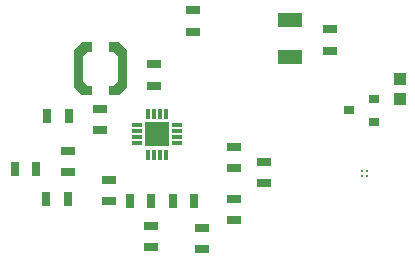
<source format=gtp>
G75*
%MOIN*%
%OFA0B0*%
%FSLAX25Y25*%
%IPPOS*%
%LPD*%
%AMOC8*
5,1,8,0,0,1.08239X$1,22.5*
%
%ADD10R,0.03150X0.04724*%
%ADD11R,0.04724X0.03150*%
%ADD12R,0.07874X0.04724*%
%ADD13R,0.03937X0.04331*%
%ADD14C,0.00800*%
%ADD15R,0.02500X0.05000*%
%ADD16C,0.00000*%
%ADD17C,0.00001*%
%ADD18R,0.03200X0.01200*%
%ADD19R,0.01200X0.03200*%
%ADD20R,0.08000X0.08000*%
%ADD21R,0.03543X0.03150*%
D10*
X0028485Y0059607D03*
X0035572Y0059607D03*
X0024965Y0069575D03*
X0017879Y0069575D03*
X0028761Y0087244D03*
X0035847Y0087244D03*
X0056367Y0059213D03*
X0063454Y0059213D03*
X0070580Y0059213D03*
X0077666Y0059213D03*
D11*
X0063304Y0043670D03*
X0063304Y0050756D03*
X0049485Y0059008D03*
X0049485Y0066095D03*
X0035635Y0068670D03*
X0035635Y0075756D03*
X0046304Y0082701D03*
X0046304Y0089788D03*
X0064304Y0097489D03*
X0064304Y0104575D03*
X0077296Y0115520D03*
X0077296Y0122607D03*
X0123099Y0116244D03*
X0123099Y0109158D03*
X0091091Y0077213D03*
X0091091Y0070126D03*
X0100879Y0072000D03*
X0100879Y0064914D03*
X0091091Y0059819D03*
X0091091Y0052733D03*
X0080304Y0050118D03*
X0080304Y0043032D03*
D12*
X0109753Y0106914D03*
X0109753Y0119512D03*
D13*
X0146288Y0099748D03*
X0146288Y0093055D03*
D14*
X0135317Y0069052D03*
X0135317Y0067452D03*
X0133717Y0067452D03*
X0133717Y0069052D03*
D15*
X0053587Y0103244D03*
X0039020Y0103244D03*
D16*
X0040398Y0098717D02*
X0040398Y0107772D01*
X0041776Y0109150D01*
X0043351Y0109150D01*
X0043351Y0111906D01*
X0040202Y0111906D01*
X0037643Y0109347D01*
X0037643Y0097142D01*
X0040202Y0094583D01*
X0043351Y0094583D01*
X0043351Y0097339D01*
X0041776Y0097339D01*
X0040398Y0098717D01*
X0049257Y0097339D02*
X0049257Y0094583D01*
X0052406Y0094583D01*
X0054965Y0097142D01*
X0054965Y0109347D01*
X0052406Y0111906D01*
X0049257Y0111906D01*
X0049257Y0109150D01*
X0050831Y0109150D01*
X0052209Y0107772D01*
X0052209Y0098717D01*
X0050831Y0097339D01*
X0049257Y0097339D01*
D17*
X0049257Y0097338D02*
X0054965Y0097338D01*
X0054965Y0097339D02*
X0050831Y0097339D01*
X0050832Y0097340D02*
X0054965Y0097340D01*
X0054965Y0097341D02*
X0050833Y0097341D01*
X0050834Y0097342D02*
X0054965Y0097342D01*
X0054965Y0097343D02*
X0050835Y0097343D01*
X0050836Y0097344D02*
X0054965Y0097344D01*
X0054965Y0097345D02*
X0050837Y0097345D01*
X0050838Y0097346D02*
X0054965Y0097346D01*
X0054965Y0097347D02*
X0050839Y0097347D01*
X0050840Y0097348D02*
X0054965Y0097348D01*
X0054965Y0097349D02*
X0050841Y0097349D01*
X0050842Y0097350D02*
X0054965Y0097350D01*
X0054965Y0097351D02*
X0050843Y0097351D01*
X0050844Y0097352D02*
X0054965Y0097352D01*
X0054965Y0097353D02*
X0050845Y0097353D01*
X0050846Y0097354D02*
X0054965Y0097354D01*
X0054965Y0097355D02*
X0050847Y0097355D01*
X0050848Y0097356D02*
X0054965Y0097356D01*
X0054965Y0097357D02*
X0050849Y0097357D01*
X0050850Y0097358D02*
X0054965Y0097358D01*
X0054965Y0097359D02*
X0050851Y0097359D01*
X0050852Y0097360D02*
X0054965Y0097360D01*
X0054965Y0097361D02*
X0050853Y0097361D01*
X0050854Y0097362D02*
X0054965Y0097362D01*
X0054965Y0097363D02*
X0050855Y0097363D01*
X0050856Y0097364D02*
X0054965Y0097364D01*
X0054965Y0097365D02*
X0050857Y0097365D01*
X0050858Y0097365D02*
X0054965Y0097365D01*
X0054965Y0097366D02*
X0050859Y0097366D01*
X0050860Y0097367D02*
X0054965Y0097367D01*
X0054965Y0097368D02*
X0050861Y0097368D01*
X0050862Y0097369D02*
X0054965Y0097369D01*
X0054965Y0097370D02*
X0050863Y0097370D01*
X0050864Y0097371D02*
X0054965Y0097371D01*
X0054965Y0097372D02*
X0050865Y0097372D01*
X0050866Y0097373D02*
X0054965Y0097373D01*
X0054965Y0097374D02*
X0050867Y0097374D01*
X0050868Y0097375D02*
X0054965Y0097375D01*
X0054965Y0097376D02*
X0050869Y0097376D01*
X0050870Y0097377D02*
X0054965Y0097377D01*
X0054965Y0097378D02*
X0050871Y0097378D01*
X0050872Y0097379D02*
X0054965Y0097379D01*
X0054965Y0097380D02*
X0050873Y0097380D01*
X0050874Y0097381D02*
X0054965Y0097381D01*
X0054965Y0097382D02*
X0050875Y0097382D01*
X0050876Y0097383D02*
X0054965Y0097383D01*
X0054965Y0097384D02*
X0050877Y0097384D01*
X0050878Y0097385D02*
X0054965Y0097385D01*
X0054965Y0097386D02*
X0050879Y0097386D01*
X0050880Y0097387D02*
X0054965Y0097387D01*
X0054965Y0097388D02*
X0050881Y0097388D01*
X0050882Y0097389D02*
X0054965Y0097389D01*
X0054965Y0097390D02*
X0050883Y0097390D01*
X0050884Y0097391D02*
X0054965Y0097391D01*
X0054965Y0097392D02*
X0050885Y0097392D01*
X0050886Y0097393D02*
X0054965Y0097393D01*
X0054965Y0097394D02*
X0050887Y0097394D01*
X0050888Y0097395D02*
X0054965Y0097395D01*
X0054965Y0097396D02*
X0050889Y0097396D01*
X0050890Y0097397D02*
X0054965Y0097397D01*
X0054965Y0097398D02*
X0050891Y0097398D01*
X0050892Y0097399D02*
X0054965Y0097399D01*
X0054965Y0097400D02*
X0050893Y0097400D01*
X0050894Y0097401D02*
X0054965Y0097401D01*
X0054965Y0097402D02*
X0050894Y0097402D01*
X0050895Y0097403D02*
X0054965Y0097403D01*
X0054965Y0097404D02*
X0050896Y0097404D01*
X0050897Y0097405D02*
X0054965Y0097405D01*
X0054965Y0097406D02*
X0050898Y0097406D01*
X0050899Y0097407D02*
X0054965Y0097407D01*
X0054965Y0097408D02*
X0050900Y0097408D01*
X0050901Y0097409D02*
X0054965Y0097409D01*
X0054965Y0097410D02*
X0050902Y0097410D01*
X0050903Y0097411D02*
X0054965Y0097411D01*
X0054965Y0097412D02*
X0050904Y0097412D01*
X0050905Y0097413D02*
X0054965Y0097413D01*
X0054965Y0097414D02*
X0050906Y0097414D01*
X0050907Y0097415D02*
X0054965Y0097415D01*
X0054965Y0097416D02*
X0050908Y0097416D01*
X0050909Y0097417D02*
X0054965Y0097417D01*
X0054965Y0097418D02*
X0050910Y0097418D01*
X0050911Y0097419D02*
X0054965Y0097419D01*
X0054965Y0097420D02*
X0050912Y0097420D01*
X0050913Y0097421D02*
X0054965Y0097421D01*
X0054965Y0097422D02*
X0050914Y0097422D01*
X0050915Y0097423D02*
X0054965Y0097423D01*
X0054965Y0097424D02*
X0050916Y0097424D01*
X0050917Y0097425D02*
X0054965Y0097425D01*
X0054965Y0097426D02*
X0050918Y0097426D01*
X0050919Y0097427D02*
X0054965Y0097427D01*
X0050920Y0097427D01*
X0050921Y0097428D02*
X0054965Y0097428D01*
X0054965Y0097429D02*
X0050922Y0097429D01*
X0050923Y0097430D02*
X0054965Y0097430D01*
X0054965Y0097431D02*
X0050924Y0097431D01*
X0050925Y0097432D02*
X0054965Y0097432D01*
X0054965Y0097433D02*
X0050926Y0097433D01*
X0050927Y0097434D02*
X0054965Y0097434D01*
X0054965Y0097435D02*
X0050928Y0097435D01*
X0050929Y0097436D02*
X0054965Y0097436D01*
X0054965Y0097437D02*
X0050930Y0097437D01*
X0050931Y0097438D02*
X0054965Y0097438D01*
X0054965Y0097439D02*
X0050932Y0097439D01*
X0050933Y0097440D02*
X0054965Y0097440D01*
X0054965Y0097441D02*
X0050934Y0097441D01*
X0050935Y0097442D02*
X0054965Y0097442D01*
X0054965Y0097443D02*
X0050936Y0097443D01*
X0050937Y0097444D02*
X0054965Y0097444D01*
X0054965Y0097445D02*
X0050938Y0097445D01*
X0050939Y0097446D02*
X0054965Y0097446D01*
X0054965Y0097447D02*
X0050940Y0097447D01*
X0050941Y0097448D02*
X0054965Y0097448D01*
X0054965Y0097449D02*
X0050942Y0097449D01*
X0050943Y0097450D02*
X0054965Y0097450D01*
X0054965Y0097451D02*
X0050944Y0097451D01*
X0050945Y0097452D02*
X0054965Y0097452D01*
X0054965Y0097453D02*
X0050946Y0097453D01*
X0050947Y0097454D02*
X0054965Y0097454D01*
X0054965Y0097455D02*
X0050948Y0097455D01*
X0050949Y0097456D02*
X0054965Y0097456D01*
X0054965Y0097457D02*
X0050950Y0097457D01*
X0050951Y0097458D02*
X0054965Y0097458D01*
X0054965Y0097459D02*
X0050952Y0097459D01*
X0050953Y0097460D02*
X0054965Y0097460D01*
X0054965Y0097461D02*
X0050954Y0097461D01*
X0050955Y0097462D02*
X0054965Y0097462D01*
X0054965Y0097463D02*
X0050956Y0097463D01*
X0050956Y0097464D02*
X0054965Y0097464D01*
X0054965Y0097465D02*
X0050957Y0097465D01*
X0050958Y0097466D02*
X0054965Y0097466D01*
X0054965Y0097467D02*
X0050959Y0097467D01*
X0050960Y0097468D02*
X0054965Y0097468D01*
X0054965Y0097469D02*
X0050961Y0097469D01*
X0050962Y0097470D02*
X0054965Y0097470D01*
X0054965Y0097471D02*
X0050963Y0097471D01*
X0050964Y0097472D02*
X0054965Y0097472D01*
X0054965Y0097473D02*
X0050965Y0097473D01*
X0050966Y0097474D02*
X0054965Y0097474D01*
X0054965Y0097475D02*
X0050967Y0097475D01*
X0050968Y0097476D02*
X0054965Y0097476D01*
X0054965Y0097477D02*
X0050969Y0097477D01*
X0050970Y0097478D02*
X0054965Y0097478D01*
X0054965Y0097479D02*
X0050971Y0097479D01*
X0050972Y0097480D02*
X0054965Y0097480D01*
X0054965Y0097481D02*
X0050973Y0097481D01*
X0050974Y0097482D02*
X0054965Y0097482D01*
X0054965Y0097483D02*
X0050975Y0097483D01*
X0050976Y0097484D02*
X0054965Y0097484D01*
X0054965Y0097485D02*
X0050977Y0097485D01*
X0050978Y0097486D02*
X0054965Y0097486D01*
X0054965Y0097487D02*
X0050979Y0097487D01*
X0050980Y0097488D02*
X0054965Y0097488D01*
X0054965Y0097489D02*
X0050981Y0097489D01*
X0050982Y0097490D02*
X0054965Y0097490D01*
X0050983Y0097490D01*
X0050984Y0097491D02*
X0054965Y0097491D01*
X0054965Y0097492D02*
X0050985Y0097492D01*
X0050986Y0097493D02*
X0054965Y0097493D01*
X0054965Y0097494D02*
X0050987Y0097494D01*
X0050988Y0097495D02*
X0054965Y0097495D01*
X0054965Y0097496D02*
X0050989Y0097496D01*
X0050990Y0097497D02*
X0054965Y0097497D01*
X0054965Y0097498D02*
X0050991Y0097498D01*
X0050992Y0097499D02*
X0054965Y0097499D01*
X0054965Y0097500D02*
X0050993Y0097500D01*
X0050994Y0097501D02*
X0054965Y0097501D01*
X0054965Y0097502D02*
X0050995Y0097502D01*
X0050996Y0097503D02*
X0054965Y0097503D01*
X0054965Y0097504D02*
X0050997Y0097504D01*
X0050998Y0097505D02*
X0054965Y0097505D01*
X0054965Y0097506D02*
X0050999Y0097506D01*
X0051000Y0097507D02*
X0054965Y0097507D01*
X0054965Y0097508D02*
X0051001Y0097508D01*
X0051002Y0097509D02*
X0054965Y0097509D01*
X0054965Y0097510D02*
X0051003Y0097510D01*
X0051004Y0097511D02*
X0054965Y0097511D01*
X0054965Y0097512D02*
X0051005Y0097512D01*
X0051006Y0097513D02*
X0054965Y0097513D01*
X0054965Y0097514D02*
X0051007Y0097514D01*
X0051008Y0097515D02*
X0054965Y0097515D01*
X0054965Y0097516D02*
X0051009Y0097516D01*
X0051010Y0097517D02*
X0054965Y0097517D01*
X0054965Y0097518D02*
X0051011Y0097518D01*
X0051012Y0097519D02*
X0054965Y0097519D01*
X0054965Y0097520D02*
X0051013Y0097520D01*
X0051014Y0097521D02*
X0054965Y0097521D01*
X0054965Y0097522D02*
X0051015Y0097522D01*
X0051016Y0097523D02*
X0054965Y0097523D01*
X0054965Y0097524D02*
X0051017Y0097524D01*
X0051018Y0097525D02*
X0054965Y0097525D01*
X0054965Y0097526D02*
X0051019Y0097526D01*
X0051019Y0097527D02*
X0054965Y0097527D01*
X0054965Y0097528D02*
X0051020Y0097528D01*
X0051021Y0097529D02*
X0054965Y0097529D01*
X0054965Y0097530D02*
X0051022Y0097530D01*
X0051023Y0097531D02*
X0054965Y0097531D01*
X0054965Y0097532D02*
X0051024Y0097532D01*
X0051025Y0097533D02*
X0054965Y0097533D01*
X0054965Y0097534D02*
X0051026Y0097534D01*
X0051027Y0097535D02*
X0054965Y0097535D01*
X0054965Y0097536D02*
X0051028Y0097536D01*
X0051029Y0097537D02*
X0054965Y0097537D01*
X0054965Y0097538D02*
X0051030Y0097538D01*
X0051031Y0097539D02*
X0054965Y0097539D01*
X0054965Y0097540D02*
X0051032Y0097540D01*
X0051033Y0097541D02*
X0054965Y0097541D01*
X0054965Y0097542D02*
X0051034Y0097542D01*
X0051035Y0097543D02*
X0054965Y0097543D01*
X0054965Y0097544D02*
X0051036Y0097544D01*
X0051037Y0097545D02*
X0054965Y0097545D01*
X0054965Y0097546D02*
X0051038Y0097546D01*
X0051039Y0097547D02*
X0054965Y0097547D01*
X0054965Y0097548D02*
X0051040Y0097548D01*
X0051041Y0097549D02*
X0054965Y0097549D01*
X0054965Y0097550D02*
X0051042Y0097550D01*
X0051043Y0097551D02*
X0054965Y0097551D01*
X0054965Y0097552D02*
X0051044Y0097552D01*
X0051045Y0097552D02*
X0054965Y0097552D01*
X0054965Y0097553D02*
X0051046Y0097553D01*
X0051047Y0097554D02*
X0054965Y0097554D01*
X0054965Y0097555D02*
X0051048Y0097555D01*
X0051049Y0097556D02*
X0054965Y0097556D01*
X0054965Y0097557D02*
X0051050Y0097557D01*
X0051051Y0097558D02*
X0054965Y0097558D01*
X0054965Y0097559D02*
X0051052Y0097559D01*
X0051053Y0097560D02*
X0054965Y0097560D01*
X0054965Y0097561D02*
X0051054Y0097561D01*
X0051055Y0097562D02*
X0054965Y0097562D01*
X0054965Y0097563D02*
X0051056Y0097563D01*
X0051057Y0097564D02*
X0054965Y0097564D01*
X0054965Y0097565D02*
X0051058Y0097565D01*
X0051059Y0097566D02*
X0054965Y0097566D01*
X0054965Y0097567D02*
X0051060Y0097567D01*
X0051061Y0097568D02*
X0054965Y0097568D01*
X0054965Y0097569D02*
X0051062Y0097569D01*
X0051063Y0097570D02*
X0054965Y0097570D01*
X0054965Y0097571D02*
X0051064Y0097571D01*
X0051065Y0097572D02*
X0054965Y0097572D01*
X0054965Y0097573D02*
X0051066Y0097573D01*
X0051067Y0097574D02*
X0054965Y0097574D01*
X0054965Y0097575D02*
X0051068Y0097575D01*
X0051069Y0097576D02*
X0054965Y0097576D01*
X0054965Y0097577D02*
X0051070Y0097577D01*
X0051071Y0097578D02*
X0054965Y0097578D01*
X0054965Y0097579D02*
X0051072Y0097579D01*
X0051073Y0097580D02*
X0054965Y0097580D01*
X0054965Y0097581D02*
X0051074Y0097581D01*
X0051075Y0097582D02*
X0054965Y0097582D01*
X0054965Y0097583D02*
X0051076Y0097583D01*
X0051077Y0097584D02*
X0054965Y0097584D01*
X0054965Y0097585D02*
X0051078Y0097585D01*
X0051079Y0097586D02*
X0054965Y0097586D01*
X0054965Y0097587D02*
X0051080Y0097587D01*
X0051081Y0097588D02*
X0054965Y0097588D01*
X0054965Y0097589D02*
X0051081Y0097589D01*
X0051082Y0097590D02*
X0054965Y0097590D01*
X0054965Y0097591D02*
X0051083Y0097591D01*
X0051084Y0097592D02*
X0054965Y0097592D01*
X0054965Y0097593D02*
X0051085Y0097593D01*
X0051086Y0097594D02*
X0054965Y0097594D01*
X0054965Y0097595D02*
X0051087Y0097595D01*
X0051088Y0097596D02*
X0054965Y0097596D01*
X0054965Y0097597D02*
X0051089Y0097597D01*
X0051090Y0097598D02*
X0054965Y0097598D01*
X0054965Y0097599D02*
X0051091Y0097599D01*
X0051092Y0097600D02*
X0054965Y0097600D01*
X0054965Y0097601D02*
X0051093Y0097601D01*
X0051094Y0097602D02*
X0054965Y0097602D01*
X0054965Y0097603D02*
X0051095Y0097603D01*
X0051096Y0097604D02*
X0054965Y0097604D01*
X0054965Y0097605D02*
X0051097Y0097605D01*
X0051098Y0097606D02*
X0054965Y0097606D01*
X0054965Y0097607D02*
X0051099Y0097607D01*
X0051100Y0097608D02*
X0054965Y0097608D01*
X0054965Y0097609D02*
X0051101Y0097609D01*
X0051102Y0097610D02*
X0054965Y0097610D01*
X0054965Y0097611D02*
X0051103Y0097611D01*
X0051104Y0097612D02*
X0054965Y0097612D01*
X0054965Y0097613D02*
X0051105Y0097613D01*
X0051106Y0097614D02*
X0054965Y0097614D01*
X0054965Y0097615D02*
X0051107Y0097615D01*
X0051108Y0097615D02*
X0054965Y0097615D01*
X0054965Y0097616D02*
X0051109Y0097616D01*
X0051110Y0097617D02*
X0054965Y0097617D01*
X0054965Y0097618D02*
X0051111Y0097618D01*
X0051112Y0097619D02*
X0054965Y0097619D01*
X0054965Y0097620D02*
X0051113Y0097620D01*
X0051114Y0097621D02*
X0054965Y0097621D01*
X0054965Y0097622D02*
X0051115Y0097622D01*
X0051116Y0097623D02*
X0054965Y0097623D01*
X0054965Y0097624D02*
X0051117Y0097624D01*
X0051118Y0097625D02*
X0054965Y0097625D01*
X0054965Y0097626D02*
X0051119Y0097626D01*
X0051120Y0097627D02*
X0054965Y0097627D01*
X0054965Y0097628D02*
X0051121Y0097628D01*
X0051122Y0097629D02*
X0054965Y0097629D01*
X0054965Y0097630D02*
X0051123Y0097630D01*
X0051124Y0097631D02*
X0054965Y0097631D01*
X0054965Y0097632D02*
X0051125Y0097632D01*
X0051126Y0097633D02*
X0054965Y0097633D01*
X0054965Y0097634D02*
X0051127Y0097634D01*
X0051128Y0097635D02*
X0054965Y0097635D01*
X0054965Y0097636D02*
X0051129Y0097636D01*
X0051130Y0097637D02*
X0054965Y0097637D01*
X0054965Y0097638D02*
X0051131Y0097638D01*
X0051132Y0097639D02*
X0054965Y0097639D01*
X0054965Y0097640D02*
X0051133Y0097640D01*
X0051134Y0097641D02*
X0054965Y0097641D01*
X0054965Y0097642D02*
X0051135Y0097642D01*
X0051136Y0097643D02*
X0054965Y0097643D01*
X0054965Y0097644D02*
X0051137Y0097644D01*
X0051138Y0097645D02*
X0054965Y0097645D01*
X0054965Y0097646D02*
X0051139Y0097646D01*
X0051140Y0097647D02*
X0054965Y0097647D01*
X0054965Y0097648D02*
X0051141Y0097648D01*
X0051142Y0097649D02*
X0054965Y0097649D01*
X0054965Y0097650D02*
X0051143Y0097650D01*
X0051144Y0097651D02*
X0054965Y0097651D01*
X0054965Y0097652D02*
X0051144Y0097652D01*
X0051145Y0097653D02*
X0054965Y0097653D01*
X0054965Y0097654D02*
X0051146Y0097654D01*
X0051147Y0097655D02*
X0054965Y0097655D01*
X0054965Y0097656D02*
X0051148Y0097656D01*
X0051149Y0097657D02*
X0054965Y0097657D01*
X0054965Y0097658D02*
X0051150Y0097658D01*
X0051151Y0097659D02*
X0054965Y0097659D01*
X0054965Y0097660D02*
X0051152Y0097660D01*
X0051153Y0097661D02*
X0054965Y0097661D01*
X0054965Y0097662D02*
X0051154Y0097662D01*
X0051155Y0097663D02*
X0054965Y0097663D01*
X0054965Y0097664D02*
X0051156Y0097664D01*
X0051157Y0097665D02*
X0054965Y0097665D01*
X0054965Y0097666D02*
X0051158Y0097666D01*
X0051159Y0097667D02*
X0054965Y0097667D01*
X0054965Y0097668D02*
X0051160Y0097668D01*
X0051161Y0097669D02*
X0054965Y0097669D01*
X0054965Y0097670D02*
X0051162Y0097670D01*
X0051163Y0097671D02*
X0054965Y0097671D01*
X0054965Y0097672D02*
X0051164Y0097672D01*
X0051165Y0097673D02*
X0054965Y0097673D01*
X0054965Y0097674D02*
X0051166Y0097674D01*
X0051167Y0097675D02*
X0054965Y0097675D01*
X0054965Y0097676D02*
X0051168Y0097676D01*
X0051169Y0097677D02*
X0054965Y0097677D01*
X0051170Y0097677D01*
X0051171Y0097678D02*
X0054965Y0097678D01*
X0054965Y0097679D02*
X0051172Y0097679D01*
X0051173Y0097680D02*
X0054965Y0097680D01*
X0054965Y0097681D02*
X0051174Y0097681D01*
X0051175Y0097682D02*
X0054965Y0097682D01*
X0054965Y0097683D02*
X0051176Y0097683D01*
X0051177Y0097684D02*
X0054965Y0097684D01*
X0054965Y0097685D02*
X0051178Y0097685D01*
X0051179Y0097686D02*
X0054965Y0097686D01*
X0054965Y0097687D02*
X0051180Y0097687D01*
X0051181Y0097688D02*
X0054965Y0097688D01*
X0054965Y0097689D02*
X0051182Y0097689D01*
X0051183Y0097690D02*
X0054965Y0097690D01*
X0054965Y0097691D02*
X0051184Y0097691D01*
X0051185Y0097692D02*
X0054965Y0097692D01*
X0054965Y0097693D02*
X0051186Y0097693D01*
X0051187Y0097694D02*
X0054965Y0097694D01*
X0054965Y0097695D02*
X0051188Y0097695D01*
X0051189Y0097696D02*
X0054965Y0097696D01*
X0054965Y0097697D02*
X0051190Y0097697D01*
X0051191Y0097698D02*
X0054965Y0097698D01*
X0054965Y0097699D02*
X0051192Y0097699D01*
X0051193Y0097700D02*
X0054965Y0097700D01*
X0054965Y0097701D02*
X0051194Y0097701D01*
X0051195Y0097702D02*
X0054965Y0097702D01*
X0054965Y0097703D02*
X0051196Y0097703D01*
X0051197Y0097704D02*
X0054965Y0097704D01*
X0054965Y0097705D02*
X0051198Y0097705D01*
X0051199Y0097706D02*
X0054965Y0097706D01*
X0054965Y0097707D02*
X0051200Y0097707D01*
X0051201Y0097708D02*
X0054965Y0097708D01*
X0054965Y0097709D02*
X0051202Y0097709D01*
X0051203Y0097710D02*
X0054965Y0097710D01*
X0054965Y0097711D02*
X0051204Y0097711D01*
X0051205Y0097712D02*
X0054965Y0097712D01*
X0054965Y0097713D02*
X0051206Y0097713D01*
X0051206Y0097714D02*
X0054965Y0097714D01*
X0054965Y0097715D02*
X0051207Y0097715D01*
X0051208Y0097716D02*
X0054965Y0097716D01*
X0054965Y0097717D02*
X0051209Y0097717D01*
X0051210Y0097718D02*
X0054965Y0097718D01*
X0054965Y0097719D02*
X0051211Y0097719D01*
X0051212Y0097720D02*
X0054965Y0097720D01*
X0054965Y0097721D02*
X0051213Y0097721D01*
X0051214Y0097722D02*
X0054965Y0097722D01*
X0054965Y0097723D02*
X0051215Y0097723D01*
X0051216Y0097724D02*
X0054965Y0097724D01*
X0054965Y0097725D02*
X0051217Y0097725D01*
X0051218Y0097726D02*
X0054965Y0097726D01*
X0054965Y0097727D02*
X0051219Y0097727D01*
X0051220Y0097728D02*
X0054965Y0097728D01*
X0054965Y0097729D02*
X0051221Y0097729D01*
X0051222Y0097730D02*
X0054965Y0097730D01*
X0054965Y0097731D02*
X0051223Y0097731D01*
X0051224Y0097732D02*
X0054965Y0097732D01*
X0054965Y0097733D02*
X0051225Y0097733D01*
X0051226Y0097734D02*
X0054965Y0097734D01*
X0054965Y0097735D02*
X0051227Y0097735D01*
X0051228Y0097736D02*
X0054965Y0097736D01*
X0054965Y0097737D02*
X0051229Y0097737D01*
X0051230Y0097738D02*
X0054965Y0097738D01*
X0054965Y0097739D02*
X0051231Y0097739D01*
X0051232Y0097740D02*
X0054965Y0097740D01*
X0051233Y0097740D01*
X0051234Y0097741D02*
X0054965Y0097741D01*
X0054965Y0097742D02*
X0051235Y0097742D01*
X0051236Y0097743D02*
X0054965Y0097743D01*
X0054965Y0097744D02*
X0051237Y0097744D01*
X0051238Y0097745D02*
X0054965Y0097745D01*
X0054965Y0097746D02*
X0051239Y0097746D01*
X0051240Y0097747D02*
X0054965Y0097747D01*
X0054965Y0097748D02*
X0051241Y0097748D01*
X0051242Y0097749D02*
X0054965Y0097749D01*
X0054965Y0097750D02*
X0051243Y0097750D01*
X0051244Y0097751D02*
X0054965Y0097751D01*
X0054965Y0097752D02*
X0051245Y0097752D01*
X0051246Y0097753D02*
X0054965Y0097753D01*
X0054965Y0097754D02*
X0051247Y0097754D01*
X0051248Y0097755D02*
X0054965Y0097755D01*
X0054965Y0097756D02*
X0051249Y0097756D01*
X0051250Y0097757D02*
X0054965Y0097757D01*
X0054965Y0097758D02*
X0051251Y0097758D01*
X0051252Y0097759D02*
X0054965Y0097759D01*
X0054965Y0097760D02*
X0051253Y0097760D01*
X0051254Y0097761D02*
X0054965Y0097761D01*
X0054965Y0097762D02*
X0051255Y0097762D01*
X0051256Y0097763D02*
X0054965Y0097763D01*
X0054965Y0097764D02*
X0051257Y0097764D01*
X0051258Y0097765D02*
X0054965Y0097765D01*
X0054965Y0097766D02*
X0051259Y0097766D01*
X0051260Y0097767D02*
X0054965Y0097767D01*
X0054965Y0097768D02*
X0051261Y0097768D01*
X0051262Y0097769D02*
X0054965Y0097769D01*
X0054965Y0097770D02*
X0051263Y0097770D01*
X0051264Y0097771D02*
X0054965Y0097771D01*
X0054965Y0097772D02*
X0051265Y0097772D01*
X0051266Y0097773D02*
X0054965Y0097773D01*
X0054965Y0097774D02*
X0051267Y0097774D01*
X0051268Y0097775D02*
X0054965Y0097775D01*
X0054965Y0097776D02*
X0051269Y0097776D01*
X0051269Y0097777D02*
X0054965Y0097777D01*
X0054965Y0097778D02*
X0051270Y0097778D01*
X0051271Y0097779D02*
X0054965Y0097779D01*
X0054965Y0097780D02*
X0051272Y0097780D01*
X0051273Y0097781D02*
X0054965Y0097781D01*
X0054965Y0097782D02*
X0051274Y0097782D01*
X0051275Y0097783D02*
X0054965Y0097783D01*
X0054965Y0097784D02*
X0051276Y0097784D01*
X0051277Y0097785D02*
X0054965Y0097785D01*
X0054965Y0097786D02*
X0051278Y0097786D01*
X0051279Y0097787D02*
X0054965Y0097787D01*
X0054965Y0097788D02*
X0051280Y0097788D01*
X0051281Y0097789D02*
X0054965Y0097789D01*
X0054965Y0097790D02*
X0051282Y0097790D01*
X0051283Y0097791D02*
X0054965Y0097791D01*
X0054965Y0097792D02*
X0051284Y0097792D01*
X0051285Y0097793D02*
X0054965Y0097793D01*
X0054965Y0097794D02*
X0051286Y0097794D01*
X0051287Y0097795D02*
X0054965Y0097795D01*
X0054965Y0097796D02*
X0051288Y0097796D01*
X0051289Y0097797D02*
X0054965Y0097797D01*
X0054965Y0097798D02*
X0051290Y0097798D01*
X0051291Y0097799D02*
X0054965Y0097799D01*
X0054965Y0097800D02*
X0051292Y0097800D01*
X0051293Y0097801D02*
X0054965Y0097801D01*
X0054965Y0097802D02*
X0051294Y0097802D01*
X0051295Y0097802D02*
X0054965Y0097802D01*
X0054965Y0097803D02*
X0051296Y0097803D01*
X0051297Y0097804D02*
X0054965Y0097804D01*
X0054965Y0097805D02*
X0051298Y0097805D01*
X0051299Y0097806D02*
X0054965Y0097806D01*
X0054965Y0097807D02*
X0051300Y0097807D01*
X0051301Y0097808D02*
X0054965Y0097808D01*
X0054965Y0097809D02*
X0051302Y0097809D01*
X0051303Y0097810D02*
X0054965Y0097810D01*
X0054965Y0097811D02*
X0051304Y0097811D01*
X0051305Y0097812D02*
X0054965Y0097812D01*
X0054965Y0097813D02*
X0051306Y0097813D01*
X0051307Y0097814D02*
X0054965Y0097814D01*
X0054965Y0097815D02*
X0051308Y0097815D01*
X0051309Y0097816D02*
X0054965Y0097816D01*
X0054965Y0097817D02*
X0051310Y0097817D01*
X0051311Y0097818D02*
X0054965Y0097818D01*
X0054965Y0097819D02*
X0051312Y0097819D01*
X0051313Y0097820D02*
X0054965Y0097820D01*
X0054965Y0097821D02*
X0051314Y0097821D01*
X0051315Y0097822D02*
X0054965Y0097822D01*
X0054965Y0097823D02*
X0051316Y0097823D01*
X0051317Y0097824D02*
X0054965Y0097824D01*
X0054965Y0097825D02*
X0051318Y0097825D01*
X0051319Y0097826D02*
X0054965Y0097826D01*
X0054965Y0097827D02*
X0051320Y0097827D01*
X0051321Y0097828D02*
X0054965Y0097828D01*
X0054965Y0097829D02*
X0051322Y0097829D01*
X0051323Y0097830D02*
X0054965Y0097830D01*
X0054965Y0097831D02*
X0051324Y0097831D01*
X0051325Y0097832D02*
X0054965Y0097832D01*
X0054965Y0097833D02*
X0051326Y0097833D01*
X0051327Y0097834D02*
X0054965Y0097834D01*
X0054965Y0097835D02*
X0051328Y0097835D01*
X0051329Y0097836D02*
X0054965Y0097836D01*
X0054965Y0097837D02*
X0051330Y0097837D01*
X0051331Y0097838D02*
X0054965Y0097838D01*
X0054965Y0097839D02*
X0051331Y0097839D01*
X0051332Y0097840D02*
X0054965Y0097840D01*
X0054965Y0097841D02*
X0051333Y0097841D01*
X0051334Y0097842D02*
X0054965Y0097842D01*
X0054965Y0097843D02*
X0051335Y0097843D01*
X0051336Y0097844D02*
X0054965Y0097844D01*
X0054965Y0097845D02*
X0051337Y0097845D01*
X0051338Y0097846D02*
X0054965Y0097846D01*
X0054965Y0097847D02*
X0051339Y0097847D01*
X0051340Y0097848D02*
X0054965Y0097848D01*
X0054965Y0097849D02*
X0051341Y0097849D01*
X0051342Y0097850D02*
X0054965Y0097850D01*
X0054965Y0097851D02*
X0051343Y0097851D01*
X0051344Y0097852D02*
X0054965Y0097852D01*
X0054965Y0097853D02*
X0051345Y0097853D01*
X0051346Y0097854D02*
X0054965Y0097854D01*
X0054965Y0097855D02*
X0051347Y0097855D01*
X0051348Y0097856D02*
X0054965Y0097856D01*
X0054965Y0097857D02*
X0051349Y0097857D01*
X0051350Y0097858D02*
X0054965Y0097858D01*
X0054965Y0097859D02*
X0051351Y0097859D01*
X0051352Y0097860D02*
X0054965Y0097860D01*
X0054965Y0097861D02*
X0051353Y0097861D01*
X0051354Y0097862D02*
X0054965Y0097862D01*
X0054965Y0097863D02*
X0051355Y0097863D01*
X0051356Y0097864D02*
X0054965Y0097864D01*
X0054965Y0097865D02*
X0051357Y0097865D01*
X0051358Y0097865D02*
X0054965Y0097865D01*
X0054965Y0097866D02*
X0051359Y0097866D01*
X0051360Y0097867D02*
X0054965Y0097867D01*
X0054965Y0097868D02*
X0051361Y0097868D01*
X0051362Y0097869D02*
X0054965Y0097869D01*
X0054965Y0097870D02*
X0051363Y0097870D01*
X0051364Y0097871D02*
X0054965Y0097871D01*
X0054965Y0097872D02*
X0051365Y0097872D01*
X0051366Y0097873D02*
X0054965Y0097873D01*
X0054965Y0097874D02*
X0051367Y0097874D01*
X0051368Y0097875D02*
X0054965Y0097875D01*
X0054965Y0097876D02*
X0051369Y0097876D01*
X0051370Y0097877D02*
X0054965Y0097877D01*
X0054965Y0097878D02*
X0051371Y0097878D01*
X0051372Y0097879D02*
X0054965Y0097879D01*
X0054965Y0097880D02*
X0051373Y0097880D01*
X0051374Y0097881D02*
X0054965Y0097881D01*
X0054965Y0097882D02*
X0051375Y0097882D01*
X0051376Y0097883D02*
X0054965Y0097883D01*
X0054965Y0097884D02*
X0051377Y0097884D01*
X0051378Y0097885D02*
X0054965Y0097885D01*
X0054965Y0097886D02*
X0051379Y0097886D01*
X0051380Y0097887D02*
X0054965Y0097887D01*
X0054965Y0097888D02*
X0051381Y0097888D01*
X0051382Y0097889D02*
X0054965Y0097889D01*
X0054965Y0097890D02*
X0051383Y0097890D01*
X0051384Y0097891D02*
X0054965Y0097891D01*
X0054965Y0097892D02*
X0051385Y0097892D01*
X0051386Y0097893D02*
X0054965Y0097893D01*
X0054965Y0097894D02*
X0051387Y0097894D01*
X0051388Y0097895D02*
X0054965Y0097895D01*
X0054965Y0097896D02*
X0051389Y0097896D01*
X0051390Y0097897D02*
X0054965Y0097897D01*
X0054965Y0097898D02*
X0051391Y0097898D01*
X0051392Y0097899D02*
X0054965Y0097899D01*
X0054965Y0097900D02*
X0051393Y0097900D01*
X0051394Y0097901D02*
X0054965Y0097901D01*
X0054965Y0097902D02*
X0051394Y0097902D01*
X0051395Y0097903D02*
X0054965Y0097903D01*
X0054965Y0097904D02*
X0051396Y0097904D01*
X0051397Y0097905D02*
X0054965Y0097905D01*
X0054965Y0097906D02*
X0051398Y0097906D01*
X0051399Y0097907D02*
X0054965Y0097907D01*
X0054965Y0097908D02*
X0051400Y0097908D01*
X0051401Y0097909D02*
X0054965Y0097909D01*
X0054965Y0097910D02*
X0051402Y0097910D01*
X0051403Y0097911D02*
X0054965Y0097911D01*
X0054965Y0097912D02*
X0051404Y0097912D01*
X0051405Y0097913D02*
X0054965Y0097913D01*
X0054965Y0097914D02*
X0051406Y0097914D01*
X0051407Y0097915D02*
X0054965Y0097915D01*
X0054965Y0097916D02*
X0051408Y0097916D01*
X0051409Y0097917D02*
X0054965Y0097917D01*
X0054965Y0097918D02*
X0051410Y0097918D01*
X0051411Y0097919D02*
X0054965Y0097919D01*
X0054965Y0097920D02*
X0051412Y0097920D01*
X0051413Y0097921D02*
X0054965Y0097921D01*
X0054965Y0097922D02*
X0051414Y0097922D01*
X0051415Y0097923D02*
X0054965Y0097923D01*
X0054965Y0097924D02*
X0051416Y0097924D01*
X0051417Y0097925D02*
X0054965Y0097925D01*
X0054965Y0097926D02*
X0051418Y0097926D01*
X0051419Y0097927D02*
X0054965Y0097927D01*
X0051420Y0097927D01*
X0051421Y0097928D02*
X0054965Y0097928D01*
X0054965Y0097929D02*
X0051422Y0097929D01*
X0051423Y0097930D02*
X0054965Y0097930D01*
X0054965Y0097931D02*
X0051424Y0097931D01*
X0051425Y0097932D02*
X0054965Y0097932D01*
X0054965Y0097933D02*
X0051426Y0097933D01*
X0051427Y0097934D02*
X0054965Y0097934D01*
X0054965Y0097935D02*
X0051428Y0097935D01*
X0051429Y0097936D02*
X0054965Y0097936D01*
X0054965Y0097937D02*
X0051430Y0097937D01*
X0051431Y0097938D02*
X0054965Y0097938D01*
X0054965Y0097939D02*
X0051432Y0097939D01*
X0051433Y0097940D02*
X0054965Y0097940D01*
X0054965Y0097941D02*
X0051434Y0097941D01*
X0051435Y0097942D02*
X0054965Y0097942D01*
X0054965Y0097943D02*
X0051436Y0097943D01*
X0051437Y0097944D02*
X0054965Y0097944D01*
X0054965Y0097945D02*
X0051438Y0097945D01*
X0051439Y0097946D02*
X0054965Y0097946D01*
X0054965Y0097947D02*
X0051440Y0097947D01*
X0051441Y0097948D02*
X0054965Y0097948D01*
X0054965Y0097949D02*
X0051442Y0097949D01*
X0051443Y0097950D02*
X0054965Y0097950D01*
X0054965Y0097951D02*
X0051444Y0097951D01*
X0051445Y0097952D02*
X0054965Y0097952D01*
X0054965Y0097953D02*
X0051446Y0097953D01*
X0051447Y0097954D02*
X0054965Y0097954D01*
X0054965Y0097955D02*
X0051448Y0097955D01*
X0051449Y0097956D02*
X0054965Y0097956D01*
X0054965Y0097957D02*
X0051450Y0097957D01*
X0051451Y0097958D02*
X0054965Y0097958D01*
X0054965Y0097959D02*
X0051452Y0097959D01*
X0051453Y0097960D02*
X0054965Y0097960D01*
X0054965Y0097961D02*
X0051454Y0097961D01*
X0051455Y0097962D02*
X0054965Y0097962D01*
X0054965Y0097963D02*
X0051456Y0097963D01*
X0051456Y0097964D02*
X0054965Y0097964D01*
X0054965Y0097965D02*
X0051457Y0097965D01*
X0051458Y0097966D02*
X0054965Y0097966D01*
X0054965Y0097967D02*
X0051459Y0097967D01*
X0051460Y0097968D02*
X0054965Y0097968D01*
X0054965Y0097969D02*
X0051461Y0097969D01*
X0051462Y0097970D02*
X0054965Y0097970D01*
X0054965Y0097971D02*
X0051463Y0097971D01*
X0051464Y0097972D02*
X0054965Y0097972D01*
X0054965Y0097973D02*
X0051465Y0097973D01*
X0051466Y0097974D02*
X0054965Y0097974D01*
X0054965Y0097975D02*
X0051467Y0097975D01*
X0051468Y0097976D02*
X0054965Y0097976D01*
X0054965Y0097977D02*
X0051469Y0097977D01*
X0051470Y0097978D02*
X0054965Y0097978D01*
X0054965Y0097979D02*
X0051471Y0097979D01*
X0051472Y0097980D02*
X0054965Y0097980D01*
X0054965Y0097981D02*
X0051473Y0097981D01*
X0051474Y0097982D02*
X0054965Y0097982D01*
X0054965Y0097983D02*
X0051475Y0097983D01*
X0051476Y0097984D02*
X0054965Y0097984D01*
X0054965Y0097985D02*
X0051477Y0097985D01*
X0051478Y0097986D02*
X0054965Y0097986D01*
X0054965Y0097987D02*
X0051479Y0097987D01*
X0051480Y0097988D02*
X0054965Y0097988D01*
X0054965Y0097989D02*
X0051481Y0097989D01*
X0051482Y0097990D02*
X0054965Y0097990D01*
X0051483Y0097990D01*
X0051484Y0097991D02*
X0054965Y0097991D01*
X0054965Y0097992D02*
X0051485Y0097992D01*
X0051486Y0097993D02*
X0054965Y0097993D01*
X0054965Y0097994D02*
X0051487Y0097994D01*
X0051488Y0097995D02*
X0054965Y0097995D01*
X0054965Y0097996D02*
X0051489Y0097996D01*
X0051490Y0097997D02*
X0054965Y0097997D01*
X0054965Y0097998D02*
X0051491Y0097998D01*
X0051492Y0097999D02*
X0054965Y0097999D01*
X0054965Y0098000D02*
X0051493Y0098000D01*
X0051494Y0098001D02*
X0054965Y0098001D01*
X0054965Y0098002D02*
X0051495Y0098002D01*
X0051496Y0098003D02*
X0054965Y0098003D01*
X0054965Y0098004D02*
X0051497Y0098004D01*
X0051498Y0098005D02*
X0054965Y0098005D01*
X0054965Y0098006D02*
X0051499Y0098006D01*
X0051500Y0098007D02*
X0054965Y0098007D01*
X0054965Y0098008D02*
X0051501Y0098008D01*
X0051502Y0098009D02*
X0054965Y0098009D01*
X0054965Y0098010D02*
X0051503Y0098010D01*
X0051504Y0098011D02*
X0054965Y0098011D01*
X0054965Y0098012D02*
X0051505Y0098012D01*
X0051506Y0098013D02*
X0054965Y0098013D01*
X0054965Y0098014D02*
X0051507Y0098014D01*
X0051508Y0098015D02*
X0054965Y0098015D01*
X0054965Y0098016D02*
X0051509Y0098016D01*
X0051510Y0098017D02*
X0054965Y0098017D01*
X0054965Y0098018D02*
X0051511Y0098018D01*
X0051512Y0098019D02*
X0054965Y0098019D01*
X0054965Y0098020D02*
X0051513Y0098020D01*
X0051514Y0098021D02*
X0054965Y0098021D01*
X0054965Y0098022D02*
X0051515Y0098022D01*
X0051516Y0098023D02*
X0054965Y0098023D01*
X0054965Y0098024D02*
X0051517Y0098024D01*
X0051518Y0098025D02*
X0054965Y0098025D01*
X0054965Y0098026D02*
X0051519Y0098026D01*
X0051519Y0098027D02*
X0054965Y0098027D01*
X0054965Y0098028D02*
X0051520Y0098028D01*
X0051521Y0098029D02*
X0054965Y0098029D01*
X0054965Y0098030D02*
X0051522Y0098030D01*
X0051523Y0098031D02*
X0054965Y0098031D01*
X0054965Y0098032D02*
X0051524Y0098032D01*
X0051525Y0098033D02*
X0054965Y0098033D01*
X0054965Y0098034D02*
X0051526Y0098034D01*
X0051527Y0098035D02*
X0054965Y0098035D01*
X0054965Y0098036D02*
X0051528Y0098036D01*
X0051529Y0098037D02*
X0054965Y0098037D01*
X0054965Y0098038D02*
X0051530Y0098038D01*
X0051531Y0098039D02*
X0054965Y0098039D01*
X0054965Y0098040D02*
X0051532Y0098040D01*
X0051533Y0098041D02*
X0054965Y0098041D01*
X0054965Y0098042D02*
X0051534Y0098042D01*
X0051535Y0098043D02*
X0054965Y0098043D01*
X0054965Y0098044D02*
X0051536Y0098044D01*
X0051537Y0098045D02*
X0054965Y0098045D01*
X0054965Y0098046D02*
X0051538Y0098046D01*
X0051539Y0098047D02*
X0054965Y0098047D01*
X0054965Y0098048D02*
X0051540Y0098048D01*
X0051541Y0098049D02*
X0054965Y0098049D01*
X0054965Y0098050D02*
X0051542Y0098050D01*
X0051543Y0098051D02*
X0054965Y0098051D01*
X0054965Y0098052D02*
X0051544Y0098052D01*
X0051545Y0098052D02*
X0054965Y0098052D01*
X0054965Y0098053D02*
X0051546Y0098053D01*
X0051547Y0098054D02*
X0054965Y0098054D01*
X0054965Y0098055D02*
X0051548Y0098055D01*
X0051549Y0098056D02*
X0054965Y0098056D01*
X0054965Y0098057D02*
X0051550Y0098057D01*
X0051551Y0098058D02*
X0054965Y0098058D01*
X0054965Y0098059D02*
X0051552Y0098059D01*
X0051553Y0098060D02*
X0054965Y0098060D01*
X0054965Y0098061D02*
X0051554Y0098061D01*
X0051555Y0098062D02*
X0054965Y0098062D01*
X0054965Y0098063D02*
X0051556Y0098063D01*
X0051557Y0098064D02*
X0054965Y0098064D01*
X0054965Y0098065D02*
X0051558Y0098065D01*
X0051559Y0098066D02*
X0054965Y0098066D01*
X0054965Y0098067D02*
X0051560Y0098067D01*
X0051561Y0098068D02*
X0054965Y0098068D01*
X0054965Y0098069D02*
X0051562Y0098069D01*
X0051563Y0098070D02*
X0054965Y0098070D01*
X0054965Y0098071D02*
X0051564Y0098071D01*
X0051565Y0098072D02*
X0054965Y0098072D01*
X0054965Y0098073D02*
X0051566Y0098073D01*
X0051567Y0098074D02*
X0054965Y0098074D01*
X0054965Y0098075D02*
X0051568Y0098075D01*
X0051569Y0098076D02*
X0054965Y0098076D01*
X0054965Y0098077D02*
X0051570Y0098077D01*
X0051571Y0098078D02*
X0054965Y0098078D01*
X0054965Y0098079D02*
X0051572Y0098079D01*
X0051573Y0098080D02*
X0054965Y0098080D01*
X0054965Y0098081D02*
X0051574Y0098081D01*
X0051575Y0098082D02*
X0054965Y0098082D01*
X0054965Y0098083D02*
X0051576Y0098083D01*
X0051577Y0098084D02*
X0054965Y0098084D01*
X0054965Y0098085D02*
X0051578Y0098085D01*
X0051579Y0098086D02*
X0054965Y0098086D01*
X0054965Y0098087D02*
X0051580Y0098087D01*
X0051581Y0098088D02*
X0054965Y0098088D01*
X0054965Y0098089D02*
X0051581Y0098089D01*
X0051582Y0098090D02*
X0054965Y0098090D01*
X0054965Y0098091D02*
X0051583Y0098091D01*
X0051584Y0098092D02*
X0054965Y0098092D01*
X0054965Y0098093D02*
X0051585Y0098093D01*
X0051586Y0098094D02*
X0054965Y0098094D01*
X0054965Y0098095D02*
X0051587Y0098095D01*
X0051588Y0098096D02*
X0054965Y0098096D01*
X0054965Y0098097D02*
X0051589Y0098097D01*
X0051590Y0098098D02*
X0054965Y0098098D01*
X0054965Y0098099D02*
X0051591Y0098099D01*
X0051592Y0098100D02*
X0054965Y0098100D01*
X0054965Y0098101D02*
X0051593Y0098101D01*
X0051594Y0098102D02*
X0054965Y0098102D01*
X0054965Y0098103D02*
X0051595Y0098103D01*
X0051596Y0098104D02*
X0054965Y0098104D01*
X0054965Y0098105D02*
X0051597Y0098105D01*
X0051598Y0098106D02*
X0054965Y0098106D01*
X0054965Y0098107D02*
X0051599Y0098107D01*
X0051600Y0098108D02*
X0054965Y0098108D01*
X0054965Y0098109D02*
X0051601Y0098109D01*
X0051602Y0098110D02*
X0054965Y0098110D01*
X0054965Y0098111D02*
X0051603Y0098111D01*
X0051604Y0098112D02*
X0054965Y0098112D01*
X0054965Y0098113D02*
X0051605Y0098113D01*
X0051606Y0098114D02*
X0054965Y0098114D01*
X0054965Y0098115D02*
X0051607Y0098115D01*
X0051608Y0098115D02*
X0054965Y0098115D01*
X0054965Y0098116D02*
X0051609Y0098116D01*
X0051610Y0098117D02*
X0054965Y0098117D01*
X0054965Y0098118D02*
X0051611Y0098118D01*
X0051612Y0098119D02*
X0054965Y0098119D01*
X0054965Y0098120D02*
X0051613Y0098120D01*
X0051614Y0098121D02*
X0054965Y0098121D01*
X0054965Y0098122D02*
X0051615Y0098122D01*
X0051616Y0098123D02*
X0054965Y0098123D01*
X0054965Y0098124D02*
X0051617Y0098124D01*
X0051618Y0098125D02*
X0054965Y0098125D01*
X0054965Y0098126D02*
X0051619Y0098126D01*
X0051620Y0098127D02*
X0054965Y0098127D01*
X0054965Y0098128D02*
X0051621Y0098128D01*
X0051622Y0098129D02*
X0054965Y0098129D01*
X0054965Y0098130D02*
X0051623Y0098130D01*
X0051624Y0098131D02*
X0054965Y0098131D01*
X0054965Y0098132D02*
X0051625Y0098132D01*
X0051626Y0098133D02*
X0054965Y0098133D01*
X0054965Y0098134D02*
X0051627Y0098134D01*
X0051628Y0098135D02*
X0054965Y0098135D01*
X0054965Y0098136D02*
X0051629Y0098136D01*
X0051630Y0098137D02*
X0054965Y0098137D01*
X0054965Y0098138D02*
X0051631Y0098138D01*
X0051632Y0098139D02*
X0054965Y0098139D01*
X0054965Y0098140D02*
X0051633Y0098140D01*
X0051634Y0098141D02*
X0054965Y0098141D01*
X0054965Y0098142D02*
X0051635Y0098142D01*
X0051636Y0098143D02*
X0054965Y0098143D01*
X0054965Y0098144D02*
X0051637Y0098144D01*
X0051638Y0098145D02*
X0054965Y0098145D01*
X0054965Y0098146D02*
X0051639Y0098146D01*
X0051640Y0098147D02*
X0054965Y0098147D01*
X0054965Y0098148D02*
X0051641Y0098148D01*
X0051642Y0098149D02*
X0054965Y0098149D01*
X0054965Y0098150D02*
X0051643Y0098150D01*
X0051644Y0098151D02*
X0054965Y0098151D01*
X0054965Y0098152D02*
X0051644Y0098152D01*
X0051645Y0098153D02*
X0054965Y0098153D01*
X0054965Y0098154D02*
X0051646Y0098154D01*
X0051647Y0098155D02*
X0054965Y0098155D01*
X0054965Y0098156D02*
X0051648Y0098156D01*
X0051649Y0098157D02*
X0054965Y0098157D01*
X0054965Y0098158D02*
X0051650Y0098158D01*
X0051651Y0098159D02*
X0054965Y0098159D01*
X0054965Y0098160D02*
X0051652Y0098160D01*
X0051653Y0098161D02*
X0054965Y0098161D01*
X0054965Y0098162D02*
X0051654Y0098162D01*
X0051655Y0098163D02*
X0054965Y0098163D01*
X0054965Y0098164D02*
X0051656Y0098164D01*
X0051657Y0098165D02*
X0054965Y0098165D01*
X0054965Y0098166D02*
X0051658Y0098166D01*
X0051659Y0098167D02*
X0054965Y0098167D01*
X0054965Y0098168D02*
X0051660Y0098168D01*
X0051661Y0098169D02*
X0054965Y0098169D01*
X0054965Y0098170D02*
X0051662Y0098170D01*
X0051663Y0098171D02*
X0054965Y0098171D01*
X0054965Y0098172D02*
X0051664Y0098172D01*
X0051665Y0098173D02*
X0054965Y0098173D01*
X0054965Y0098174D02*
X0051666Y0098174D01*
X0051667Y0098175D02*
X0054965Y0098175D01*
X0054965Y0098176D02*
X0051668Y0098176D01*
X0051669Y0098177D02*
X0054965Y0098177D01*
X0051670Y0098177D01*
X0051671Y0098178D02*
X0054965Y0098178D01*
X0054965Y0098179D02*
X0051672Y0098179D01*
X0051673Y0098180D02*
X0054965Y0098180D01*
X0054965Y0098181D02*
X0051674Y0098181D01*
X0051675Y0098182D02*
X0054965Y0098182D01*
X0054965Y0098183D02*
X0051676Y0098183D01*
X0051677Y0098184D02*
X0054965Y0098184D01*
X0054965Y0098185D02*
X0051678Y0098185D01*
X0051679Y0098186D02*
X0054965Y0098186D01*
X0054965Y0098187D02*
X0051680Y0098187D01*
X0051681Y0098188D02*
X0054965Y0098188D01*
X0054965Y0098189D02*
X0051682Y0098189D01*
X0051683Y0098190D02*
X0054965Y0098190D01*
X0054965Y0098191D02*
X0051684Y0098191D01*
X0051685Y0098192D02*
X0054965Y0098192D01*
X0054965Y0098193D02*
X0051686Y0098193D01*
X0051687Y0098194D02*
X0054965Y0098194D01*
X0054965Y0098195D02*
X0051688Y0098195D01*
X0051689Y0098196D02*
X0054965Y0098196D01*
X0054965Y0098197D02*
X0051690Y0098197D01*
X0051691Y0098198D02*
X0054965Y0098198D01*
X0054965Y0098199D02*
X0051692Y0098199D01*
X0051693Y0098200D02*
X0054965Y0098200D01*
X0054965Y0098201D02*
X0051694Y0098201D01*
X0051695Y0098202D02*
X0054965Y0098202D01*
X0054965Y0098203D02*
X0051696Y0098203D01*
X0051697Y0098204D02*
X0054965Y0098204D01*
X0054965Y0098205D02*
X0051698Y0098205D01*
X0051699Y0098206D02*
X0054965Y0098206D01*
X0054965Y0098207D02*
X0051700Y0098207D01*
X0051701Y0098208D02*
X0054965Y0098208D01*
X0054965Y0098209D02*
X0051702Y0098209D01*
X0051703Y0098210D02*
X0054965Y0098210D01*
X0054965Y0098211D02*
X0051704Y0098211D01*
X0051705Y0098212D02*
X0054965Y0098212D01*
X0054965Y0098213D02*
X0051706Y0098213D01*
X0051706Y0098214D02*
X0054965Y0098214D01*
X0054965Y0098215D02*
X0051707Y0098215D01*
X0051708Y0098216D02*
X0054965Y0098216D01*
X0054965Y0098217D02*
X0051709Y0098217D01*
X0051710Y0098218D02*
X0054965Y0098218D01*
X0054965Y0098219D02*
X0051711Y0098219D01*
X0051712Y0098220D02*
X0054965Y0098220D01*
X0054965Y0098221D02*
X0051713Y0098221D01*
X0051714Y0098222D02*
X0054965Y0098222D01*
X0054965Y0098223D02*
X0051715Y0098223D01*
X0051716Y0098224D02*
X0054965Y0098224D01*
X0054965Y0098225D02*
X0051717Y0098225D01*
X0051718Y0098226D02*
X0054965Y0098226D01*
X0054965Y0098227D02*
X0051719Y0098227D01*
X0051720Y0098228D02*
X0054965Y0098228D01*
X0054965Y0098229D02*
X0051721Y0098229D01*
X0051722Y0098230D02*
X0054965Y0098230D01*
X0054965Y0098231D02*
X0051723Y0098231D01*
X0051724Y0098232D02*
X0054965Y0098232D01*
X0054965Y0098233D02*
X0051725Y0098233D01*
X0051726Y0098234D02*
X0054965Y0098234D01*
X0054965Y0098235D02*
X0051727Y0098235D01*
X0051728Y0098236D02*
X0054965Y0098236D01*
X0054965Y0098237D02*
X0051729Y0098237D01*
X0051730Y0098238D02*
X0054965Y0098238D01*
X0054965Y0098239D02*
X0051731Y0098239D01*
X0051732Y0098240D02*
X0054965Y0098240D01*
X0051733Y0098240D01*
X0051734Y0098241D02*
X0054965Y0098241D01*
X0054965Y0098242D02*
X0051735Y0098242D01*
X0051736Y0098243D02*
X0054965Y0098243D01*
X0054965Y0098244D02*
X0051737Y0098244D01*
X0051738Y0098245D02*
X0054965Y0098245D01*
X0054965Y0098246D02*
X0051739Y0098246D01*
X0051740Y0098247D02*
X0054965Y0098247D01*
X0054965Y0098248D02*
X0051741Y0098248D01*
X0051742Y0098249D02*
X0054965Y0098249D01*
X0054965Y0098250D02*
X0051743Y0098250D01*
X0051744Y0098251D02*
X0054965Y0098251D01*
X0054965Y0098252D02*
X0051745Y0098252D01*
X0051746Y0098253D02*
X0054965Y0098253D01*
X0054965Y0098254D02*
X0051747Y0098254D01*
X0051748Y0098255D02*
X0054965Y0098255D01*
X0054965Y0098256D02*
X0051749Y0098256D01*
X0051750Y0098257D02*
X0054965Y0098257D01*
X0054965Y0098258D02*
X0051751Y0098258D01*
X0051752Y0098259D02*
X0054965Y0098259D01*
X0054965Y0098260D02*
X0051753Y0098260D01*
X0051754Y0098261D02*
X0054965Y0098261D01*
X0054965Y0098262D02*
X0051755Y0098262D01*
X0051756Y0098263D02*
X0054965Y0098263D01*
X0054965Y0098264D02*
X0051757Y0098264D01*
X0051758Y0098265D02*
X0054965Y0098265D01*
X0054965Y0098266D02*
X0051759Y0098266D01*
X0051760Y0098267D02*
X0054965Y0098267D01*
X0054965Y0098268D02*
X0051761Y0098268D01*
X0051762Y0098269D02*
X0054965Y0098269D01*
X0054965Y0098270D02*
X0051763Y0098270D01*
X0051764Y0098271D02*
X0054965Y0098271D01*
X0054965Y0098272D02*
X0051765Y0098272D01*
X0051766Y0098273D02*
X0054965Y0098273D01*
X0054965Y0098274D02*
X0051767Y0098274D01*
X0051768Y0098275D02*
X0054965Y0098275D01*
X0054965Y0098276D02*
X0051769Y0098276D01*
X0051769Y0098277D02*
X0054965Y0098277D01*
X0054965Y0098278D02*
X0051770Y0098278D01*
X0051771Y0098279D02*
X0054965Y0098279D01*
X0054965Y0098280D02*
X0051772Y0098280D01*
X0051773Y0098281D02*
X0054965Y0098281D01*
X0054965Y0098282D02*
X0051774Y0098282D01*
X0051775Y0098283D02*
X0054965Y0098283D01*
X0054965Y0098284D02*
X0051776Y0098284D01*
X0051777Y0098285D02*
X0054965Y0098285D01*
X0054965Y0098286D02*
X0051778Y0098286D01*
X0051779Y0098287D02*
X0054965Y0098287D01*
X0054965Y0098288D02*
X0051780Y0098288D01*
X0051781Y0098289D02*
X0054965Y0098289D01*
X0054965Y0098290D02*
X0051782Y0098290D01*
X0051783Y0098291D02*
X0054965Y0098291D01*
X0054965Y0098292D02*
X0051784Y0098292D01*
X0051785Y0098293D02*
X0054965Y0098293D01*
X0054965Y0098294D02*
X0051786Y0098294D01*
X0051787Y0098295D02*
X0054965Y0098295D01*
X0054965Y0098296D02*
X0051788Y0098296D01*
X0051789Y0098297D02*
X0054965Y0098297D01*
X0054965Y0098298D02*
X0051790Y0098298D01*
X0051791Y0098299D02*
X0054965Y0098299D01*
X0054965Y0098300D02*
X0051792Y0098300D01*
X0051793Y0098301D02*
X0054965Y0098301D01*
X0054965Y0098302D02*
X0051794Y0098302D01*
X0051795Y0098302D02*
X0054965Y0098302D01*
X0054965Y0098303D02*
X0051796Y0098303D01*
X0051797Y0098304D02*
X0054965Y0098304D01*
X0054965Y0098305D02*
X0051798Y0098305D01*
X0051799Y0098306D02*
X0054965Y0098306D01*
X0054965Y0098307D02*
X0051800Y0098307D01*
X0051801Y0098308D02*
X0054965Y0098308D01*
X0054965Y0098309D02*
X0051802Y0098309D01*
X0051803Y0098310D02*
X0054965Y0098310D01*
X0054965Y0098311D02*
X0051804Y0098311D01*
X0051805Y0098312D02*
X0054965Y0098312D01*
X0054965Y0098313D02*
X0051806Y0098313D01*
X0051807Y0098314D02*
X0054965Y0098314D01*
X0054965Y0098315D02*
X0051808Y0098315D01*
X0051809Y0098316D02*
X0054965Y0098316D01*
X0054965Y0098317D02*
X0051810Y0098317D01*
X0051811Y0098318D02*
X0054965Y0098318D01*
X0054965Y0098319D02*
X0051812Y0098319D01*
X0051813Y0098320D02*
X0054965Y0098320D01*
X0054965Y0098321D02*
X0051814Y0098321D01*
X0051815Y0098322D02*
X0054965Y0098322D01*
X0054965Y0098323D02*
X0051816Y0098323D01*
X0051817Y0098324D02*
X0054965Y0098324D01*
X0054965Y0098325D02*
X0051818Y0098325D01*
X0051819Y0098326D02*
X0054965Y0098326D01*
X0054965Y0098327D02*
X0051820Y0098327D01*
X0051821Y0098328D02*
X0054965Y0098328D01*
X0054965Y0098329D02*
X0051822Y0098329D01*
X0051823Y0098330D02*
X0054965Y0098330D01*
X0054965Y0098331D02*
X0051824Y0098331D01*
X0051825Y0098332D02*
X0054965Y0098332D01*
X0054965Y0098333D02*
X0051826Y0098333D01*
X0051827Y0098334D02*
X0054965Y0098334D01*
X0054965Y0098335D02*
X0051828Y0098335D01*
X0051829Y0098336D02*
X0054965Y0098336D01*
X0054965Y0098337D02*
X0051830Y0098337D01*
X0051831Y0098338D02*
X0054965Y0098338D01*
X0054965Y0098339D02*
X0051831Y0098339D01*
X0051832Y0098340D02*
X0054965Y0098340D01*
X0054965Y0098341D02*
X0051833Y0098341D01*
X0051834Y0098342D02*
X0054965Y0098342D01*
X0054965Y0098343D02*
X0051835Y0098343D01*
X0051836Y0098344D02*
X0054965Y0098344D01*
X0054965Y0098345D02*
X0051837Y0098345D01*
X0051838Y0098346D02*
X0054965Y0098346D01*
X0054965Y0098347D02*
X0051839Y0098347D01*
X0051840Y0098348D02*
X0054965Y0098348D01*
X0054965Y0098349D02*
X0051841Y0098349D01*
X0051842Y0098350D02*
X0054965Y0098350D01*
X0054965Y0098351D02*
X0051843Y0098351D01*
X0051844Y0098352D02*
X0054965Y0098352D01*
X0054965Y0098353D02*
X0051845Y0098353D01*
X0051846Y0098354D02*
X0054965Y0098354D01*
X0054965Y0098355D02*
X0051847Y0098355D01*
X0051848Y0098356D02*
X0054965Y0098356D01*
X0054965Y0098357D02*
X0051849Y0098357D01*
X0051850Y0098358D02*
X0054965Y0098358D01*
X0054965Y0098359D02*
X0051851Y0098359D01*
X0051852Y0098360D02*
X0054965Y0098360D01*
X0054965Y0098361D02*
X0051853Y0098361D01*
X0051854Y0098362D02*
X0054965Y0098362D01*
X0054965Y0098363D02*
X0051855Y0098363D01*
X0051856Y0098364D02*
X0054965Y0098364D01*
X0054965Y0098365D02*
X0051857Y0098365D01*
X0051858Y0098365D02*
X0054965Y0098365D01*
X0054965Y0098366D02*
X0051859Y0098366D01*
X0051860Y0098367D02*
X0054965Y0098367D01*
X0054965Y0098368D02*
X0051861Y0098368D01*
X0051862Y0098369D02*
X0054965Y0098369D01*
X0054965Y0098370D02*
X0051863Y0098370D01*
X0051864Y0098371D02*
X0054965Y0098371D01*
X0054965Y0098372D02*
X0051865Y0098372D01*
X0051866Y0098373D02*
X0054965Y0098373D01*
X0054965Y0098374D02*
X0051867Y0098374D01*
X0051868Y0098375D02*
X0054965Y0098375D01*
X0054965Y0098376D02*
X0051869Y0098376D01*
X0051870Y0098377D02*
X0054965Y0098377D01*
X0054965Y0098378D02*
X0051871Y0098378D01*
X0051872Y0098379D02*
X0054965Y0098379D01*
X0054965Y0098380D02*
X0051873Y0098380D01*
X0051874Y0098381D02*
X0054965Y0098381D01*
X0054965Y0098382D02*
X0051875Y0098382D01*
X0051876Y0098383D02*
X0054965Y0098383D01*
X0054965Y0098384D02*
X0051877Y0098384D01*
X0051878Y0098385D02*
X0054965Y0098385D01*
X0054965Y0098386D02*
X0051879Y0098386D01*
X0051880Y0098387D02*
X0054965Y0098387D01*
X0054965Y0098388D02*
X0051881Y0098388D01*
X0051882Y0098389D02*
X0054965Y0098389D01*
X0054965Y0098390D02*
X0051883Y0098390D01*
X0051884Y0098391D02*
X0054965Y0098391D01*
X0054965Y0098392D02*
X0051885Y0098392D01*
X0051886Y0098393D02*
X0054965Y0098393D01*
X0054965Y0098394D02*
X0051887Y0098394D01*
X0051888Y0098395D02*
X0054965Y0098395D01*
X0054965Y0098396D02*
X0051889Y0098396D01*
X0051890Y0098397D02*
X0054965Y0098397D01*
X0054965Y0098398D02*
X0051891Y0098398D01*
X0051892Y0098399D02*
X0054965Y0098399D01*
X0054965Y0098400D02*
X0051893Y0098400D01*
X0051894Y0098401D02*
X0054965Y0098401D01*
X0054965Y0098402D02*
X0051894Y0098402D01*
X0051895Y0098403D02*
X0054965Y0098403D01*
X0054965Y0098404D02*
X0051896Y0098404D01*
X0051897Y0098405D02*
X0054965Y0098405D01*
X0054965Y0098406D02*
X0051898Y0098406D01*
X0051899Y0098407D02*
X0054965Y0098407D01*
X0054965Y0098408D02*
X0051900Y0098408D01*
X0051901Y0098409D02*
X0054965Y0098409D01*
X0054965Y0098410D02*
X0051902Y0098410D01*
X0051903Y0098411D02*
X0054965Y0098411D01*
X0054965Y0098412D02*
X0051904Y0098412D01*
X0051905Y0098413D02*
X0054965Y0098413D01*
X0054965Y0098414D02*
X0051906Y0098414D01*
X0051907Y0098415D02*
X0054965Y0098415D01*
X0054965Y0098416D02*
X0051908Y0098416D01*
X0051909Y0098417D02*
X0054965Y0098417D01*
X0054965Y0098418D02*
X0051910Y0098418D01*
X0051911Y0098419D02*
X0054965Y0098419D01*
X0054965Y0098420D02*
X0051912Y0098420D01*
X0051913Y0098421D02*
X0054965Y0098421D01*
X0054965Y0098422D02*
X0051914Y0098422D01*
X0051915Y0098423D02*
X0054965Y0098423D01*
X0054965Y0098424D02*
X0051916Y0098424D01*
X0051917Y0098425D02*
X0054965Y0098425D01*
X0054965Y0098426D02*
X0051918Y0098426D01*
X0051919Y0098427D02*
X0054965Y0098427D01*
X0051920Y0098427D01*
X0051921Y0098428D02*
X0054965Y0098428D01*
X0054965Y0098429D02*
X0051922Y0098429D01*
X0051923Y0098430D02*
X0054965Y0098430D01*
X0054965Y0098431D02*
X0051924Y0098431D01*
X0051925Y0098432D02*
X0054965Y0098432D01*
X0054965Y0098433D02*
X0051926Y0098433D01*
X0051927Y0098434D02*
X0054965Y0098434D01*
X0054965Y0098435D02*
X0051928Y0098435D01*
X0051929Y0098436D02*
X0054965Y0098436D01*
X0054965Y0098437D02*
X0051930Y0098437D01*
X0051931Y0098438D02*
X0054965Y0098438D01*
X0054965Y0098439D02*
X0051932Y0098439D01*
X0051933Y0098440D02*
X0054965Y0098440D01*
X0054965Y0098441D02*
X0051934Y0098441D01*
X0051935Y0098442D02*
X0054965Y0098442D01*
X0054965Y0098443D02*
X0051936Y0098443D01*
X0051937Y0098444D02*
X0054965Y0098444D01*
X0054965Y0098445D02*
X0051938Y0098445D01*
X0051939Y0098446D02*
X0054965Y0098446D01*
X0054965Y0098447D02*
X0051940Y0098447D01*
X0051941Y0098448D02*
X0054965Y0098448D01*
X0054965Y0098449D02*
X0051942Y0098449D01*
X0051943Y0098450D02*
X0054965Y0098450D01*
X0054965Y0098451D02*
X0051944Y0098451D01*
X0051945Y0098452D02*
X0054965Y0098452D01*
X0054965Y0098453D02*
X0051946Y0098453D01*
X0051947Y0098454D02*
X0054965Y0098454D01*
X0054965Y0098455D02*
X0051948Y0098455D01*
X0051949Y0098456D02*
X0054965Y0098456D01*
X0054965Y0098457D02*
X0051950Y0098457D01*
X0051951Y0098458D02*
X0054965Y0098458D01*
X0054965Y0098459D02*
X0051952Y0098459D01*
X0051953Y0098460D02*
X0054965Y0098460D01*
X0054965Y0098461D02*
X0051954Y0098461D01*
X0051955Y0098462D02*
X0054965Y0098462D01*
X0054965Y0098463D02*
X0051956Y0098463D01*
X0051956Y0098464D02*
X0054965Y0098464D01*
X0054965Y0098465D02*
X0051957Y0098465D01*
X0051958Y0098466D02*
X0054965Y0098466D01*
X0054965Y0098467D02*
X0051959Y0098467D01*
X0051960Y0098468D02*
X0054965Y0098468D01*
X0054965Y0098469D02*
X0051961Y0098469D01*
X0051962Y0098470D02*
X0054965Y0098470D01*
X0054965Y0098471D02*
X0051963Y0098471D01*
X0051964Y0098472D02*
X0054965Y0098472D01*
X0054965Y0098473D02*
X0051965Y0098473D01*
X0051966Y0098474D02*
X0054965Y0098474D01*
X0054965Y0098475D02*
X0051967Y0098475D01*
X0051968Y0098476D02*
X0054965Y0098476D01*
X0054965Y0098477D02*
X0051969Y0098477D01*
X0051970Y0098478D02*
X0054965Y0098478D01*
X0054965Y0098479D02*
X0051971Y0098479D01*
X0051972Y0098480D02*
X0054965Y0098480D01*
X0054965Y0098481D02*
X0051973Y0098481D01*
X0051974Y0098482D02*
X0054965Y0098482D01*
X0054965Y0098483D02*
X0051975Y0098483D01*
X0051976Y0098484D02*
X0054965Y0098484D01*
X0054965Y0098485D02*
X0051977Y0098485D01*
X0051978Y0098486D02*
X0054965Y0098486D01*
X0054965Y0098487D02*
X0051979Y0098487D01*
X0051980Y0098488D02*
X0054965Y0098488D01*
X0054965Y0098489D02*
X0051981Y0098489D01*
X0051982Y0098490D02*
X0054965Y0098490D01*
X0051983Y0098490D01*
X0051984Y0098491D02*
X0054965Y0098491D01*
X0054965Y0098492D02*
X0051985Y0098492D01*
X0051986Y0098493D02*
X0054965Y0098493D01*
X0054965Y0098494D02*
X0051987Y0098494D01*
X0051988Y0098495D02*
X0054965Y0098495D01*
X0054965Y0098496D02*
X0051989Y0098496D01*
X0051990Y0098497D02*
X0054965Y0098497D01*
X0054965Y0098498D02*
X0051991Y0098498D01*
X0051992Y0098499D02*
X0054965Y0098499D01*
X0054965Y0098500D02*
X0051993Y0098500D01*
X0051994Y0098501D02*
X0054965Y0098501D01*
X0054965Y0098502D02*
X0051995Y0098502D01*
X0051996Y0098503D02*
X0054965Y0098503D01*
X0054965Y0098504D02*
X0051997Y0098504D01*
X0051998Y0098505D02*
X0054965Y0098505D01*
X0054965Y0098506D02*
X0051999Y0098506D01*
X0052000Y0098507D02*
X0054965Y0098507D01*
X0054965Y0098508D02*
X0052001Y0098508D01*
X0052002Y0098509D02*
X0054965Y0098509D01*
X0054965Y0098510D02*
X0052003Y0098510D01*
X0052004Y0098511D02*
X0054965Y0098511D01*
X0054965Y0098512D02*
X0052005Y0098512D01*
X0052006Y0098513D02*
X0054965Y0098513D01*
X0054965Y0098514D02*
X0052007Y0098514D01*
X0052008Y0098515D02*
X0054965Y0098515D01*
X0054965Y0098516D02*
X0052009Y0098516D01*
X0052010Y0098517D02*
X0054965Y0098517D01*
X0054965Y0098518D02*
X0052011Y0098518D01*
X0052012Y0098519D02*
X0054965Y0098519D01*
X0054965Y0098520D02*
X0052013Y0098520D01*
X0052014Y0098521D02*
X0054965Y0098521D01*
X0054965Y0098522D02*
X0052015Y0098522D01*
X0052016Y0098523D02*
X0054965Y0098523D01*
X0054965Y0098524D02*
X0052017Y0098524D01*
X0052018Y0098525D02*
X0054965Y0098525D01*
X0054965Y0098526D02*
X0052019Y0098526D01*
X0052019Y0098527D02*
X0054965Y0098527D01*
X0054965Y0098528D02*
X0052020Y0098528D01*
X0052021Y0098529D02*
X0054965Y0098529D01*
X0054965Y0098530D02*
X0052022Y0098530D01*
X0052023Y0098531D02*
X0054965Y0098531D01*
X0054965Y0098532D02*
X0052024Y0098532D01*
X0052025Y0098533D02*
X0054965Y0098533D01*
X0054965Y0098534D02*
X0052026Y0098534D01*
X0052027Y0098535D02*
X0054965Y0098535D01*
X0054965Y0098536D02*
X0052028Y0098536D01*
X0052029Y0098537D02*
X0054965Y0098537D01*
X0054965Y0098538D02*
X0052030Y0098538D01*
X0052031Y0098539D02*
X0054965Y0098539D01*
X0054965Y0098540D02*
X0052032Y0098540D01*
X0052033Y0098541D02*
X0054965Y0098541D01*
X0054965Y0098542D02*
X0052034Y0098542D01*
X0052035Y0098543D02*
X0054965Y0098543D01*
X0054965Y0098544D02*
X0052036Y0098544D01*
X0052037Y0098545D02*
X0054965Y0098545D01*
X0054965Y0098546D02*
X0052038Y0098546D01*
X0052039Y0098547D02*
X0054965Y0098547D01*
X0054965Y0098548D02*
X0052040Y0098548D01*
X0052041Y0098549D02*
X0054965Y0098549D01*
X0054965Y0098550D02*
X0052042Y0098550D01*
X0052043Y0098551D02*
X0054965Y0098551D01*
X0054965Y0098552D02*
X0052044Y0098552D01*
X0052045Y0098552D02*
X0054965Y0098552D01*
X0054965Y0098553D02*
X0052046Y0098553D01*
X0052047Y0098554D02*
X0054965Y0098554D01*
X0054965Y0098555D02*
X0052048Y0098555D01*
X0052049Y0098556D02*
X0054965Y0098556D01*
X0054965Y0098557D02*
X0052050Y0098557D01*
X0052051Y0098558D02*
X0054965Y0098558D01*
X0054965Y0098559D02*
X0052052Y0098559D01*
X0052053Y0098560D02*
X0054965Y0098560D01*
X0054965Y0098561D02*
X0052054Y0098561D01*
X0052055Y0098562D02*
X0054965Y0098562D01*
X0054965Y0098563D02*
X0052056Y0098563D01*
X0052057Y0098564D02*
X0054965Y0098564D01*
X0054965Y0098565D02*
X0052058Y0098565D01*
X0052059Y0098566D02*
X0054965Y0098566D01*
X0054965Y0098567D02*
X0052060Y0098567D01*
X0052061Y0098568D02*
X0054965Y0098568D01*
X0054965Y0098569D02*
X0052062Y0098569D01*
X0052063Y0098570D02*
X0054965Y0098570D01*
X0054965Y0098571D02*
X0052064Y0098571D01*
X0052065Y0098572D02*
X0054965Y0098572D01*
X0054965Y0098573D02*
X0052066Y0098573D01*
X0052067Y0098574D02*
X0054965Y0098574D01*
X0054965Y0098575D02*
X0052068Y0098575D01*
X0052069Y0098576D02*
X0054965Y0098576D01*
X0054965Y0098577D02*
X0052070Y0098577D01*
X0052071Y0098578D02*
X0054965Y0098578D01*
X0054965Y0098579D02*
X0052072Y0098579D01*
X0052073Y0098580D02*
X0054965Y0098580D01*
X0054965Y0098581D02*
X0052074Y0098581D01*
X0052075Y0098582D02*
X0054965Y0098582D01*
X0054965Y0098583D02*
X0052076Y0098583D01*
X0052077Y0098584D02*
X0054965Y0098584D01*
X0054965Y0098585D02*
X0052078Y0098585D01*
X0052079Y0098586D02*
X0054965Y0098586D01*
X0054965Y0098587D02*
X0052080Y0098587D01*
X0052081Y0098588D02*
X0054965Y0098588D01*
X0054965Y0098589D02*
X0052081Y0098589D01*
X0052082Y0098590D02*
X0054965Y0098590D01*
X0054965Y0098591D02*
X0052083Y0098591D01*
X0052084Y0098592D02*
X0054965Y0098592D01*
X0054965Y0098593D02*
X0052085Y0098593D01*
X0052086Y0098594D02*
X0054965Y0098594D01*
X0054965Y0098595D02*
X0052087Y0098595D01*
X0052088Y0098596D02*
X0054965Y0098596D01*
X0054965Y0098597D02*
X0052089Y0098597D01*
X0052090Y0098598D02*
X0054965Y0098598D01*
X0054965Y0098599D02*
X0052091Y0098599D01*
X0052092Y0098600D02*
X0054965Y0098600D01*
X0054965Y0098601D02*
X0052093Y0098601D01*
X0052094Y0098602D02*
X0054965Y0098602D01*
X0054965Y0098603D02*
X0052095Y0098603D01*
X0052096Y0098604D02*
X0054965Y0098604D01*
X0054965Y0098605D02*
X0052097Y0098605D01*
X0052098Y0098606D02*
X0054965Y0098606D01*
X0054965Y0098607D02*
X0052099Y0098607D01*
X0052100Y0098608D02*
X0054965Y0098608D01*
X0054965Y0098609D02*
X0052101Y0098609D01*
X0052102Y0098610D02*
X0054965Y0098610D01*
X0054965Y0098611D02*
X0052103Y0098611D01*
X0052104Y0098612D02*
X0054965Y0098612D01*
X0054965Y0098613D02*
X0052105Y0098613D01*
X0052106Y0098614D02*
X0054965Y0098614D01*
X0054965Y0098615D02*
X0052107Y0098615D01*
X0052108Y0098615D02*
X0054965Y0098615D01*
X0054965Y0098616D02*
X0052109Y0098616D01*
X0052110Y0098617D02*
X0054965Y0098617D01*
X0054965Y0098618D02*
X0052111Y0098618D01*
X0052112Y0098619D02*
X0054965Y0098619D01*
X0054965Y0098620D02*
X0052113Y0098620D01*
X0052114Y0098621D02*
X0054965Y0098621D01*
X0054965Y0098622D02*
X0052115Y0098622D01*
X0052116Y0098623D02*
X0054965Y0098623D01*
X0054965Y0098624D02*
X0052117Y0098624D01*
X0052118Y0098625D02*
X0054965Y0098625D01*
X0054965Y0098626D02*
X0052119Y0098626D01*
X0052120Y0098627D02*
X0054965Y0098627D01*
X0054965Y0098628D02*
X0052121Y0098628D01*
X0052122Y0098629D02*
X0054965Y0098629D01*
X0054965Y0098630D02*
X0052123Y0098630D01*
X0052124Y0098631D02*
X0054965Y0098631D01*
X0054965Y0098632D02*
X0052125Y0098632D01*
X0052126Y0098633D02*
X0054965Y0098633D01*
X0054965Y0098634D02*
X0052127Y0098634D01*
X0052128Y0098635D02*
X0054965Y0098635D01*
X0054965Y0098636D02*
X0052129Y0098636D01*
X0052130Y0098637D02*
X0054965Y0098637D01*
X0054965Y0098638D02*
X0052131Y0098638D01*
X0052132Y0098639D02*
X0054965Y0098639D01*
X0054965Y0098640D02*
X0052133Y0098640D01*
X0052134Y0098641D02*
X0054965Y0098641D01*
X0054965Y0098642D02*
X0052135Y0098642D01*
X0052136Y0098643D02*
X0054965Y0098643D01*
X0054965Y0098644D02*
X0052137Y0098644D01*
X0052138Y0098645D02*
X0054965Y0098645D01*
X0054965Y0098646D02*
X0052139Y0098646D01*
X0052140Y0098647D02*
X0054965Y0098647D01*
X0054965Y0098648D02*
X0052141Y0098648D01*
X0052142Y0098649D02*
X0054965Y0098649D01*
X0054965Y0098650D02*
X0052143Y0098650D01*
X0052144Y0098651D02*
X0054965Y0098651D01*
X0054965Y0098652D02*
X0052144Y0098652D01*
X0052145Y0098653D02*
X0054965Y0098653D01*
X0054965Y0098654D02*
X0052146Y0098654D01*
X0052147Y0098655D02*
X0054965Y0098655D01*
X0054965Y0098656D02*
X0052148Y0098656D01*
X0052149Y0098657D02*
X0054965Y0098657D01*
X0054965Y0098658D02*
X0052150Y0098658D01*
X0052151Y0098659D02*
X0054965Y0098659D01*
X0054965Y0098660D02*
X0052152Y0098660D01*
X0052153Y0098661D02*
X0054965Y0098661D01*
X0054965Y0098662D02*
X0052154Y0098662D01*
X0052155Y0098663D02*
X0054965Y0098663D01*
X0054965Y0098664D02*
X0052156Y0098664D01*
X0052157Y0098665D02*
X0054965Y0098665D01*
X0054965Y0098666D02*
X0052158Y0098666D01*
X0052159Y0098667D02*
X0054965Y0098667D01*
X0054965Y0098668D02*
X0052160Y0098668D01*
X0052161Y0098669D02*
X0054965Y0098669D01*
X0054965Y0098670D02*
X0052162Y0098670D01*
X0052163Y0098671D02*
X0054965Y0098671D01*
X0054965Y0098672D02*
X0052164Y0098672D01*
X0052165Y0098673D02*
X0054965Y0098673D01*
X0054965Y0098674D02*
X0052166Y0098674D01*
X0052167Y0098675D02*
X0054965Y0098675D01*
X0054965Y0098676D02*
X0052168Y0098676D01*
X0052169Y0098677D02*
X0054965Y0098677D01*
X0052170Y0098677D01*
X0052171Y0098678D02*
X0054965Y0098678D01*
X0054965Y0098679D02*
X0052172Y0098679D01*
X0052173Y0098680D02*
X0054965Y0098680D01*
X0054965Y0098681D02*
X0052174Y0098681D01*
X0052175Y0098682D02*
X0054965Y0098682D01*
X0054965Y0098683D02*
X0052176Y0098683D01*
X0052177Y0098684D02*
X0054965Y0098684D01*
X0054965Y0098685D02*
X0052178Y0098685D01*
X0052179Y0098686D02*
X0054965Y0098686D01*
X0054965Y0098687D02*
X0052180Y0098687D01*
X0052181Y0098688D02*
X0054965Y0098688D01*
X0054965Y0098689D02*
X0052182Y0098689D01*
X0052183Y0098690D02*
X0054965Y0098690D01*
X0054965Y0098691D02*
X0052184Y0098691D01*
X0052185Y0098692D02*
X0054965Y0098692D01*
X0054965Y0098693D02*
X0052186Y0098693D01*
X0052187Y0098694D02*
X0054965Y0098694D01*
X0054965Y0098695D02*
X0052188Y0098695D01*
X0052189Y0098696D02*
X0054965Y0098696D01*
X0054965Y0098697D02*
X0052190Y0098697D01*
X0052191Y0098698D02*
X0054965Y0098698D01*
X0054965Y0098699D02*
X0052192Y0098699D01*
X0052193Y0098700D02*
X0054965Y0098700D01*
X0054965Y0098701D02*
X0052194Y0098701D01*
X0052195Y0098702D02*
X0054965Y0098702D01*
X0054965Y0098703D02*
X0052196Y0098703D01*
X0052197Y0098704D02*
X0054965Y0098704D01*
X0054965Y0098705D02*
X0052198Y0098705D01*
X0052199Y0098706D02*
X0054965Y0098706D01*
X0054965Y0098707D02*
X0052200Y0098707D01*
X0052201Y0098708D02*
X0054965Y0098708D01*
X0054965Y0098709D02*
X0052202Y0098709D01*
X0052203Y0098710D02*
X0054965Y0098710D01*
X0054965Y0098711D02*
X0052204Y0098711D01*
X0052205Y0098712D02*
X0054965Y0098712D01*
X0054965Y0098713D02*
X0052206Y0098713D01*
X0052206Y0098714D02*
X0054965Y0098714D01*
X0054965Y0098715D02*
X0052207Y0098715D01*
X0052208Y0098716D02*
X0054965Y0098716D01*
X0054965Y0098717D02*
X0052209Y0098717D01*
X0052209Y0098718D02*
X0054965Y0098718D01*
X0054965Y0098719D02*
X0052209Y0098719D01*
X0052209Y0098720D02*
X0054965Y0098720D01*
X0054965Y0098721D02*
X0052209Y0098721D01*
X0052209Y0098722D02*
X0054965Y0098722D01*
X0054965Y0098723D02*
X0052209Y0098723D01*
X0052209Y0098724D02*
X0054965Y0098724D01*
X0054965Y0098725D02*
X0052209Y0098725D01*
X0052209Y0098726D02*
X0054965Y0098726D01*
X0054965Y0098727D02*
X0052209Y0098727D01*
X0052209Y0098728D02*
X0054965Y0098728D01*
X0054965Y0098729D02*
X0052209Y0098729D01*
X0052209Y0098730D02*
X0054965Y0098730D01*
X0054965Y0098731D02*
X0052209Y0098731D01*
X0052209Y0098732D02*
X0054965Y0098732D01*
X0054965Y0098733D02*
X0052209Y0098733D01*
X0052209Y0098734D02*
X0054965Y0098734D01*
X0054965Y0098735D02*
X0052209Y0098735D01*
X0052209Y0098736D02*
X0054965Y0098736D01*
X0054965Y0098737D02*
X0052209Y0098737D01*
X0052209Y0098738D02*
X0054965Y0098738D01*
X0054965Y0098739D02*
X0052209Y0098739D01*
X0052209Y0098740D02*
X0054965Y0098740D01*
X0052209Y0098740D01*
X0052209Y0098741D02*
X0054965Y0098741D01*
X0054965Y0098742D02*
X0052209Y0098742D01*
X0052209Y0098743D02*
X0054965Y0098743D01*
X0054965Y0098744D02*
X0052209Y0098744D01*
X0052209Y0098745D02*
X0054965Y0098745D01*
X0054965Y0098746D02*
X0052209Y0098746D01*
X0052209Y0098747D02*
X0054965Y0098747D01*
X0054965Y0098748D02*
X0052209Y0098748D01*
X0052209Y0098749D02*
X0054965Y0098749D01*
X0054965Y0098750D02*
X0052209Y0098750D01*
X0052209Y0098751D02*
X0054965Y0098751D01*
X0054965Y0098752D02*
X0052209Y0098752D01*
X0052209Y0098753D02*
X0054965Y0098753D01*
X0054965Y0098754D02*
X0052209Y0098754D01*
X0052209Y0098755D02*
X0054965Y0098755D01*
X0054965Y0098756D02*
X0052209Y0098756D01*
X0052209Y0098757D02*
X0054965Y0098757D01*
X0054965Y0098758D02*
X0052209Y0098758D01*
X0052209Y0098759D02*
X0054965Y0098759D01*
X0054965Y0098760D02*
X0052209Y0098760D01*
X0052209Y0098761D02*
X0054965Y0098761D01*
X0054965Y0098762D02*
X0052209Y0098762D01*
X0052209Y0098763D02*
X0054965Y0098763D01*
X0054965Y0098764D02*
X0052209Y0098764D01*
X0052209Y0098765D02*
X0054965Y0098765D01*
X0054965Y0098766D02*
X0052209Y0098766D01*
X0052209Y0098767D02*
X0054965Y0098767D01*
X0054965Y0098768D02*
X0052209Y0098768D01*
X0052209Y0098769D02*
X0054965Y0098769D01*
X0054965Y0098770D02*
X0052209Y0098770D01*
X0052209Y0098771D02*
X0054965Y0098771D01*
X0054965Y0098772D02*
X0052209Y0098772D01*
X0052209Y0098773D02*
X0054965Y0098773D01*
X0054965Y0098774D02*
X0052209Y0098774D01*
X0052209Y0098775D02*
X0054965Y0098775D01*
X0054965Y0098776D02*
X0052209Y0098776D01*
X0052209Y0098777D02*
X0054965Y0098777D01*
X0054965Y0098778D02*
X0052209Y0098778D01*
X0052209Y0098779D02*
X0054965Y0098779D01*
X0054965Y0098780D02*
X0052209Y0098780D01*
X0052209Y0098781D02*
X0054965Y0098781D01*
X0054965Y0098782D02*
X0052209Y0098782D01*
X0052209Y0098783D02*
X0054965Y0098783D01*
X0054965Y0098784D02*
X0052209Y0098784D01*
X0052209Y0098785D02*
X0054965Y0098785D01*
X0054965Y0098786D02*
X0052209Y0098786D01*
X0052209Y0098787D02*
X0054965Y0098787D01*
X0054965Y0098788D02*
X0052209Y0098788D01*
X0052209Y0098789D02*
X0054965Y0098789D01*
X0054965Y0098790D02*
X0052209Y0098790D01*
X0052209Y0098791D02*
X0054965Y0098791D01*
X0054965Y0098792D02*
X0052209Y0098792D01*
X0052209Y0098793D02*
X0054965Y0098793D01*
X0054965Y0098794D02*
X0052209Y0098794D01*
X0052209Y0098795D02*
X0054965Y0098795D01*
X0054965Y0098796D02*
X0052209Y0098796D01*
X0052209Y0098797D02*
X0054965Y0098797D01*
X0054965Y0098798D02*
X0052209Y0098798D01*
X0052209Y0098799D02*
X0054965Y0098799D01*
X0054965Y0098800D02*
X0052209Y0098800D01*
X0052209Y0098801D02*
X0054965Y0098801D01*
X0054965Y0098802D02*
X0052209Y0098802D01*
X0054965Y0098802D01*
X0054965Y0098803D02*
X0052209Y0098803D01*
X0052209Y0098804D02*
X0054965Y0098804D01*
X0054965Y0098805D02*
X0052209Y0098805D01*
X0052209Y0098806D02*
X0054965Y0098806D01*
X0054965Y0098807D02*
X0052209Y0098807D01*
X0052209Y0098808D02*
X0054965Y0098808D01*
X0054965Y0098809D02*
X0052209Y0098809D01*
X0052209Y0098810D02*
X0054965Y0098810D01*
X0054965Y0098811D02*
X0052209Y0098811D01*
X0052209Y0098812D02*
X0054965Y0098812D01*
X0054965Y0098813D02*
X0052209Y0098813D01*
X0052209Y0098814D02*
X0054965Y0098814D01*
X0054965Y0098815D02*
X0052209Y0098815D01*
X0052209Y0098816D02*
X0054965Y0098816D01*
X0054965Y0098817D02*
X0052209Y0098817D01*
X0052209Y0098818D02*
X0054965Y0098818D01*
X0054965Y0098819D02*
X0052209Y0098819D01*
X0052209Y0098820D02*
X0054965Y0098820D01*
X0054965Y0098821D02*
X0052209Y0098821D01*
X0052209Y0098822D02*
X0054965Y0098822D01*
X0054965Y0098823D02*
X0052209Y0098823D01*
X0052209Y0098824D02*
X0054965Y0098824D01*
X0054965Y0098825D02*
X0052209Y0098825D01*
X0052209Y0098826D02*
X0054965Y0098826D01*
X0054965Y0098827D02*
X0052209Y0098827D01*
X0052209Y0098828D02*
X0054965Y0098828D01*
X0054965Y0098829D02*
X0052209Y0098829D01*
X0052209Y0098830D02*
X0054965Y0098830D01*
X0054965Y0098831D02*
X0052209Y0098831D01*
X0052209Y0098832D02*
X0054965Y0098832D01*
X0054965Y0098833D02*
X0052209Y0098833D01*
X0052209Y0098834D02*
X0054965Y0098834D01*
X0054965Y0098835D02*
X0052209Y0098835D01*
X0052209Y0098836D02*
X0054965Y0098836D01*
X0054965Y0098837D02*
X0052209Y0098837D01*
X0052209Y0098838D02*
X0054965Y0098838D01*
X0054965Y0098839D02*
X0052209Y0098839D01*
X0052209Y0098840D02*
X0054965Y0098840D01*
X0054965Y0098841D02*
X0052209Y0098841D01*
X0052209Y0098842D02*
X0054965Y0098842D01*
X0054965Y0098843D02*
X0052209Y0098843D01*
X0052209Y0098844D02*
X0054965Y0098844D01*
X0054965Y0098845D02*
X0052209Y0098845D01*
X0052209Y0098846D02*
X0054965Y0098846D01*
X0054965Y0098847D02*
X0052209Y0098847D01*
X0052209Y0098848D02*
X0054965Y0098848D01*
X0054965Y0098849D02*
X0052209Y0098849D01*
X0052209Y0098850D02*
X0054965Y0098850D01*
X0054965Y0098851D02*
X0052209Y0098851D01*
X0052209Y0098852D02*
X0054965Y0098852D01*
X0054965Y0098853D02*
X0052209Y0098853D01*
X0052209Y0098854D02*
X0054965Y0098854D01*
X0054965Y0098855D02*
X0052209Y0098855D01*
X0052209Y0098856D02*
X0054965Y0098856D01*
X0054965Y0098857D02*
X0052209Y0098857D01*
X0052209Y0098858D02*
X0054965Y0098858D01*
X0054965Y0098859D02*
X0052209Y0098859D01*
X0052209Y0098860D02*
X0054965Y0098860D01*
X0054965Y0098861D02*
X0052209Y0098861D01*
X0052209Y0098862D02*
X0054965Y0098862D01*
X0054965Y0098863D02*
X0052209Y0098863D01*
X0052209Y0098864D02*
X0054965Y0098864D01*
X0054965Y0098865D02*
X0052209Y0098865D01*
X0054965Y0098865D01*
X0054965Y0098866D02*
X0052209Y0098866D01*
X0052209Y0098867D02*
X0054965Y0098867D01*
X0054965Y0098868D02*
X0052209Y0098868D01*
X0052209Y0098869D02*
X0054965Y0098869D01*
X0054965Y0098870D02*
X0052209Y0098870D01*
X0052209Y0098871D02*
X0054965Y0098871D01*
X0054965Y0098872D02*
X0052209Y0098872D01*
X0052209Y0098873D02*
X0054965Y0098873D01*
X0054965Y0098874D02*
X0052209Y0098874D01*
X0052209Y0098875D02*
X0054965Y0098875D01*
X0054965Y0098876D02*
X0052209Y0098876D01*
X0052209Y0098877D02*
X0054965Y0098877D01*
X0054965Y0098878D02*
X0052209Y0098878D01*
X0052209Y0098879D02*
X0054965Y0098879D01*
X0054965Y0098880D02*
X0052209Y0098880D01*
X0052209Y0098881D02*
X0054965Y0098881D01*
X0054965Y0098882D02*
X0052209Y0098882D01*
X0052209Y0098883D02*
X0054965Y0098883D01*
X0054965Y0098884D02*
X0052209Y0098884D01*
X0052209Y0098885D02*
X0054965Y0098885D01*
X0054965Y0098886D02*
X0052209Y0098886D01*
X0052209Y0098887D02*
X0054965Y0098887D01*
X0054965Y0098888D02*
X0052209Y0098888D01*
X0052209Y0098889D02*
X0054965Y0098889D01*
X0054965Y0098890D02*
X0052209Y0098890D01*
X0052209Y0098891D02*
X0054965Y0098891D01*
X0054965Y0098892D02*
X0052209Y0098892D01*
X0052209Y0098893D02*
X0054965Y0098893D01*
X0054965Y0098894D02*
X0052209Y0098894D01*
X0052209Y0098895D02*
X0054965Y0098895D01*
X0054965Y0098896D02*
X0052209Y0098896D01*
X0052209Y0098897D02*
X0054965Y0098897D01*
X0054965Y0098898D02*
X0052209Y0098898D01*
X0052209Y0098899D02*
X0054965Y0098899D01*
X0054965Y0098900D02*
X0052209Y0098900D01*
X0052209Y0098901D02*
X0054965Y0098901D01*
X0054965Y0098902D02*
X0052209Y0098902D01*
X0052209Y0098903D02*
X0054965Y0098903D01*
X0054965Y0098904D02*
X0052209Y0098904D01*
X0052209Y0098905D02*
X0054965Y0098905D01*
X0054965Y0098906D02*
X0052209Y0098906D01*
X0052209Y0098907D02*
X0054965Y0098907D01*
X0054965Y0098908D02*
X0052209Y0098908D01*
X0052209Y0098909D02*
X0054965Y0098909D01*
X0054965Y0098910D02*
X0052209Y0098910D01*
X0052209Y0098911D02*
X0054965Y0098911D01*
X0054965Y0098912D02*
X0052209Y0098912D01*
X0052209Y0098913D02*
X0054965Y0098913D01*
X0054965Y0098914D02*
X0052209Y0098914D01*
X0052209Y0098915D02*
X0054965Y0098915D01*
X0054965Y0098916D02*
X0052209Y0098916D01*
X0052209Y0098917D02*
X0054965Y0098917D01*
X0054965Y0098918D02*
X0052209Y0098918D01*
X0052209Y0098919D02*
X0054965Y0098919D01*
X0054965Y0098920D02*
X0052209Y0098920D01*
X0052209Y0098921D02*
X0054965Y0098921D01*
X0054965Y0098922D02*
X0052209Y0098922D01*
X0052209Y0098923D02*
X0054965Y0098923D01*
X0054965Y0098924D02*
X0052209Y0098924D01*
X0052209Y0098925D02*
X0054965Y0098925D01*
X0054965Y0098926D02*
X0052209Y0098926D01*
X0052209Y0098927D02*
X0054965Y0098927D01*
X0052209Y0098927D01*
X0052209Y0098928D02*
X0054965Y0098928D01*
X0054965Y0098929D02*
X0052209Y0098929D01*
X0052209Y0098930D02*
X0054965Y0098930D01*
X0054965Y0098931D02*
X0052209Y0098931D01*
X0052209Y0098932D02*
X0054965Y0098932D01*
X0054965Y0098933D02*
X0052209Y0098933D01*
X0052209Y0098934D02*
X0054965Y0098934D01*
X0054965Y0098935D02*
X0052209Y0098935D01*
X0052209Y0098936D02*
X0054965Y0098936D01*
X0054965Y0098937D02*
X0052209Y0098937D01*
X0052209Y0098938D02*
X0054965Y0098938D01*
X0054965Y0098939D02*
X0052209Y0098939D01*
X0052209Y0098940D02*
X0054965Y0098940D01*
X0054965Y0098941D02*
X0052209Y0098941D01*
X0052209Y0098942D02*
X0054965Y0098942D01*
X0054965Y0098943D02*
X0052209Y0098943D01*
X0052209Y0098944D02*
X0054965Y0098944D01*
X0054965Y0098945D02*
X0052209Y0098945D01*
X0052209Y0098946D02*
X0054965Y0098946D01*
X0054965Y0098947D02*
X0052209Y0098947D01*
X0052209Y0098948D02*
X0054965Y0098948D01*
X0054965Y0098949D02*
X0052209Y0098949D01*
X0052209Y0098950D02*
X0054965Y0098950D01*
X0054965Y0098951D02*
X0052209Y0098951D01*
X0052209Y0098952D02*
X0054965Y0098952D01*
X0054965Y0098953D02*
X0052209Y0098953D01*
X0052209Y0098954D02*
X0054965Y0098954D01*
X0054965Y0098955D02*
X0052209Y0098955D01*
X0052209Y0098956D02*
X0054965Y0098956D01*
X0054965Y0098957D02*
X0052209Y0098957D01*
X0052209Y0098958D02*
X0054965Y0098958D01*
X0054965Y0098959D02*
X0052209Y0098959D01*
X0052209Y0098960D02*
X0054965Y0098960D01*
X0054965Y0098961D02*
X0052209Y0098961D01*
X0052209Y0098962D02*
X0054965Y0098962D01*
X0054965Y0098963D02*
X0052209Y0098963D01*
X0052209Y0098964D02*
X0054965Y0098964D01*
X0054965Y0098965D02*
X0052209Y0098965D01*
X0052209Y0098966D02*
X0054965Y0098966D01*
X0054965Y0098967D02*
X0052209Y0098967D01*
X0052209Y0098968D02*
X0054965Y0098968D01*
X0054965Y0098969D02*
X0052209Y0098969D01*
X0052209Y0098970D02*
X0054965Y0098970D01*
X0054965Y0098971D02*
X0052209Y0098971D01*
X0052209Y0098972D02*
X0054965Y0098972D01*
X0054965Y0098973D02*
X0052209Y0098973D01*
X0052209Y0098974D02*
X0054965Y0098974D01*
X0054965Y0098975D02*
X0052209Y0098975D01*
X0052209Y0098976D02*
X0054965Y0098976D01*
X0054965Y0098977D02*
X0052209Y0098977D01*
X0052209Y0098978D02*
X0054965Y0098978D01*
X0054965Y0098979D02*
X0052209Y0098979D01*
X0052209Y0098980D02*
X0054965Y0098980D01*
X0054965Y0098981D02*
X0052209Y0098981D01*
X0052209Y0098982D02*
X0054965Y0098982D01*
X0054965Y0098983D02*
X0052209Y0098983D01*
X0052209Y0098984D02*
X0054965Y0098984D01*
X0054965Y0098985D02*
X0052209Y0098985D01*
X0052209Y0098986D02*
X0054965Y0098986D01*
X0054965Y0098987D02*
X0052209Y0098987D01*
X0052209Y0098988D02*
X0054965Y0098988D01*
X0054965Y0098989D02*
X0052209Y0098989D01*
X0052209Y0098990D02*
X0054965Y0098990D01*
X0052209Y0098990D01*
X0052209Y0098991D02*
X0054965Y0098991D01*
X0054965Y0098992D02*
X0052209Y0098992D01*
X0052209Y0098993D02*
X0054965Y0098993D01*
X0054965Y0098994D02*
X0052209Y0098994D01*
X0052209Y0098995D02*
X0054965Y0098995D01*
X0054965Y0098996D02*
X0052209Y0098996D01*
X0052209Y0098997D02*
X0054965Y0098997D01*
X0054965Y0098998D02*
X0052209Y0098998D01*
X0052209Y0098999D02*
X0054965Y0098999D01*
X0054965Y0099000D02*
X0052209Y0099000D01*
X0052209Y0099001D02*
X0054965Y0099001D01*
X0054965Y0099002D02*
X0052209Y0099002D01*
X0052209Y0099003D02*
X0054965Y0099003D01*
X0054965Y0099004D02*
X0052209Y0099004D01*
X0052209Y0099005D02*
X0054965Y0099005D01*
X0054965Y0099006D02*
X0052209Y0099006D01*
X0052209Y0099007D02*
X0054965Y0099007D01*
X0054965Y0099008D02*
X0052209Y0099008D01*
X0052209Y0099009D02*
X0054965Y0099009D01*
X0054965Y0099010D02*
X0052209Y0099010D01*
X0052209Y0099011D02*
X0054965Y0099011D01*
X0054965Y0099012D02*
X0052209Y0099012D01*
X0052209Y0099013D02*
X0054965Y0099013D01*
X0054965Y0099014D02*
X0052209Y0099014D01*
X0052209Y0099015D02*
X0054965Y0099015D01*
X0054965Y0099016D02*
X0052209Y0099016D01*
X0052209Y0099017D02*
X0054965Y0099017D01*
X0054965Y0099018D02*
X0052209Y0099018D01*
X0052209Y0099019D02*
X0054965Y0099019D01*
X0054965Y0099020D02*
X0052209Y0099020D01*
X0052209Y0099021D02*
X0054965Y0099021D01*
X0054965Y0099022D02*
X0052209Y0099022D01*
X0052209Y0099023D02*
X0054965Y0099023D01*
X0054965Y0099024D02*
X0052209Y0099024D01*
X0052209Y0099025D02*
X0054965Y0099025D01*
X0054965Y0099026D02*
X0052209Y0099026D01*
X0052209Y0099027D02*
X0054965Y0099027D01*
X0054965Y0099028D02*
X0052209Y0099028D01*
X0052209Y0099029D02*
X0054965Y0099029D01*
X0054965Y0099030D02*
X0052209Y0099030D01*
X0052209Y0099031D02*
X0054965Y0099031D01*
X0054965Y0099032D02*
X0052209Y0099032D01*
X0052209Y0099033D02*
X0054965Y0099033D01*
X0054965Y0099034D02*
X0052209Y0099034D01*
X0052209Y0099035D02*
X0054965Y0099035D01*
X0054965Y0099036D02*
X0052209Y0099036D01*
X0052209Y0099037D02*
X0054965Y0099037D01*
X0054965Y0099038D02*
X0052209Y0099038D01*
X0052209Y0099039D02*
X0054965Y0099039D01*
X0054965Y0099040D02*
X0052209Y0099040D01*
X0052209Y0099041D02*
X0054965Y0099041D01*
X0054965Y0099042D02*
X0052209Y0099042D01*
X0052209Y0099043D02*
X0054965Y0099043D01*
X0054965Y0099044D02*
X0052209Y0099044D01*
X0052209Y0099045D02*
X0054965Y0099045D01*
X0054965Y0099046D02*
X0052209Y0099046D01*
X0052209Y0099047D02*
X0054965Y0099047D01*
X0054965Y0099048D02*
X0052209Y0099048D01*
X0052209Y0099049D02*
X0054965Y0099049D01*
X0054965Y0099050D02*
X0052209Y0099050D01*
X0052209Y0099051D02*
X0054965Y0099051D01*
X0054965Y0099052D02*
X0052209Y0099052D01*
X0054965Y0099052D01*
X0054965Y0099053D02*
X0052209Y0099053D01*
X0052209Y0099054D02*
X0054965Y0099054D01*
X0054965Y0099055D02*
X0052209Y0099055D01*
X0052209Y0099056D02*
X0054965Y0099056D01*
X0054965Y0099057D02*
X0052209Y0099057D01*
X0052209Y0099058D02*
X0054965Y0099058D01*
X0054965Y0099059D02*
X0052209Y0099059D01*
X0052209Y0099060D02*
X0054965Y0099060D01*
X0054965Y0099061D02*
X0052209Y0099061D01*
X0052209Y0099062D02*
X0054965Y0099062D01*
X0054965Y0099063D02*
X0052209Y0099063D01*
X0052209Y0099064D02*
X0054965Y0099064D01*
X0054965Y0099065D02*
X0052209Y0099065D01*
X0052209Y0099066D02*
X0054965Y0099066D01*
X0054965Y0099067D02*
X0052209Y0099067D01*
X0052209Y0099068D02*
X0054965Y0099068D01*
X0054965Y0099069D02*
X0052209Y0099069D01*
X0052209Y0099070D02*
X0054965Y0099070D01*
X0054965Y0099071D02*
X0052209Y0099071D01*
X0052209Y0099072D02*
X0054965Y0099072D01*
X0054965Y0099073D02*
X0052209Y0099073D01*
X0052209Y0099074D02*
X0054965Y0099074D01*
X0054965Y0099075D02*
X0052209Y0099075D01*
X0052209Y0099076D02*
X0054965Y0099076D01*
X0054965Y0099077D02*
X0052209Y0099077D01*
X0052209Y0099078D02*
X0054965Y0099078D01*
X0054965Y0099079D02*
X0052209Y0099079D01*
X0052209Y0099080D02*
X0054965Y0099080D01*
X0054965Y0099081D02*
X0052209Y0099081D01*
X0052209Y0099082D02*
X0054965Y0099082D01*
X0054965Y0099083D02*
X0052209Y0099083D01*
X0052209Y0099084D02*
X0054965Y0099084D01*
X0054965Y0099085D02*
X0052209Y0099085D01*
X0052209Y0099086D02*
X0054965Y0099086D01*
X0054965Y0099087D02*
X0052209Y0099087D01*
X0052209Y0099088D02*
X0054965Y0099088D01*
X0054965Y0099089D02*
X0052209Y0099089D01*
X0052209Y0099090D02*
X0054965Y0099090D01*
X0054965Y0099091D02*
X0052209Y0099091D01*
X0052209Y0099092D02*
X0054965Y0099092D01*
X0054965Y0099093D02*
X0052209Y0099093D01*
X0052209Y0099094D02*
X0054965Y0099094D01*
X0054965Y0099095D02*
X0052209Y0099095D01*
X0052209Y0099096D02*
X0054965Y0099096D01*
X0054965Y0099097D02*
X0052209Y0099097D01*
X0052209Y0099098D02*
X0054965Y0099098D01*
X0054965Y0099099D02*
X0052209Y0099099D01*
X0052209Y0099100D02*
X0054965Y0099100D01*
X0054965Y0099101D02*
X0052209Y0099101D01*
X0052209Y0099102D02*
X0054965Y0099102D01*
X0054965Y0099103D02*
X0052209Y0099103D01*
X0052209Y0099104D02*
X0054965Y0099104D01*
X0054965Y0099105D02*
X0052209Y0099105D01*
X0052209Y0099106D02*
X0054965Y0099106D01*
X0054965Y0099107D02*
X0052209Y0099107D01*
X0052209Y0099108D02*
X0054965Y0099108D01*
X0054965Y0099109D02*
X0052209Y0099109D01*
X0052209Y0099110D02*
X0054965Y0099110D01*
X0054965Y0099111D02*
X0052209Y0099111D01*
X0052209Y0099112D02*
X0054965Y0099112D01*
X0054965Y0099113D02*
X0052209Y0099113D01*
X0052209Y0099114D02*
X0054965Y0099114D01*
X0054965Y0099115D02*
X0052209Y0099115D01*
X0054965Y0099115D01*
X0054965Y0099116D02*
X0052209Y0099116D01*
X0052209Y0099117D02*
X0054965Y0099117D01*
X0054965Y0099118D02*
X0052209Y0099118D01*
X0052209Y0099119D02*
X0054965Y0099119D01*
X0054965Y0099120D02*
X0052209Y0099120D01*
X0052209Y0099121D02*
X0054965Y0099121D01*
X0054965Y0099122D02*
X0052209Y0099122D01*
X0052209Y0099123D02*
X0054965Y0099123D01*
X0054965Y0099124D02*
X0052209Y0099124D01*
X0052209Y0099125D02*
X0054965Y0099125D01*
X0054965Y0099126D02*
X0052209Y0099126D01*
X0052209Y0099127D02*
X0054965Y0099127D01*
X0054965Y0099128D02*
X0052209Y0099128D01*
X0052209Y0099129D02*
X0054965Y0099129D01*
X0054965Y0099130D02*
X0052209Y0099130D01*
X0052209Y0099131D02*
X0054965Y0099131D01*
X0054965Y0099132D02*
X0052209Y0099132D01*
X0052209Y0099133D02*
X0054965Y0099133D01*
X0054965Y0099134D02*
X0052209Y0099134D01*
X0052209Y0099135D02*
X0054965Y0099135D01*
X0054965Y0099136D02*
X0052209Y0099136D01*
X0052209Y0099137D02*
X0054965Y0099137D01*
X0054965Y0099138D02*
X0052209Y0099138D01*
X0052209Y0099139D02*
X0054965Y0099139D01*
X0054965Y0099140D02*
X0052209Y0099140D01*
X0052209Y0099141D02*
X0054965Y0099141D01*
X0054965Y0099142D02*
X0052209Y0099142D01*
X0052209Y0099143D02*
X0054965Y0099143D01*
X0054965Y0099144D02*
X0052209Y0099144D01*
X0052209Y0099145D02*
X0054965Y0099145D01*
X0054965Y0099146D02*
X0052209Y0099146D01*
X0052209Y0099147D02*
X0054965Y0099147D01*
X0054965Y0099148D02*
X0052209Y0099148D01*
X0052209Y0099149D02*
X0054965Y0099149D01*
X0054965Y0099150D02*
X0052209Y0099150D01*
X0052209Y0099151D02*
X0054965Y0099151D01*
X0054965Y0099152D02*
X0052209Y0099152D01*
X0052209Y0099153D02*
X0054965Y0099153D01*
X0054965Y0099154D02*
X0052209Y0099154D01*
X0052209Y0099155D02*
X0054965Y0099155D01*
X0054965Y0099156D02*
X0052209Y0099156D01*
X0052209Y0099157D02*
X0054965Y0099157D01*
X0054965Y0099158D02*
X0052209Y0099158D01*
X0052209Y0099159D02*
X0054965Y0099159D01*
X0054965Y0099160D02*
X0052209Y0099160D01*
X0052209Y0099161D02*
X0054965Y0099161D01*
X0054965Y0099162D02*
X0052209Y0099162D01*
X0052209Y0099163D02*
X0054965Y0099163D01*
X0054965Y0099164D02*
X0052209Y0099164D01*
X0052209Y0099165D02*
X0054965Y0099165D01*
X0054965Y0099166D02*
X0052209Y0099166D01*
X0052209Y0099167D02*
X0054965Y0099167D01*
X0054965Y0099168D02*
X0052209Y0099168D01*
X0052209Y0099169D02*
X0054965Y0099169D01*
X0054965Y0099170D02*
X0052209Y0099170D01*
X0052209Y0099171D02*
X0054965Y0099171D01*
X0054965Y0099172D02*
X0052209Y0099172D01*
X0052209Y0099173D02*
X0054965Y0099173D01*
X0054965Y0099174D02*
X0052209Y0099174D01*
X0052209Y0099175D02*
X0054965Y0099175D01*
X0054965Y0099176D02*
X0052209Y0099176D01*
X0052209Y0099177D02*
X0054965Y0099177D01*
X0052209Y0099177D01*
X0052209Y0099178D02*
X0054965Y0099178D01*
X0054965Y0099179D02*
X0052209Y0099179D01*
X0052209Y0099180D02*
X0054965Y0099180D01*
X0054965Y0099181D02*
X0052209Y0099181D01*
X0052209Y0099182D02*
X0054965Y0099182D01*
X0054965Y0099183D02*
X0052209Y0099183D01*
X0052209Y0099184D02*
X0054965Y0099184D01*
X0054965Y0099185D02*
X0052209Y0099185D01*
X0052209Y0099186D02*
X0054965Y0099186D01*
X0054965Y0099187D02*
X0052209Y0099187D01*
X0052209Y0099188D02*
X0054965Y0099188D01*
X0054965Y0099189D02*
X0052209Y0099189D01*
X0052209Y0099190D02*
X0054965Y0099190D01*
X0054965Y0099191D02*
X0052209Y0099191D01*
X0052209Y0099192D02*
X0054965Y0099192D01*
X0054965Y0099193D02*
X0052209Y0099193D01*
X0052209Y0099194D02*
X0054965Y0099194D01*
X0054965Y0099195D02*
X0052209Y0099195D01*
X0052209Y0099196D02*
X0054965Y0099196D01*
X0054965Y0099197D02*
X0052209Y0099197D01*
X0052209Y0099198D02*
X0054965Y0099198D01*
X0054965Y0099199D02*
X0052209Y0099199D01*
X0052209Y0099200D02*
X0054965Y0099200D01*
X0054965Y0099201D02*
X0052209Y0099201D01*
X0052209Y0099202D02*
X0054965Y0099202D01*
X0054965Y0099203D02*
X0052209Y0099203D01*
X0052209Y0099204D02*
X0054965Y0099204D01*
X0054965Y0099205D02*
X0052209Y0099205D01*
X0052209Y0099206D02*
X0054965Y0099206D01*
X0054965Y0099207D02*
X0052209Y0099207D01*
X0052209Y0099208D02*
X0054965Y0099208D01*
X0054965Y0099209D02*
X0052209Y0099209D01*
X0052209Y0099210D02*
X0054965Y0099210D01*
X0054965Y0099211D02*
X0052209Y0099211D01*
X0052209Y0099212D02*
X0054965Y0099212D01*
X0054965Y0099213D02*
X0052209Y0099213D01*
X0052209Y0099214D02*
X0054965Y0099214D01*
X0054965Y0099215D02*
X0052209Y0099215D01*
X0052209Y0099216D02*
X0054965Y0099216D01*
X0054965Y0099217D02*
X0052209Y0099217D01*
X0052209Y0099218D02*
X0054965Y0099218D01*
X0054965Y0099219D02*
X0052209Y0099219D01*
X0052209Y0099220D02*
X0054965Y0099220D01*
X0054965Y0099221D02*
X0052209Y0099221D01*
X0052209Y0099222D02*
X0054965Y0099222D01*
X0054965Y0099223D02*
X0052209Y0099223D01*
X0052209Y0099224D02*
X0054965Y0099224D01*
X0054965Y0099225D02*
X0052209Y0099225D01*
X0052209Y0099226D02*
X0054965Y0099226D01*
X0054965Y0099227D02*
X0052209Y0099227D01*
X0052209Y0099228D02*
X0054965Y0099228D01*
X0054965Y0099229D02*
X0052209Y0099229D01*
X0052209Y0099230D02*
X0054965Y0099230D01*
X0054965Y0099231D02*
X0052209Y0099231D01*
X0052209Y0099232D02*
X0054965Y0099232D01*
X0054965Y0099233D02*
X0052209Y0099233D01*
X0052209Y0099234D02*
X0054965Y0099234D01*
X0054965Y0099235D02*
X0052209Y0099235D01*
X0052209Y0099236D02*
X0054965Y0099236D01*
X0054965Y0099237D02*
X0052209Y0099237D01*
X0052209Y0099238D02*
X0054965Y0099238D01*
X0054965Y0099239D02*
X0052209Y0099239D01*
X0052209Y0099240D02*
X0054965Y0099240D01*
X0052209Y0099240D01*
X0052209Y0099241D02*
X0054965Y0099241D01*
X0054965Y0099242D02*
X0052209Y0099242D01*
X0052209Y0099243D02*
X0054965Y0099243D01*
X0054965Y0099244D02*
X0052209Y0099244D01*
X0052209Y0099245D02*
X0054965Y0099245D01*
X0054965Y0099246D02*
X0052209Y0099246D01*
X0052209Y0099247D02*
X0054965Y0099247D01*
X0054965Y0099248D02*
X0052209Y0099248D01*
X0052209Y0099249D02*
X0054965Y0099249D01*
X0054965Y0099250D02*
X0052209Y0099250D01*
X0052209Y0099251D02*
X0054965Y0099251D01*
X0054965Y0099252D02*
X0052209Y0099252D01*
X0052209Y0099253D02*
X0054965Y0099253D01*
X0054965Y0099254D02*
X0052209Y0099254D01*
X0052209Y0099255D02*
X0054965Y0099255D01*
X0054965Y0099256D02*
X0052209Y0099256D01*
X0052209Y0099257D02*
X0054965Y0099257D01*
X0054965Y0099258D02*
X0052209Y0099258D01*
X0052209Y0099259D02*
X0054965Y0099259D01*
X0054965Y0099260D02*
X0052209Y0099260D01*
X0052209Y0099261D02*
X0054965Y0099261D01*
X0054965Y0099262D02*
X0052209Y0099262D01*
X0052209Y0099263D02*
X0054965Y0099263D01*
X0054965Y0099264D02*
X0052209Y0099264D01*
X0052209Y0099265D02*
X0054965Y0099265D01*
X0054965Y0099266D02*
X0052209Y0099266D01*
X0052209Y0099267D02*
X0054965Y0099267D01*
X0054965Y0099268D02*
X0052209Y0099268D01*
X0052209Y0099269D02*
X0054965Y0099269D01*
X0054965Y0099270D02*
X0052209Y0099270D01*
X0052209Y0099271D02*
X0054965Y0099271D01*
X0054965Y0099272D02*
X0052209Y0099272D01*
X0052209Y0099273D02*
X0054965Y0099273D01*
X0054965Y0099274D02*
X0052209Y0099274D01*
X0052209Y0099275D02*
X0054965Y0099275D01*
X0054965Y0099276D02*
X0052209Y0099276D01*
X0052209Y0099277D02*
X0054965Y0099277D01*
X0054965Y0099278D02*
X0052209Y0099278D01*
X0052209Y0099279D02*
X0054965Y0099279D01*
X0054965Y0099280D02*
X0052209Y0099280D01*
X0052209Y0099281D02*
X0054965Y0099281D01*
X0054965Y0099282D02*
X0052209Y0099282D01*
X0052209Y0099283D02*
X0054965Y0099283D01*
X0054965Y0099284D02*
X0052209Y0099284D01*
X0052209Y0099285D02*
X0054965Y0099285D01*
X0054965Y0099286D02*
X0052209Y0099286D01*
X0052209Y0099287D02*
X0054965Y0099287D01*
X0054965Y0099288D02*
X0052209Y0099288D01*
X0052209Y0099289D02*
X0054965Y0099289D01*
X0054965Y0099290D02*
X0052209Y0099290D01*
X0052209Y0099291D02*
X0054965Y0099291D01*
X0054965Y0099292D02*
X0052209Y0099292D01*
X0052209Y0099293D02*
X0054965Y0099293D01*
X0054965Y0099294D02*
X0052209Y0099294D01*
X0052209Y0099295D02*
X0054965Y0099295D01*
X0054965Y0099296D02*
X0052209Y0099296D01*
X0052209Y0099297D02*
X0054965Y0099297D01*
X0054965Y0099298D02*
X0052209Y0099298D01*
X0052209Y0099299D02*
X0054965Y0099299D01*
X0054965Y0099300D02*
X0052209Y0099300D01*
X0052209Y0099301D02*
X0054965Y0099301D01*
X0054965Y0099302D02*
X0052209Y0099302D01*
X0054965Y0099302D01*
X0054965Y0099303D02*
X0052209Y0099303D01*
X0052209Y0099304D02*
X0054965Y0099304D01*
X0054965Y0099305D02*
X0052209Y0099305D01*
X0052209Y0099306D02*
X0054965Y0099306D01*
X0054965Y0099307D02*
X0052209Y0099307D01*
X0052209Y0099308D02*
X0054965Y0099308D01*
X0054965Y0099309D02*
X0052209Y0099309D01*
X0052209Y0099310D02*
X0054965Y0099310D01*
X0054965Y0099311D02*
X0052209Y0099311D01*
X0052209Y0099312D02*
X0054965Y0099312D01*
X0054965Y0099313D02*
X0052209Y0099313D01*
X0052209Y0099314D02*
X0054965Y0099314D01*
X0054965Y0099315D02*
X0052209Y0099315D01*
X0052209Y0099316D02*
X0054965Y0099316D01*
X0054965Y0099317D02*
X0052209Y0099317D01*
X0052209Y0099318D02*
X0054965Y0099318D01*
X0054965Y0099319D02*
X0052209Y0099319D01*
X0052209Y0099320D02*
X0054965Y0099320D01*
X0054965Y0099321D02*
X0052209Y0099321D01*
X0052209Y0099322D02*
X0054965Y0099322D01*
X0054965Y0099323D02*
X0052209Y0099323D01*
X0052209Y0099324D02*
X0054965Y0099324D01*
X0054965Y0099325D02*
X0052209Y0099325D01*
X0052209Y0099326D02*
X0054965Y0099326D01*
X0054965Y0099327D02*
X0052209Y0099327D01*
X0052209Y0099328D02*
X0054965Y0099328D01*
X0054965Y0099329D02*
X0052209Y0099329D01*
X0052209Y0099330D02*
X0054965Y0099330D01*
X0054965Y0099331D02*
X0052209Y0099331D01*
X0052209Y0099332D02*
X0054965Y0099332D01*
X0054965Y0099333D02*
X0052209Y0099333D01*
X0052209Y0099334D02*
X0054965Y0099334D01*
X0054965Y0099335D02*
X0052209Y0099335D01*
X0052209Y0099336D02*
X0054965Y0099336D01*
X0054965Y0099337D02*
X0052209Y0099337D01*
X0052209Y0099338D02*
X0054965Y0099338D01*
X0054965Y0099339D02*
X0052209Y0099339D01*
X0052209Y0099340D02*
X0054965Y0099340D01*
X0054965Y0099341D02*
X0052209Y0099341D01*
X0052209Y0099342D02*
X0054965Y0099342D01*
X0054965Y0099343D02*
X0052209Y0099343D01*
X0052209Y0099344D02*
X0054965Y0099344D01*
X0054965Y0099345D02*
X0052209Y0099345D01*
X0052209Y0099346D02*
X0054965Y0099346D01*
X0054965Y0099347D02*
X0052209Y0099347D01*
X0052209Y0099348D02*
X0054965Y0099348D01*
X0054965Y0099349D02*
X0052209Y0099349D01*
X0052209Y0099350D02*
X0054965Y0099350D01*
X0054965Y0099351D02*
X0052209Y0099351D01*
X0052209Y0099352D02*
X0054965Y0099352D01*
X0054965Y0099353D02*
X0052209Y0099353D01*
X0052209Y0099354D02*
X0054965Y0099354D01*
X0054965Y0099355D02*
X0052209Y0099355D01*
X0052209Y0099356D02*
X0054965Y0099356D01*
X0054965Y0099357D02*
X0052209Y0099357D01*
X0052209Y0099358D02*
X0054965Y0099358D01*
X0054965Y0099359D02*
X0052209Y0099359D01*
X0052209Y0099360D02*
X0054965Y0099360D01*
X0054965Y0099361D02*
X0052209Y0099361D01*
X0052209Y0099362D02*
X0054965Y0099362D01*
X0054965Y0099363D02*
X0052209Y0099363D01*
X0052209Y0099364D02*
X0054965Y0099364D01*
X0054965Y0099365D02*
X0052209Y0099365D01*
X0054965Y0099365D01*
X0054965Y0099366D02*
X0052209Y0099366D01*
X0052209Y0099367D02*
X0054965Y0099367D01*
X0054965Y0099368D02*
X0052209Y0099368D01*
X0052209Y0099369D02*
X0054965Y0099369D01*
X0054965Y0099370D02*
X0052209Y0099370D01*
X0052209Y0099371D02*
X0054965Y0099371D01*
X0054965Y0099372D02*
X0052209Y0099372D01*
X0052209Y0099373D02*
X0054965Y0099373D01*
X0054965Y0099374D02*
X0052209Y0099374D01*
X0052209Y0099375D02*
X0054965Y0099375D01*
X0054965Y0099376D02*
X0052209Y0099376D01*
X0052209Y0099377D02*
X0054965Y0099377D01*
X0054965Y0099378D02*
X0052209Y0099378D01*
X0052209Y0099379D02*
X0054965Y0099379D01*
X0054965Y0099380D02*
X0052209Y0099380D01*
X0052209Y0099381D02*
X0054965Y0099381D01*
X0054965Y0099382D02*
X0052209Y0099382D01*
X0052209Y0099383D02*
X0054965Y0099383D01*
X0054965Y0099384D02*
X0052209Y0099384D01*
X0052209Y0099385D02*
X0054965Y0099385D01*
X0054965Y0099386D02*
X0052209Y0099386D01*
X0052209Y0099387D02*
X0054965Y0099387D01*
X0054965Y0099388D02*
X0052209Y0099388D01*
X0052209Y0099389D02*
X0054965Y0099389D01*
X0054965Y0099390D02*
X0052209Y0099390D01*
X0052209Y0099391D02*
X0054965Y0099391D01*
X0054965Y0099392D02*
X0052209Y0099392D01*
X0052209Y0099393D02*
X0054965Y0099393D01*
X0054965Y0099394D02*
X0052209Y0099394D01*
X0052209Y0099395D02*
X0054965Y0099395D01*
X0054965Y0099396D02*
X0052209Y0099396D01*
X0052209Y0099397D02*
X0054965Y0099397D01*
X0054965Y0099398D02*
X0052209Y0099398D01*
X0052209Y0099399D02*
X0054965Y0099399D01*
X0054965Y0099400D02*
X0052209Y0099400D01*
X0052209Y0099401D02*
X0054965Y0099401D01*
X0054965Y0099402D02*
X0052209Y0099402D01*
X0052209Y0099403D02*
X0054965Y0099403D01*
X0054965Y0099404D02*
X0052209Y0099404D01*
X0052209Y0099405D02*
X0054965Y0099405D01*
X0054965Y0099406D02*
X0052209Y0099406D01*
X0052209Y0099407D02*
X0054965Y0099407D01*
X0054965Y0099408D02*
X0052209Y0099408D01*
X0052209Y0099409D02*
X0054965Y0099409D01*
X0054965Y0099410D02*
X0052209Y0099410D01*
X0052209Y0099411D02*
X0054965Y0099411D01*
X0054965Y0099412D02*
X0052209Y0099412D01*
X0052209Y0099413D02*
X0054965Y0099413D01*
X0054965Y0099414D02*
X0052209Y0099414D01*
X0052209Y0099415D02*
X0054965Y0099415D01*
X0054965Y0099416D02*
X0052209Y0099416D01*
X0052209Y0099417D02*
X0054965Y0099417D01*
X0054965Y0099418D02*
X0052209Y0099418D01*
X0052209Y0099419D02*
X0054965Y0099419D01*
X0054965Y0099420D02*
X0052209Y0099420D01*
X0052209Y0099421D02*
X0054965Y0099421D01*
X0054965Y0099422D02*
X0052209Y0099422D01*
X0052209Y0099423D02*
X0054965Y0099423D01*
X0054965Y0099424D02*
X0052209Y0099424D01*
X0052209Y0099425D02*
X0054965Y0099425D01*
X0054965Y0099426D02*
X0052209Y0099426D01*
X0052209Y0099427D02*
X0054965Y0099427D01*
X0052209Y0099427D01*
X0052209Y0099428D02*
X0054965Y0099428D01*
X0054965Y0099429D02*
X0052209Y0099429D01*
X0052209Y0099430D02*
X0054965Y0099430D01*
X0054965Y0099431D02*
X0052209Y0099431D01*
X0052209Y0099432D02*
X0054965Y0099432D01*
X0054965Y0099433D02*
X0052209Y0099433D01*
X0052209Y0099434D02*
X0054965Y0099434D01*
X0054965Y0099435D02*
X0052209Y0099435D01*
X0052209Y0099436D02*
X0054965Y0099436D01*
X0054965Y0099437D02*
X0052209Y0099437D01*
X0052209Y0099438D02*
X0054965Y0099438D01*
X0054965Y0099439D02*
X0052209Y0099439D01*
X0052209Y0099440D02*
X0054965Y0099440D01*
X0054965Y0099441D02*
X0052209Y0099441D01*
X0052209Y0099442D02*
X0054965Y0099442D01*
X0054965Y0099443D02*
X0052209Y0099443D01*
X0052209Y0099444D02*
X0054965Y0099444D01*
X0054965Y0099445D02*
X0052209Y0099445D01*
X0052209Y0099446D02*
X0054965Y0099446D01*
X0054965Y0099447D02*
X0052209Y0099447D01*
X0052209Y0099448D02*
X0054965Y0099448D01*
X0054965Y0099449D02*
X0052209Y0099449D01*
X0052209Y0099450D02*
X0054965Y0099450D01*
X0054965Y0099451D02*
X0052209Y0099451D01*
X0052209Y0099452D02*
X0054965Y0099452D01*
X0054965Y0099453D02*
X0052209Y0099453D01*
X0052209Y0099454D02*
X0054965Y0099454D01*
X0054965Y0099455D02*
X0052209Y0099455D01*
X0052209Y0099456D02*
X0054965Y0099456D01*
X0054965Y0099457D02*
X0052209Y0099457D01*
X0052209Y0099458D02*
X0054965Y0099458D01*
X0054965Y0099459D02*
X0052209Y0099459D01*
X0052209Y0099460D02*
X0054965Y0099460D01*
X0054965Y0099461D02*
X0052209Y0099461D01*
X0052209Y0099462D02*
X0054965Y0099462D01*
X0054965Y0099463D02*
X0052209Y0099463D01*
X0052209Y0099464D02*
X0054965Y0099464D01*
X0054965Y0099465D02*
X0052209Y0099465D01*
X0052209Y0099466D02*
X0054965Y0099466D01*
X0054965Y0099467D02*
X0052209Y0099467D01*
X0052209Y0099468D02*
X0054965Y0099468D01*
X0054965Y0099469D02*
X0052209Y0099469D01*
X0052209Y0099470D02*
X0054965Y0099470D01*
X0054965Y0099471D02*
X0052209Y0099471D01*
X0052209Y0099472D02*
X0054965Y0099472D01*
X0054965Y0099473D02*
X0052209Y0099473D01*
X0052209Y0099474D02*
X0054965Y0099474D01*
X0054965Y0099475D02*
X0052209Y0099475D01*
X0052209Y0099476D02*
X0054965Y0099476D01*
X0054965Y0099477D02*
X0052209Y0099477D01*
X0052209Y0099478D02*
X0054965Y0099478D01*
X0054965Y0099479D02*
X0052209Y0099479D01*
X0052209Y0099480D02*
X0054965Y0099480D01*
X0054965Y0099481D02*
X0052209Y0099481D01*
X0052209Y0099482D02*
X0054965Y0099482D01*
X0054965Y0099483D02*
X0052209Y0099483D01*
X0052209Y0099484D02*
X0054965Y0099484D01*
X0054965Y0099485D02*
X0052209Y0099485D01*
X0052209Y0099486D02*
X0054965Y0099486D01*
X0054965Y0099487D02*
X0052209Y0099487D01*
X0052209Y0099488D02*
X0054965Y0099488D01*
X0054965Y0099489D02*
X0052209Y0099489D01*
X0052209Y0099490D02*
X0054965Y0099490D01*
X0052209Y0099490D01*
X0052209Y0099491D02*
X0054965Y0099491D01*
X0054965Y0099492D02*
X0052209Y0099492D01*
X0052209Y0099493D02*
X0054965Y0099493D01*
X0054965Y0099494D02*
X0052209Y0099494D01*
X0052209Y0099495D02*
X0054965Y0099495D01*
X0054965Y0099496D02*
X0052209Y0099496D01*
X0052209Y0099497D02*
X0054965Y0099497D01*
X0054965Y0099498D02*
X0052209Y0099498D01*
X0052209Y0099499D02*
X0054965Y0099499D01*
X0054965Y0099500D02*
X0052209Y0099500D01*
X0052209Y0099501D02*
X0054965Y0099501D01*
X0054965Y0099502D02*
X0052209Y0099502D01*
X0052209Y0099503D02*
X0054965Y0099503D01*
X0054965Y0099504D02*
X0052209Y0099504D01*
X0052209Y0099505D02*
X0054965Y0099505D01*
X0054965Y0099506D02*
X0052209Y0099506D01*
X0052209Y0099507D02*
X0054965Y0099507D01*
X0054965Y0099508D02*
X0052209Y0099508D01*
X0052209Y0099509D02*
X0054965Y0099509D01*
X0054965Y0099510D02*
X0052209Y0099510D01*
X0052209Y0099511D02*
X0054965Y0099511D01*
X0054965Y0099512D02*
X0052209Y0099512D01*
X0052209Y0099513D02*
X0054965Y0099513D01*
X0054965Y0099514D02*
X0052209Y0099514D01*
X0052209Y0099515D02*
X0054965Y0099515D01*
X0054965Y0099516D02*
X0052209Y0099516D01*
X0052209Y0099517D02*
X0054965Y0099517D01*
X0054965Y0099518D02*
X0052209Y0099518D01*
X0052209Y0099519D02*
X0054965Y0099519D01*
X0054965Y0099520D02*
X0052209Y0099520D01*
X0052209Y0099521D02*
X0054965Y0099521D01*
X0054965Y0099522D02*
X0052209Y0099522D01*
X0052209Y0099523D02*
X0054965Y0099523D01*
X0054965Y0099524D02*
X0052209Y0099524D01*
X0052209Y0099525D02*
X0054965Y0099525D01*
X0054965Y0099526D02*
X0052209Y0099526D01*
X0052209Y0099527D02*
X0054965Y0099527D01*
X0054965Y0099528D02*
X0052209Y0099528D01*
X0052209Y0099529D02*
X0054965Y0099529D01*
X0054965Y0099530D02*
X0052209Y0099530D01*
X0052209Y0099531D02*
X0054965Y0099531D01*
X0054965Y0099532D02*
X0052209Y0099532D01*
X0052209Y0099533D02*
X0054965Y0099533D01*
X0054965Y0099534D02*
X0052209Y0099534D01*
X0052209Y0099535D02*
X0054965Y0099535D01*
X0054965Y0099536D02*
X0052209Y0099536D01*
X0052209Y0099537D02*
X0054965Y0099537D01*
X0054965Y0099538D02*
X0052209Y0099538D01*
X0052209Y0099539D02*
X0054965Y0099539D01*
X0054965Y0099540D02*
X0052209Y0099540D01*
X0052209Y0099541D02*
X0054965Y0099541D01*
X0054965Y0099542D02*
X0052209Y0099542D01*
X0052209Y0099543D02*
X0054965Y0099543D01*
X0054965Y0099544D02*
X0052209Y0099544D01*
X0052209Y0099545D02*
X0054965Y0099545D01*
X0054965Y0099546D02*
X0052209Y0099546D01*
X0052209Y0099547D02*
X0054965Y0099547D01*
X0054965Y0099548D02*
X0052209Y0099548D01*
X0052209Y0099549D02*
X0054965Y0099549D01*
X0054965Y0099550D02*
X0052209Y0099550D01*
X0052209Y0099551D02*
X0054965Y0099551D01*
X0054965Y0099552D02*
X0052209Y0099552D01*
X0054965Y0099552D01*
X0054965Y0099553D02*
X0052209Y0099553D01*
X0052209Y0099554D02*
X0054965Y0099554D01*
X0054965Y0099555D02*
X0052209Y0099555D01*
X0052209Y0099556D02*
X0054965Y0099556D01*
X0054965Y0099557D02*
X0052209Y0099557D01*
X0052209Y0099558D02*
X0054965Y0099558D01*
X0054965Y0099559D02*
X0052209Y0099559D01*
X0052209Y0099560D02*
X0054965Y0099560D01*
X0054965Y0099561D02*
X0052209Y0099561D01*
X0052209Y0099562D02*
X0054965Y0099562D01*
X0054965Y0099563D02*
X0052209Y0099563D01*
X0052209Y0099564D02*
X0054965Y0099564D01*
X0054965Y0099565D02*
X0052209Y0099565D01*
X0052209Y0099566D02*
X0054965Y0099566D01*
X0054965Y0099567D02*
X0052209Y0099567D01*
X0052209Y0099568D02*
X0054965Y0099568D01*
X0054965Y0099569D02*
X0052209Y0099569D01*
X0052209Y0099570D02*
X0054965Y0099570D01*
X0054965Y0099571D02*
X0052209Y0099571D01*
X0052209Y0099572D02*
X0054965Y0099572D01*
X0054965Y0099573D02*
X0052209Y0099573D01*
X0052209Y0099574D02*
X0054965Y0099574D01*
X0054965Y0099575D02*
X0052209Y0099575D01*
X0052209Y0099576D02*
X0054965Y0099576D01*
X0054965Y0099577D02*
X0052209Y0099577D01*
X0052209Y0099578D02*
X0054965Y0099578D01*
X0054965Y0099579D02*
X0052209Y0099579D01*
X0052209Y0099580D02*
X0054965Y0099580D01*
X0054965Y0099581D02*
X0052209Y0099581D01*
X0052209Y0099582D02*
X0054965Y0099582D01*
X0054965Y0099583D02*
X0052209Y0099583D01*
X0052209Y0099584D02*
X0054965Y0099584D01*
X0054965Y0099585D02*
X0052209Y0099585D01*
X0052209Y0099586D02*
X0054965Y0099586D01*
X0054965Y0099587D02*
X0052209Y0099587D01*
X0052209Y0099588D02*
X0054965Y0099588D01*
X0054965Y0099589D02*
X0052209Y0099589D01*
X0052209Y0099590D02*
X0054965Y0099590D01*
X0054965Y0099591D02*
X0052209Y0099591D01*
X0052209Y0099592D02*
X0054965Y0099592D01*
X0054965Y0099593D02*
X0052209Y0099593D01*
X0052209Y0099594D02*
X0054965Y0099594D01*
X0054965Y0099595D02*
X0052209Y0099595D01*
X0052209Y0099596D02*
X0054965Y0099596D01*
X0054965Y0099597D02*
X0052209Y0099597D01*
X0052209Y0099598D02*
X0054965Y0099598D01*
X0054965Y0099599D02*
X0052209Y0099599D01*
X0052209Y0099600D02*
X0054965Y0099600D01*
X0054965Y0099601D02*
X0052209Y0099601D01*
X0052209Y0099602D02*
X0054965Y0099602D01*
X0054965Y0099603D02*
X0052209Y0099603D01*
X0052209Y0099604D02*
X0054965Y0099604D01*
X0054965Y0099605D02*
X0052209Y0099605D01*
X0052209Y0099606D02*
X0054965Y0099606D01*
X0054965Y0099607D02*
X0052209Y0099607D01*
X0052209Y0099608D02*
X0054965Y0099608D01*
X0054965Y0099609D02*
X0052209Y0099609D01*
X0052209Y0099610D02*
X0054965Y0099610D01*
X0054965Y0099611D02*
X0052209Y0099611D01*
X0052209Y0099612D02*
X0054965Y0099612D01*
X0054965Y0099613D02*
X0052209Y0099613D01*
X0052209Y0099614D02*
X0054965Y0099614D01*
X0054965Y0099615D02*
X0052209Y0099615D01*
X0054965Y0099615D01*
X0054965Y0099616D02*
X0052209Y0099616D01*
X0052209Y0099617D02*
X0054965Y0099617D01*
X0054965Y0099618D02*
X0052209Y0099618D01*
X0052209Y0099619D02*
X0054965Y0099619D01*
X0054965Y0099620D02*
X0052209Y0099620D01*
X0052209Y0099621D02*
X0054965Y0099621D01*
X0054965Y0099622D02*
X0052209Y0099622D01*
X0052209Y0099623D02*
X0054965Y0099623D01*
X0054965Y0099624D02*
X0052209Y0099624D01*
X0052209Y0099625D02*
X0054965Y0099625D01*
X0054965Y0099626D02*
X0052209Y0099626D01*
X0052209Y0099627D02*
X0054965Y0099627D01*
X0054965Y0099628D02*
X0052209Y0099628D01*
X0052209Y0099629D02*
X0054965Y0099629D01*
X0054965Y0099630D02*
X0052209Y0099630D01*
X0052209Y0099631D02*
X0054965Y0099631D01*
X0054965Y0099632D02*
X0052209Y0099632D01*
X0052209Y0099633D02*
X0054965Y0099633D01*
X0054965Y0099634D02*
X0052209Y0099634D01*
X0052209Y0099635D02*
X0054965Y0099635D01*
X0054965Y0099636D02*
X0052209Y0099636D01*
X0052209Y0099637D02*
X0054965Y0099637D01*
X0054965Y0099638D02*
X0052209Y0099638D01*
X0052209Y0099639D02*
X0054965Y0099639D01*
X0054965Y0099640D02*
X0052209Y0099640D01*
X0052209Y0099641D02*
X0054965Y0099641D01*
X0054965Y0099642D02*
X0052209Y0099642D01*
X0052209Y0099643D02*
X0054965Y0099643D01*
X0054965Y0099644D02*
X0052209Y0099644D01*
X0052209Y0099645D02*
X0054965Y0099645D01*
X0054965Y0099646D02*
X0052209Y0099646D01*
X0052209Y0099647D02*
X0054965Y0099647D01*
X0054965Y0099648D02*
X0052209Y0099648D01*
X0052209Y0099649D02*
X0054965Y0099649D01*
X0054965Y0099650D02*
X0052209Y0099650D01*
X0052209Y0099651D02*
X0054965Y0099651D01*
X0054965Y0099652D02*
X0052209Y0099652D01*
X0052209Y0099653D02*
X0054965Y0099653D01*
X0054965Y0099654D02*
X0052209Y0099654D01*
X0052209Y0099655D02*
X0054965Y0099655D01*
X0054965Y0099656D02*
X0052209Y0099656D01*
X0052209Y0099657D02*
X0054965Y0099657D01*
X0054965Y0099658D02*
X0052209Y0099658D01*
X0052209Y0099659D02*
X0054965Y0099659D01*
X0054965Y0099660D02*
X0052209Y0099660D01*
X0052209Y0099661D02*
X0054965Y0099661D01*
X0054965Y0099662D02*
X0052209Y0099662D01*
X0052209Y0099663D02*
X0054965Y0099663D01*
X0054965Y0099664D02*
X0052209Y0099664D01*
X0052209Y0099665D02*
X0054965Y0099665D01*
X0054965Y0099666D02*
X0052209Y0099666D01*
X0052209Y0099667D02*
X0054965Y0099667D01*
X0054965Y0099668D02*
X0052209Y0099668D01*
X0052209Y0099669D02*
X0054965Y0099669D01*
X0054965Y0099670D02*
X0052209Y0099670D01*
X0052209Y0099671D02*
X0054965Y0099671D01*
X0054965Y0099672D02*
X0052209Y0099672D01*
X0052209Y0099673D02*
X0054965Y0099673D01*
X0054965Y0099674D02*
X0052209Y0099674D01*
X0052209Y0099675D02*
X0054965Y0099675D01*
X0054965Y0099676D02*
X0052209Y0099676D01*
X0052209Y0099677D02*
X0054965Y0099677D01*
X0052209Y0099677D01*
X0052209Y0099678D02*
X0054965Y0099678D01*
X0054965Y0099679D02*
X0052209Y0099679D01*
X0052209Y0099680D02*
X0054965Y0099680D01*
X0054965Y0099681D02*
X0052209Y0099681D01*
X0052209Y0099682D02*
X0054965Y0099682D01*
X0054965Y0099683D02*
X0052209Y0099683D01*
X0052209Y0099684D02*
X0054965Y0099684D01*
X0054965Y0099685D02*
X0052209Y0099685D01*
X0052209Y0099686D02*
X0054965Y0099686D01*
X0054965Y0099687D02*
X0052209Y0099687D01*
X0052209Y0099688D02*
X0054965Y0099688D01*
X0054965Y0099689D02*
X0052209Y0099689D01*
X0052209Y0099690D02*
X0054965Y0099690D01*
X0054965Y0099691D02*
X0052209Y0099691D01*
X0052209Y0099692D02*
X0054965Y0099692D01*
X0054965Y0099693D02*
X0052209Y0099693D01*
X0052209Y0099694D02*
X0054965Y0099694D01*
X0054965Y0099695D02*
X0052209Y0099695D01*
X0052209Y0099696D02*
X0054965Y0099696D01*
X0054965Y0099697D02*
X0052209Y0099697D01*
X0052209Y0099698D02*
X0054965Y0099698D01*
X0054965Y0099699D02*
X0052209Y0099699D01*
X0052209Y0099700D02*
X0054965Y0099700D01*
X0054965Y0099701D02*
X0052209Y0099701D01*
X0052209Y0099702D02*
X0054965Y0099702D01*
X0054965Y0099703D02*
X0052209Y0099703D01*
X0052209Y0099704D02*
X0054965Y0099704D01*
X0054965Y0099705D02*
X0052209Y0099705D01*
X0052209Y0099706D02*
X0054965Y0099706D01*
X0054965Y0099707D02*
X0052209Y0099707D01*
X0052209Y0099708D02*
X0054965Y0099708D01*
X0054965Y0099709D02*
X0052209Y0099709D01*
X0052209Y0099710D02*
X0054965Y0099710D01*
X0054965Y0099711D02*
X0052209Y0099711D01*
X0052209Y0099712D02*
X0054965Y0099712D01*
X0054965Y0099713D02*
X0052209Y0099713D01*
X0052209Y0099714D02*
X0054965Y0099714D01*
X0054965Y0099715D02*
X0052209Y0099715D01*
X0052209Y0099716D02*
X0054965Y0099716D01*
X0054965Y0099717D02*
X0052209Y0099717D01*
X0052209Y0099718D02*
X0054965Y0099718D01*
X0054965Y0099719D02*
X0052209Y0099719D01*
X0052209Y0099720D02*
X0054965Y0099720D01*
X0054965Y0099721D02*
X0052209Y0099721D01*
X0052209Y0099722D02*
X0054965Y0099722D01*
X0054965Y0099723D02*
X0052209Y0099723D01*
X0052209Y0099724D02*
X0054965Y0099724D01*
X0054965Y0099725D02*
X0052209Y0099725D01*
X0052209Y0099726D02*
X0054965Y0099726D01*
X0054965Y0099727D02*
X0052209Y0099727D01*
X0052209Y0099728D02*
X0054965Y0099728D01*
X0054965Y0099729D02*
X0052209Y0099729D01*
X0052209Y0099730D02*
X0054965Y0099730D01*
X0054965Y0099731D02*
X0052209Y0099731D01*
X0052209Y0099732D02*
X0054965Y0099732D01*
X0054965Y0099733D02*
X0052209Y0099733D01*
X0052209Y0099734D02*
X0054965Y0099734D01*
X0054965Y0099735D02*
X0052209Y0099735D01*
X0052209Y0099736D02*
X0054965Y0099736D01*
X0054965Y0099737D02*
X0052209Y0099737D01*
X0052209Y0099738D02*
X0054965Y0099738D01*
X0054965Y0099739D02*
X0052209Y0099739D01*
X0052209Y0099740D02*
X0054965Y0099740D01*
X0052209Y0099740D01*
X0052209Y0099741D02*
X0054965Y0099741D01*
X0054965Y0099742D02*
X0052209Y0099742D01*
X0052209Y0099743D02*
X0054965Y0099743D01*
X0054965Y0099744D02*
X0052209Y0099744D01*
X0052209Y0099745D02*
X0054965Y0099745D01*
X0054965Y0099746D02*
X0052209Y0099746D01*
X0052209Y0099747D02*
X0054965Y0099747D01*
X0054965Y0099748D02*
X0052209Y0099748D01*
X0052209Y0099749D02*
X0054965Y0099749D01*
X0054965Y0099750D02*
X0052209Y0099750D01*
X0052209Y0099751D02*
X0054965Y0099751D01*
X0054965Y0099752D02*
X0052209Y0099752D01*
X0052209Y0099753D02*
X0054965Y0099753D01*
X0054965Y0099754D02*
X0052209Y0099754D01*
X0052209Y0099755D02*
X0054965Y0099755D01*
X0054965Y0099756D02*
X0052209Y0099756D01*
X0052209Y0099757D02*
X0054965Y0099757D01*
X0054965Y0099758D02*
X0052209Y0099758D01*
X0052209Y0099759D02*
X0054965Y0099759D01*
X0054965Y0099760D02*
X0052209Y0099760D01*
X0052209Y0099761D02*
X0054965Y0099761D01*
X0054965Y0099762D02*
X0052209Y0099762D01*
X0052209Y0099763D02*
X0054965Y0099763D01*
X0054965Y0099764D02*
X0052209Y0099764D01*
X0052209Y0099765D02*
X0054965Y0099765D01*
X0054965Y0099766D02*
X0052209Y0099766D01*
X0052209Y0099767D02*
X0054965Y0099767D01*
X0054965Y0099768D02*
X0052209Y0099768D01*
X0052209Y0099769D02*
X0054965Y0099769D01*
X0054965Y0099770D02*
X0052209Y0099770D01*
X0052209Y0099771D02*
X0054965Y0099771D01*
X0054965Y0099772D02*
X0052209Y0099772D01*
X0052209Y0099773D02*
X0054965Y0099773D01*
X0054965Y0099774D02*
X0052209Y0099774D01*
X0052209Y0099775D02*
X0054965Y0099775D01*
X0054965Y0099776D02*
X0052209Y0099776D01*
X0052209Y0099777D02*
X0054965Y0099777D01*
X0054965Y0099778D02*
X0052209Y0099778D01*
X0052209Y0099779D02*
X0054965Y0099779D01*
X0054965Y0099780D02*
X0052209Y0099780D01*
X0052209Y0099781D02*
X0054965Y0099781D01*
X0054965Y0099782D02*
X0052209Y0099782D01*
X0052209Y0099783D02*
X0054965Y0099783D01*
X0054965Y0099784D02*
X0052209Y0099784D01*
X0052209Y0099785D02*
X0054965Y0099785D01*
X0054965Y0099786D02*
X0052209Y0099786D01*
X0052209Y0099787D02*
X0054965Y0099787D01*
X0054965Y0099788D02*
X0052209Y0099788D01*
X0052209Y0099789D02*
X0054965Y0099789D01*
X0054965Y0099790D02*
X0052209Y0099790D01*
X0052209Y0099791D02*
X0054965Y0099791D01*
X0054965Y0099792D02*
X0052209Y0099792D01*
X0052209Y0099793D02*
X0054965Y0099793D01*
X0054965Y0099794D02*
X0052209Y0099794D01*
X0052209Y0099795D02*
X0054965Y0099795D01*
X0054965Y0099796D02*
X0052209Y0099796D01*
X0052209Y0099797D02*
X0054965Y0099797D01*
X0054965Y0099798D02*
X0052209Y0099798D01*
X0052209Y0099799D02*
X0054965Y0099799D01*
X0054965Y0099800D02*
X0052209Y0099800D01*
X0052209Y0099801D02*
X0054965Y0099801D01*
X0054965Y0099802D02*
X0052209Y0099802D01*
X0054965Y0099802D01*
X0054965Y0099803D02*
X0052209Y0099803D01*
X0052209Y0099804D02*
X0054965Y0099804D01*
X0054965Y0099805D02*
X0052209Y0099805D01*
X0052209Y0099806D02*
X0054965Y0099806D01*
X0054965Y0099807D02*
X0052209Y0099807D01*
X0052209Y0099808D02*
X0054965Y0099808D01*
X0054965Y0099809D02*
X0052209Y0099809D01*
X0052209Y0099810D02*
X0054965Y0099810D01*
X0054965Y0099811D02*
X0052209Y0099811D01*
X0052209Y0099812D02*
X0054965Y0099812D01*
X0054965Y0099813D02*
X0052209Y0099813D01*
X0052209Y0099814D02*
X0054965Y0099814D01*
X0054965Y0099815D02*
X0052209Y0099815D01*
X0052209Y0099816D02*
X0054965Y0099816D01*
X0054965Y0099817D02*
X0052209Y0099817D01*
X0052209Y0099818D02*
X0054965Y0099818D01*
X0054965Y0099819D02*
X0052209Y0099819D01*
X0052209Y0099820D02*
X0054965Y0099820D01*
X0054965Y0099821D02*
X0052209Y0099821D01*
X0052209Y0099822D02*
X0054965Y0099822D01*
X0054965Y0099823D02*
X0052209Y0099823D01*
X0052209Y0099824D02*
X0054965Y0099824D01*
X0054965Y0099825D02*
X0052209Y0099825D01*
X0052209Y0099826D02*
X0054965Y0099826D01*
X0054965Y0099827D02*
X0052209Y0099827D01*
X0052209Y0099828D02*
X0054965Y0099828D01*
X0054965Y0099829D02*
X0052209Y0099829D01*
X0052209Y0099830D02*
X0054965Y0099830D01*
X0054965Y0099831D02*
X0052209Y0099831D01*
X0052209Y0099832D02*
X0054965Y0099832D01*
X0054965Y0099833D02*
X0052209Y0099833D01*
X0052209Y0099834D02*
X0054965Y0099834D01*
X0054965Y0099835D02*
X0052209Y0099835D01*
X0052209Y0099836D02*
X0054965Y0099836D01*
X0054965Y0099837D02*
X0052209Y0099837D01*
X0052209Y0099838D02*
X0054965Y0099838D01*
X0054965Y0099839D02*
X0052209Y0099839D01*
X0052209Y0099840D02*
X0054965Y0099840D01*
X0054965Y0099841D02*
X0052209Y0099841D01*
X0052209Y0099842D02*
X0054965Y0099842D01*
X0054965Y0099843D02*
X0052209Y0099843D01*
X0052209Y0099844D02*
X0054965Y0099844D01*
X0054965Y0099845D02*
X0052209Y0099845D01*
X0052209Y0099846D02*
X0054965Y0099846D01*
X0054965Y0099847D02*
X0052209Y0099847D01*
X0052209Y0099848D02*
X0054965Y0099848D01*
X0054965Y0099849D02*
X0052209Y0099849D01*
X0052209Y0099850D02*
X0054965Y0099850D01*
X0054965Y0099851D02*
X0052209Y0099851D01*
X0052209Y0099852D02*
X0054965Y0099852D01*
X0054965Y0099853D02*
X0052209Y0099853D01*
X0052209Y0099854D02*
X0054965Y0099854D01*
X0054965Y0099855D02*
X0052209Y0099855D01*
X0052209Y0099856D02*
X0054965Y0099856D01*
X0054965Y0099857D02*
X0052209Y0099857D01*
X0052209Y0099858D02*
X0054965Y0099858D01*
X0054965Y0099859D02*
X0052209Y0099859D01*
X0052209Y0099860D02*
X0054965Y0099860D01*
X0054965Y0099861D02*
X0052209Y0099861D01*
X0052209Y0099862D02*
X0054965Y0099862D01*
X0054965Y0099863D02*
X0052209Y0099863D01*
X0052209Y0099864D02*
X0054965Y0099864D01*
X0054965Y0099865D02*
X0052209Y0099865D01*
X0054965Y0099865D01*
X0054965Y0099866D02*
X0052209Y0099866D01*
X0052209Y0099867D02*
X0054965Y0099867D01*
X0054965Y0099868D02*
X0052209Y0099868D01*
X0052209Y0099869D02*
X0054965Y0099869D01*
X0054965Y0099870D02*
X0052209Y0099870D01*
X0052209Y0099871D02*
X0054965Y0099871D01*
X0054965Y0099872D02*
X0052209Y0099872D01*
X0052209Y0099873D02*
X0054965Y0099873D01*
X0054965Y0099874D02*
X0052209Y0099874D01*
X0052209Y0099875D02*
X0054965Y0099875D01*
X0054965Y0099876D02*
X0052209Y0099876D01*
X0052209Y0099877D02*
X0054965Y0099877D01*
X0054965Y0099878D02*
X0052209Y0099878D01*
X0052209Y0099879D02*
X0054965Y0099879D01*
X0054965Y0099880D02*
X0052209Y0099880D01*
X0052209Y0099881D02*
X0054965Y0099881D01*
X0054965Y0099882D02*
X0052209Y0099882D01*
X0052209Y0099883D02*
X0054965Y0099883D01*
X0054965Y0099884D02*
X0052209Y0099884D01*
X0052209Y0099885D02*
X0054965Y0099885D01*
X0054965Y0099886D02*
X0052209Y0099886D01*
X0052209Y0099887D02*
X0054965Y0099887D01*
X0054965Y0099888D02*
X0052209Y0099888D01*
X0052209Y0099889D02*
X0054965Y0099889D01*
X0054965Y0099890D02*
X0052209Y0099890D01*
X0052209Y0099891D02*
X0054965Y0099891D01*
X0054965Y0099892D02*
X0052209Y0099892D01*
X0052209Y0099893D02*
X0054965Y0099893D01*
X0054965Y0099894D02*
X0052209Y0099894D01*
X0052209Y0099895D02*
X0054965Y0099895D01*
X0054965Y0099896D02*
X0052209Y0099896D01*
X0052209Y0099897D02*
X0054965Y0099897D01*
X0054965Y0099898D02*
X0052209Y0099898D01*
X0052209Y0099899D02*
X0054965Y0099899D01*
X0054965Y0099900D02*
X0052209Y0099900D01*
X0052209Y0099901D02*
X0054965Y0099901D01*
X0054965Y0099902D02*
X0052209Y0099902D01*
X0052209Y0099903D02*
X0054965Y0099903D01*
X0054965Y0099904D02*
X0052209Y0099904D01*
X0052209Y0099905D02*
X0054965Y0099905D01*
X0054965Y0099906D02*
X0052209Y0099906D01*
X0052209Y0099907D02*
X0054965Y0099907D01*
X0054965Y0099908D02*
X0052209Y0099908D01*
X0052209Y0099909D02*
X0054965Y0099909D01*
X0054965Y0099910D02*
X0052209Y0099910D01*
X0052209Y0099911D02*
X0054965Y0099911D01*
X0054965Y0099912D02*
X0052209Y0099912D01*
X0052209Y0099913D02*
X0054965Y0099913D01*
X0054965Y0099914D02*
X0052209Y0099914D01*
X0052209Y0099915D02*
X0054965Y0099915D01*
X0054965Y0099916D02*
X0052209Y0099916D01*
X0052209Y0099917D02*
X0054965Y0099917D01*
X0054965Y0099918D02*
X0052209Y0099918D01*
X0052209Y0099919D02*
X0054965Y0099919D01*
X0054965Y0099920D02*
X0052209Y0099920D01*
X0052209Y0099921D02*
X0054965Y0099921D01*
X0054965Y0099922D02*
X0052209Y0099922D01*
X0052209Y0099923D02*
X0054965Y0099923D01*
X0054965Y0099924D02*
X0052209Y0099924D01*
X0052209Y0099925D02*
X0054965Y0099925D01*
X0054965Y0099926D02*
X0052209Y0099926D01*
X0052209Y0099927D02*
X0054965Y0099927D01*
X0052209Y0099927D01*
X0052209Y0099928D02*
X0054965Y0099928D01*
X0054965Y0099929D02*
X0052209Y0099929D01*
X0052209Y0099930D02*
X0054965Y0099930D01*
X0054965Y0099931D02*
X0052209Y0099931D01*
X0052209Y0099932D02*
X0054965Y0099932D01*
X0054965Y0099933D02*
X0052209Y0099933D01*
X0052209Y0099934D02*
X0054965Y0099934D01*
X0054965Y0099935D02*
X0052209Y0099935D01*
X0052209Y0099936D02*
X0054965Y0099936D01*
X0054965Y0099937D02*
X0052209Y0099937D01*
X0052209Y0099938D02*
X0054965Y0099938D01*
X0054965Y0099939D02*
X0052209Y0099939D01*
X0052209Y0099940D02*
X0054965Y0099940D01*
X0054965Y0099941D02*
X0052209Y0099941D01*
X0052209Y0099942D02*
X0054965Y0099942D01*
X0054965Y0099943D02*
X0052209Y0099943D01*
X0052209Y0099944D02*
X0054965Y0099944D01*
X0054965Y0099945D02*
X0052209Y0099945D01*
X0052209Y0099946D02*
X0054965Y0099946D01*
X0054965Y0099947D02*
X0052209Y0099947D01*
X0052209Y0099948D02*
X0054965Y0099948D01*
X0054965Y0099949D02*
X0052209Y0099949D01*
X0052209Y0099950D02*
X0054965Y0099950D01*
X0054965Y0099951D02*
X0052209Y0099951D01*
X0052209Y0099952D02*
X0054965Y0099952D01*
X0054965Y0099953D02*
X0052209Y0099953D01*
X0052209Y0099954D02*
X0054965Y0099954D01*
X0054965Y0099955D02*
X0052209Y0099955D01*
X0052209Y0099956D02*
X0054965Y0099956D01*
X0054965Y0099957D02*
X0052209Y0099957D01*
X0052209Y0099958D02*
X0054965Y0099958D01*
X0054965Y0099959D02*
X0052209Y0099959D01*
X0052209Y0099960D02*
X0054965Y0099960D01*
X0054965Y0099961D02*
X0052209Y0099961D01*
X0052209Y0099962D02*
X0054965Y0099962D01*
X0054965Y0099963D02*
X0052209Y0099963D01*
X0052209Y0099964D02*
X0054965Y0099964D01*
X0054965Y0099965D02*
X0052209Y0099965D01*
X0052209Y0099966D02*
X0054965Y0099966D01*
X0054965Y0099967D02*
X0052209Y0099967D01*
X0052209Y0099968D02*
X0054965Y0099968D01*
X0054965Y0099969D02*
X0052209Y0099969D01*
X0052209Y0099970D02*
X0054965Y0099970D01*
X0054965Y0099971D02*
X0052209Y0099971D01*
X0052209Y0099972D02*
X0054965Y0099972D01*
X0054965Y0099973D02*
X0052209Y0099973D01*
X0052209Y0099974D02*
X0054965Y0099974D01*
X0054965Y0099975D02*
X0052209Y0099975D01*
X0052209Y0099976D02*
X0054965Y0099976D01*
X0054965Y0099977D02*
X0052209Y0099977D01*
X0052209Y0099978D02*
X0054965Y0099978D01*
X0054965Y0099979D02*
X0052209Y0099979D01*
X0052209Y0099980D02*
X0054965Y0099980D01*
X0054965Y0099981D02*
X0052209Y0099981D01*
X0052209Y0099982D02*
X0054965Y0099982D01*
X0054965Y0099983D02*
X0052209Y0099983D01*
X0052209Y0099984D02*
X0054965Y0099984D01*
X0054965Y0099985D02*
X0052209Y0099985D01*
X0052209Y0099986D02*
X0054965Y0099986D01*
X0054965Y0099987D02*
X0052209Y0099987D01*
X0052209Y0099988D02*
X0054965Y0099988D01*
X0054965Y0099989D02*
X0052209Y0099989D01*
X0052209Y0099990D02*
X0054965Y0099990D01*
X0052209Y0099990D01*
X0052209Y0099991D02*
X0054965Y0099991D01*
X0054965Y0099992D02*
X0052209Y0099992D01*
X0052209Y0099993D02*
X0054965Y0099993D01*
X0054965Y0099994D02*
X0052209Y0099994D01*
X0052209Y0099995D02*
X0054965Y0099995D01*
X0054965Y0099996D02*
X0052209Y0099996D01*
X0052209Y0099997D02*
X0054965Y0099997D01*
X0054965Y0099998D02*
X0052209Y0099998D01*
X0052209Y0099999D02*
X0054965Y0099999D01*
X0054965Y0100000D02*
X0052209Y0100000D01*
X0052209Y0100001D02*
X0054965Y0100001D01*
X0054965Y0100002D02*
X0052209Y0100002D01*
X0052209Y0100003D02*
X0054965Y0100003D01*
X0054965Y0100004D02*
X0052209Y0100004D01*
X0052209Y0100005D02*
X0054965Y0100005D01*
X0054965Y0100006D02*
X0052209Y0100006D01*
X0052209Y0100007D02*
X0054965Y0100007D01*
X0054965Y0100008D02*
X0052209Y0100008D01*
X0052209Y0100009D02*
X0054965Y0100009D01*
X0054965Y0100010D02*
X0052209Y0100010D01*
X0052209Y0100011D02*
X0054965Y0100011D01*
X0054965Y0100012D02*
X0052209Y0100012D01*
X0052209Y0100013D02*
X0054965Y0100013D01*
X0054965Y0100014D02*
X0052209Y0100014D01*
X0052209Y0100015D02*
X0054965Y0100015D01*
X0054965Y0100016D02*
X0052209Y0100016D01*
X0052209Y0100017D02*
X0054965Y0100017D01*
X0054965Y0100018D02*
X0052209Y0100018D01*
X0052209Y0100019D02*
X0054965Y0100019D01*
X0054965Y0100020D02*
X0052209Y0100020D01*
X0052209Y0100021D02*
X0054965Y0100021D01*
X0054965Y0100022D02*
X0052209Y0100022D01*
X0052209Y0100023D02*
X0054965Y0100023D01*
X0054965Y0100024D02*
X0052209Y0100024D01*
X0052209Y0100025D02*
X0054965Y0100025D01*
X0054965Y0100026D02*
X0052209Y0100026D01*
X0052209Y0100027D02*
X0054965Y0100027D01*
X0054965Y0100028D02*
X0052209Y0100028D01*
X0052209Y0100029D02*
X0054965Y0100029D01*
X0054965Y0100030D02*
X0052209Y0100030D01*
X0052209Y0100031D02*
X0054965Y0100031D01*
X0054965Y0100032D02*
X0052209Y0100032D01*
X0052209Y0100033D02*
X0054965Y0100033D01*
X0054965Y0100034D02*
X0052209Y0100034D01*
X0052209Y0100035D02*
X0054965Y0100035D01*
X0054965Y0100036D02*
X0052209Y0100036D01*
X0052209Y0100037D02*
X0054965Y0100037D01*
X0054965Y0100038D02*
X0052209Y0100038D01*
X0052209Y0100039D02*
X0054965Y0100039D01*
X0054965Y0100040D02*
X0052209Y0100040D01*
X0052209Y0100041D02*
X0054965Y0100041D01*
X0054965Y0100042D02*
X0052209Y0100042D01*
X0052209Y0100043D02*
X0054965Y0100043D01*
X0054965Y0100044D02*
X0052209Y0100044D01*
X0052209Y0100045D02*
X0054965Y0100045D01*
X0054965Y0100046D02*
X0052209Y0100046D01*
X0052209Y0100047D02*
X0054965Y0100047D01*
X0054965Y0100048D02*
X0052209Y0100048D01*
X0052209Y0100049D02*
X0054965Y0100049D01*
X0054965Y0100050D02*
X0052209Y0100050D01*
X0052209Y0100051D02*
X0054965Y0100051D01*
X0054965Y0100052D02*
X0052209Y0100052D01*
X0054965Y0100052D01*
X0054965Y0100053D02*
X0052209Y0100053D01*
X0052209Y0100054D02*
X0054965Y0100054D01*
X0054965Y0100055D02*
X0052209Y0100055D01*
X0052209Y0100056D02*
X0054965Y0100056D01*
X0054965Y0100057D02*
X0052209Y0100057D01*
X0052209Y0100058D02*
X0054965Y0100058D01*
X0054965Y0100059D02*
X0052209Y0100059D01*
X0052209Y0100060D02*
X0054965Y0100060D01*
X0054965Y0100061D02*
X0052209Y0100061D01*
X0052209Y0100062D02*
X0054965Y0100062D01*
X0054965Y0100063D02*
X0052209Y0100063D01*
X0052209Y0100064D02*
X0054965Y0100064D01*
X0054965Y0100065D02*
X0052209Y0100065D01*
X0052209Y0100066D02*
X0054965Y0100066D01*
X0054965Y0100067D02*
X0052209Y0100067D01*
X0052209Y0100068D02*
X0054965Y0100068D01*
X0054965Y0100069D02*
X0052209Y0100069D01*
X0052209Y0100070D02*
X0054965Y0100070D01*
X0054965Y0100071D02*
X0052209Y0100071D01*
X0052209Y0100072D02*
X0054965Y0100072D01*
X0054965Y0100073D02*
X0052209Y0100073D01*
X0052209Y0100074D02*
X0054965Y0100074D01*
X0054965Y0100075D02*
X0052209Y0100075D01*
X0052209Y0100076D02*
X0054965Y0100076D01*
X0054965Y0100077D02*
X0052209Y0100077D01*
X0052209Y0100078D02*
X0054965Y0100078D01*
X0054965Y0100079D02*
X0052209Y0100079D01*
X0052209Y0100080D02*
X0054965Y0100080D01*
X0054965Y0100081D02*
X0052209Y0100081D01*
X0052209Y0100082D02*
X0054965Y0100082D01*
X0054965Y0100083D02*
X0052209Y0100083D01*
X0052209Y0100084D02*
X0054965Y0100084D01*
X0054965Y0100085D02*
X0052209Y0100085D01*
X0052209Y0100086D02*
X0054965Y0100086D01*
X0054965Y0100087D02*
X0052209Y0100087D01*
X0052209Y0100088D02*
X0054965Y0100088D01*
X0054965Y0100089D02*
X0052209Y0100089D01*
X0052209Y0100090D02*
X0054965Y0100090D01*
X0054965Y0100091D02*
X0052209Y0100091D01*
X0052209Y0100092D02*
X0054965Y0100092D01*
X0054965Y0100093D02*
X0052209Y0100093D01*
X0052209Y0100094D02*
X0054965Y0100094D01*
X0054965Y0100095D02*
X0052209Y0100095D01*
X0052209Y0100096D02*
X0054965Y0100096D01*
X0054965Y0100097D02*
X0052209Y0100097D01*
X0052209Y0100098D02*
X0054965Y0100098D01*
X0054965Y0100099D02*
X0052209Y0100099D01*
X0052209Y0100100D02*
X0054965Y0100100D01*
X0054965Y0100101D02*
X0052209Y0100101D01*
X0052209Y0100102D02*
X0054965Y0100102D01*
X0054965Y0100103D02*
X0052209Y0100103D01*
X0052209Y0100104D02*
X0054965Y0100104D01*
X0054965Y0100105D02*
X0052209Y0100105D01*
X0052209Y0100106D02*
X0054965Y0100106D01*
X0054965Y0100107D02*
X0052209Y0100107D01*
X0052209Y0100108D02*
X0054965Y0100108D01*
X0054965Y0100109D02*
X0052209Y0100109D01*
X0052209Y0100110D02*
X0054965Y0100110D01*
X0054965Y0100111D02*
X0052209Y0100111D01*
X0052209Y0100112D02*
X0054965Y0100112D01*
X0054965Y0100113D02*
X0052209Y0100113D01*
X0052209Y0100114D02*
X0054965Y0100114D01*
X0054965Y0100115D02*
X0052209Y0100115D01*
X0054965Y0100115D01*
X0054965Y0100116D02*
X0052209Y0100116D01*
X0052209Y0100117D02*
X0054965Y0100117D01*
X0054965Y0100118D02*
X0052209Y0100118D01*
X0052209Y0100119D02*
X0054965Y0100119D01*
X0054965Y0100120D02*
X0052209Y0100120D01*
X0052209Y0100121D02*
X0054965Y0100121D01*
X0054965Y0100122D02*
X0052209Y0100122D01*
X0052209Y0100123D02*
X0054965Y0100123D01*
X0054965Y0100124D02*
X0052209Y0100124D01*
X0052209Y0100125D02*
X0054965Y0100125D01*
X0054965Y0100126D02*
X0052209Y0100126D01*
X0052209Y0100127D02*
X0054965Y0100127D01*
X0054965Y0100128D02*
X0052209Y0100128D01*
X0052209Y0100129D02*
X0054965Y0100129D01*
X0054965Y0100130D02*
X0052209Y0100130D01*
X0052209Y0100131D02*
X0054965Y0100131D01*
X0054965Y0100132D02*
X0052209Y0100132D01*
X0052209Y0100133D02*
X0054965Y0100133D01*
X0054965Y0100134D02*
X0052209Y0100134D01*
X0052209Y0100135D02*
X0054965Y0100135D01*
X0054965Y0100136D02*
X0052209Y0100136D01*
X0052209Y0100137D02*
X0054965Y0100137D01*
X0054965Y0100138D02*
X0052209Y0100138D01*
X0052209Y0100139D02*
X0054965Y0100139D01*
X0054965Y0100140D02*
X0052209Y0100140D01*
X0052209Y0100141D02*
X0054965Y0100141D01*
X0054965Y0100142D02*
X0052209Y0100142D01*
X0052209Y0100143D02*
X0054965Y0100143D01*
X0054965Y0100144D02*
X0052209Y0100144D01*
X0052209Y0100145D02*
X0054965Y0100145D01*
X0054965Y0100146D02*
X0052209Y0100146D01*
X0052209Y0100147D02*
X0054965Y0100147D01*
X0054965Y0100148D02*
X0052209Y0100148D01*
X0052209Y0100149D02*
X0054965Y0100149D01*
X0054965Y0100150D02*
X0052209Y0100150D01*
X0052209Y0100151D02*
X0054965Y0100151D01*
X0054965Y0100152D02*
X0052209Y0100152D01*
X0052209Y0100153D02*
X0054965Y0100153D01*
X0054965Y0100154D02*
X0052209Y0100154D01*
X0052209Y0100155D02*
X0054965Y0100155D01*
X0054965Y0100156D02*
X0052209Y0100156D01*
X0052209Y0100157D02*
X0054965Y0100157D01*
X0054965Y0100158D02*
X0052209Y0100158D01*
X0052209Y0100159D02*
X0054965Y0100159D01*
X0054965Y0100160D02*
X0052209Y0100160D01*
X0052209Y0100161D02*
X0054965Y0100161D01*
X0054965Y0100162D02*
X0052209Y0100162D01*
X0052209Y0100163D02*
X0054965Y0100163D01*
X0054965Y0100164D02*
X0052209Y0100164D01*
X0052209Y0100165D02*
X0054965Y0100165D01*
X0054965Y0100166D02*
X0052209Y0100166D01*
X0052209Y0100167D02*
X0054965Y0100167D01*
X0054965Y0100168D02*
X0052209Y0100168D01*
X0052209Y0100169D02*
X0054965Y0100169D01*
X0054965Y0100170D02*
X0052209Y0100170D01*
X0052209Y0100171D02*
X0054965Y0100171D01*
X0054965Y0100172D02*
X0052209Y0100172D01*
X0052209Y0100173D02*
X0054965Y0100173D01*
X0054965Y0100174D02*
X0052209Y0100174D01*
X0052209Y0100175D02*
X0054965Y0100175D01*
X0054965Y0100176D02*
X0052209Y0100176D01*
X0052209Y0100177D02*
X0054965Y0100177D01*
X0052209Y0100177D01*
X0052209Y0100178D02*
X0054965Y0100178D01*
X0054965Y0100179D02*
X0052209Y0100179D01*
X0052209Y0100180D02*
X0054965Y0100180D01*
X0054965Y0100181D02*
X0052209Y0100181D01*
X0052209Y0100182D02*
X0054965Y0100182D01*
X0054965Y0100183D02*
X0052209Y0100183D01*
X0052209Y0100184D02*
X0054965Y0100184D01*
X0054965Y0100185D02*
X0052209Y0100185D01*
X0052209Y0100186D02*
X0054965Y0100186D01*
X0054965Y0100187D02*
X0052209Y0100187D01*
X0052209Y0100188D02*
X0054965Y0100188D01*
X0054965Y0100189D02*
X0052209Y0100189D01*
X0052209Y0100190D02*
X0054965Y0100190D01*
X0054965Y0100191D02*
X0052209Y0100191D01*
X0052209Y0100192D02*
X0054965Y0100192D01*
X0054965Y0100193D02*
X0052209Y0100193D01*
X0052209Y0100194D02*
X0054965Y0100194D01*
X0054965Y0100195D02*
X0052209Y0100195D01*
X0052209Y0100196D02*
X0054965Y0100196D01*
X0054965Y0100197D02*
X0052209Y0100197D01*
X0052209Y0100198D02*
X0054965Y0100198D01*
X0054965Y0100199D02*
X0052209Y0100199D01*
X0052209Y0100200D02*
X0054965Y0100200D01*
X0054965Y0100201D02*
X0052209Y0100201D01*
X0052209Y0100202D02*
X0054965Y0100202D01*
X0054965Y0100203D02*
X0052209Y0100203D01*
X0052209Y0100204D02*
X0054965Y0100204D01*
X0054965Y0100205D02*
X0052209Y0100205D01*
X0052209Y0100206D02*
X0054965Y0100206D01*
X0054965Y0100207D02*
X0052209Y0100207D01*
X0052209Y0100208D02*
X0054965Y0100208D01*
X0054965Y0100209D02*
X0052209Y0100209D01*
X0052209Y0100210D02*
X0054965Y0100210D01*
X0054965Y0100211D02*
X0052209Y0100211D01*
X0052209Y0100212D02*
X0054965Y0100212D01*
X0054965Y0100213D02*
X0052209Y0100213D01*
X0052209Y0100214D02*
X0054965Y0100214D01*
X0054965Y0100215D02*
X0052209Y0100215D01*
X0052209Y0100216D02*
X0054965Y0100216D01*
X0054965Y0100217D02*
X0052209Y0100217D01*
X0052209Y0100218D02*
X0054965Y0100218D01*
X0054965Y0100219D02*
X0052209Y0100219D01*
X0052209Y0100220D02*
X0054965Y0100220D01*
X0054965Y0100221D02*
X0052209Y0100221D01*
X0052209Y0100222D02*
X0054965Y0100222D01*
X0054965Y0100223D02*
X0052209Y0100223D01*
X0052209Y0100224D02*
X0054965Y0100224D01*
X0054965Y0100225D02*
X0052209Y0100225D01*
X0052209Y0100226D02*
X0054965Y0100226D01*
X0054965Y0100227D02*
X0052209Y0100227D01*
X0052209Y0100228D02*
X0054965Y0100228D01*
X0054965Y0100229D02*
X0052209Y0100229D01*
X0052209Y0100230D02*
X0054965Y0100230D01*
X0054965Y0100231D02*
X0052209Y0100231D01*
X0052209Y0100232D02*
X0054965Y0100232D01*
X0054965Y0100233D02*
X0052209Y0100233D01*
X0052209Y0100234D02*
X0054965Y0100234D01*
X0054965Y0100235D02*
X0052209Y0100235D01*
X0052209Y0100236D02*
X0054965Y0100236D01*
X0054965Y0100237D02*
X0052209Y0100237D01*
X0052209Y0100238D02*
X0054965Y0100238D01*
X0054965Y0100239D02*
X0052209Y0100239D01*
X0052209Y0100240D02*
X0054965Y0100240D01*
X0052209Y0100240D01*
X0052209Y0100241D02*
X0054965Y0100241D01*
X0054965Y0100242D02*
X0052209Y0100242D01*
X0052209Y0100243D02*
X0054965Y0100243D01*
X0054965Y0100244D02*
X0052209Y0100244D01*
X0052209Y0100245D02*
X0054965Y0100245D01*
X0054965Y0100246D02*
X0052209Y0100246D01*
X0052209Y0100247D02*
X0054965Y0100247D01*
X0054965Y0100248D02*
X0052209Y0100248D01*
X0052209Y0100249D02*
X0054965Y0100249D01*
X0054965Y0100250D02*
X0052209Y0100250D01*
X0052209Y0100251D02*
X0054965Y0100251D01*
X0054965Y0100252D02*
X0052209Y0100252D01*
X0052209Y0100253D02*
X0054965Y0100253D01*
X0054965Y0100254D02*
X0052209Y0100254D01*
X0052209Y0100255D02*
X0054965Y0100255D01*
X0054965Y0100256D02*
X0052209Y0100256D01*
X0052209Y0100257D02*
X0054965Y0100257D01*
X0054965Y0100258D02*
X0052209Y0100258D01*
X0052209Y0100259D02*
X0054965Y0100259D01*
X0054965Y0100260D02*
X0052209Y0100260D01*
X0052209Y0100261D02*
X0054965Y0100261D01*
X0054965Y0100262D02*
X0052209Y0100262D01*
X0052209Y0100263D02*
X0054965Y0100263D01*
X0054965Y0100264D02*
X0052209Y0100264D01*
X0052209Y0100265D02*
X0054965Y0100265D01*
X0054965Y0100266D02*
X0052209Y0100266D01*
X0052209Y0100267D02*
X0054965Y0100267D01*
X0054965Y0100268D02*
X0052209Y0100268D01*
X0052209Y0100269D02*
X0054965Y0100269D01*
X0054965Y0100270D02*
X0052209Y0100270D01*
X0052209Y0100271D02*
X0054965Y0100271D01*
X0054965Y0100272D02*
X0052209Y0100272D01*
X0052209Y0100273D02*
X0054965Y0100273D01*
X0054965Y0100274D02*
X0052209Y0100274D01*
X0052209Y0100275D02*
X0054965Y0100275D01*
X0054965Y0100276D02*
X0052209Y0100276D01*
X0052209Y0100277D02*
X0054965Y0100277D01*
X0054965Y0100278D02*
X0052209Y0100278D01*
X0052209Y0100279D02*
X0054965Y0100279D01*
X0054965Y0100280D02*
X0052209Y0100280D01*
X0052209Y0100281D02*
X0054965Y0100281D01*
X0054965Y0100282D02*
X0052209Y0100282D01*
X0052209Y0100283D02*
X0054965Y0100283D01*
X0054965Y0100284D02*
X0052209Y0100284D01*
X0052209Y0100285D02*
X0054965Y0100285D01*
X0054965Y0100286D02*
X0052209Y0100286D01*
X0052209Y0100287D02*
X0054965Y0100287D01*
X0054965Y0100288D02*
X0052209Y0100288D01*
X0052209Y0100289D02*
X0054965Y0100289D01*
X0054965Y0100290D02*
X0052209Y0100290D01*
X0052209Y0100291D02*
X0054965Y0100291D01*
X0054965Y0100292D02*
X0052209Y0100292D01*
X0052209Y0100293D02*
X0054965Y0100293D01*
X0054965Y0100294D02*
X0052209Y0100294D01*
X0052209Y0100295D02*
X0054965Y0100295D01*
X0054965Y0100296D02*
X0052209Y0100296D01*
X0052209Y0100297D02*
X0054965Y0100297D01*
X0054965Y0100298D02*
X0052209Y0100298D01*
X0052209Y0100299D02*
X0054965Y0100299D01*
X0054965Y0100300D02*
X0052209Y0100300D01*
X0052209Y0100301D02*
X0054965Y0100301D01*
X0054965Y0100302D02*
X0052209Y0100302D01*
X0054965Y0100302D01*
X0054965Y0100303D02*
X0052209Y0100303D01*
X0052209Y0100304D02*
X0054965Y0100304D01*
X0054965Y0100305D02*
X0052209Y0100305D01*
X0052209Y0100306D02*
X0054965Y0100306D01*
X0054965Y0100307D02*
X0052209Y0100307D01*
X0052209Y0100308D02*
X0054965Y0100308D01*
X0054965Y0100309D02*
X0052209Y0100309D01*
X0052209Y0100310D02*
X0054965Y0100310D01*
X0054965Y0100311D02*
X0052209Y0100311D01*
X0052209Y0100312D02*
X0054965Y0100312D01*
X0054965Y0100313D02*
X0052209Y0100313D01*
X0052209Y0100314D02*
X0054965Y0100314D01*
X0054965Y0100315D02*
X0052209Y0100315D01*
X0052209Y0100316D02*
X0054965Y0100316D01*
X0054965Y0100317D02*
X0052209Y0100317D01*
X0052209Y0100318D02*
X0054965Y0100318D01*
X0054965Y0100319D02*
X0052209Y0100319D01*
X0052209Y0100320D02*
X0054965Y0100320D01*
X0054965Y0100321D02*
X0052209Y0100321D01*
X0052209Y0100322D02*
X0054965Y0100322D01*
X0054965Y0100323D02*
X0052209Y0100323D01*
X0052209Y0100324D02*
X0054965Y0100324D01*
X0054965Y0100325D02*
X0052209Y0100325D01*
X0052209Y0100326D02*
X0054965Y0100326D01*
X0054965Y0100327D02*
X0052209Y0100327D01*
X0052209Y0100328D02*
X0054965Y0100328D01*
X0054965Y0100329D02*
X0052209Y0100329D01*
X0052209Y0100330D02*
X0054965Y0100330D01*
X0054965Y0100331D02*
X0052209Y0100331D01*
X0052209Y0100332D02*
X0054965Y0100332D01*
X0054965Y0100333D02*
X0052209Y0100333D01*
X0052209Y0100334D02*
X0054965Y0100334D01*
X0054965Y0100335D02*
X0052209Y0100335D01*
X0052209Y0100336D02*
X0054965Y0100336D01*
X0054965Y0100337D02*
X0052209Y0100337D01*
X0052209Y0100338D02*
X0054965Y0100338D01*
X0054965Y0100339D02*
X0052209Y0100339D01*
X0052209Y0100340D02*
X0054965Y0100340D01*
X0054965Y0100341D02*
X0052209Y0100341D01*
X0052209Y0100342D02*
X0054965Y0100342D01*
X0054965Y0100343D02*
X0052209Y0100343D01*
X0052209Y0100344D02*
X0054965Y0100344D01*
X0054965Y0100345D02*
X0052209Y0100345D01*
X0052209Y0100346D02*
X0054965Y0100346D01*
X0054965Y0100347D02*
X0052209Y0100347D01*
X0052209Y0100348D02*
X0054965Y0100348D01*
X0054965Y0100349D02*
X0052209Y0100349D01*
X0052209Y0100350D02*
X0054965Y0100350D01*
X0054965Y0100351D02*
X0052209Y0100351D01*
X0052209Y0100352D02*
X0054965Y0100352D01*
X0054965Y0100353D02*
X0052209Y0100353D01*
X0052209Y0100354D02*
X0054965Y0100354D01*
X0054965Y0100355D02*
X0052209Y0100355D01*
X0052209Y0100356D02*
X0054965Y0100356D01*
X0054965Y0100357D02*
X0052209Y0100357D01*
X0052209Y0100358D02*
X0054965Y0100358D01*
X0054965Y0100359D02*
X0052209Y0100359D01*
X0052209Y0100360D02*
X0054965Y0100360D01*
X0054965Y0100361D02*
X0052209Y0100361D01*
X0052209Y0100362D02*
X0054965Y0100362D01*
X0054965Y0100363D02*
X0052209Y0100363D01*
X0052209Y0100364D02*
X0054965Y0100364D01*
X0054965Y0100365D02*
X0052209Y0100365D01*
X0054965Y0100365D01*
X0054965Y0100366D02*
X0052209Y0100366D01*
X0052209Y0100367D02*
X0054965Y0100367D01*
X0054965Y0100368D02*
X0052209Y0100368D01*
X0052209Y0100369D02*
X0054965Y0100369D01*
X0054965Y0100370D02*
X0052209Y0100370D01*
X0052209Y0100371D02*
X0054965Y0100371D01*
X0054965Y0100372D02*
X0052209Y0100372D01*
X0052209Y0100373D02*
X0054965Y0100373D01*
X0054965Y0100374D02*
X0052209Y0100374D01*
X0052209Y0100375D02*
X0054965Y0100375D01*
X0054965Y0100376D02*
X0052209Y0100376D01*
X0052209Y0100377D02*
X0054965Y0100377D01*
X0054965Y0100378D02*
X0052209Y0100378D01*
X0052209Y0100379D02*
X0054965Y0100379D01*
X0054965Y0100380D02*
X0052209Y0100380D01*
X0052209Y0100381D02*
X0054965Y0100381D01*
X0054965Y0100382D02*
X0052209Y0100382D01*
X0052209Y0100383D02*
X0054965Y0100383D01*
X0054965Y0100384D02*
X0052209Y0100384D01*
X0052209Y0100385D02*
X0054965Y0100385D01*
X0054965Y0100386D02*
X0052209Y0100386D01*
X0052209Y0100387D02*
X0054965Y0100387D01*
X0054965Y0100388D02*
X0052209Y0100388D01*
X0052209Y0100389D02*
X0054965Y0100389D01*
X0054965Y0100390D02*
X0052209Y0100390D01*
X0052209Y0100391D02*
X0054965Y0100391D01*
X0054965Y0100392D02*
X0052209Y0100392D01*
X0052209Y0100393D02*
X0054965Y0100393D01*
X0054965Y0100394D02*
X0052209Y0100394D01*
X0052209Y0100395D02*
X0054965Y0100395D01*
X0054965Y0100396D02*
X0052209Y0100396D01*
X0052209Y0100397D02*
X0054965Y0100397D01*
X0054965Y0100398D02*
X0052209Y0100398D01*
X0052209Y0100399D02*
X0054965Y0100399D01*
X0054965Y0100400D02*
X0052209Y0100400D01*
X0052209Y0100401D02*
X0054965Y0100401D01*
X0054965Y0100402D02*
X0052209Y0100402D01*
X0052209Y0100403D02*
X0054965Y0100403D01*
X0054965Y0100404D02*
X0052209Y0100404D01*
X0052209Y0100405D02*
X0054965Y0100405D01*
X0054965Y0100406D02*
X0052209Y0100406D01*
X0052209Y0100407D02*
X0054965Y0100407D01*
X0054965Y0100408D02*
X0052209Y0100408D01*
X0052209Y0100409D02*
X0054965Y0100409D01*
X0054965Y0100410D02*
X0052209Y0100410D01*
X0052209Y0100411D02*
X0054965Y0100411D01*
X0054965Y0100412D02*
X0052209Y0100412D01*
X0052209Y0100413D02*
X0054965Y0100413D01*
X0054965Y0100414D02*
X0052209Y0100414D01*
X0052209Y0100415D02*
X0054965Y0100415D01*
X0054965Y0100416D02*
X0052209Y0100416D01*
X0052209Y0100417D02*
X0054965Y0100417D01*
X0054965Y0100418D02*
X0052209Y0100418D01*
X0052209Y0100419D02*
X0054965Y0100419D01*
X0054965Y0100420D02*
X0052209Y0100420D01*
X0052209Y0100421D02*
X0054965Y0100421D01*
X0054965Y0100422D02*
X0052209Y0100422D01*
X0052209Y0100423D02*
X0054965Y0100423D01*
X0054965Y0100424D02*
X0052209Y0100424D01*
X0052209Y0100425D02*
X0054965Y0100425D01*
X0054965Y0100426D02*
X0052209Y0100426D01*
X0052209Y0100427D02*
X0054965Y0100427D01*
X0052209Y0100427D01*
X0052209Y0100428D02*
X0054965Y0100428D01*
X0054965Y0100429D02*
X0052209Y0100429D01*
X0052209Y0100430D02*
X0054965Y0100430D01*
X0054965Y0100431D02*
X0052209Y0100431D01*
X0052209Y0100432D02*
X0054965Y0100432D01*
X0054965Y0100433D02*
X0052209Y0100433D01*
X0052209Y0100434D02*
X0054965Y0100434D01*
X0054965Y0100435D02*
X0052209Y0100435D01*
X0052209Y0100436D02*
X0054965Y0100436D01*
X0054965Y0100437D02*
X0052209Y0100437D01*
X0052209Y0100438D02*
X0054965Y0100438D01*
X0054965Y0100439D02*
X0052209Y0100439D01*
X0052209Y0100440D02*
X0054965Y0100440D01*
X0054965Y0100441D02*
X0052209Y0100441D01*
X0052209Y0100442D02*
X0054965Y0100442D01*
X0054965Y0100443D02*
X0052209Y0100443D01*
X0052209Y0100444D02*
X0054965Y0100444D01*
X0054965Y0100445D02*
X0052209Y0100445D01*
X0052209Y0100446D02*
X0054965Y0100446D01*
X0054965Y0100447D02*
X0052209Y0100447D01*
X0052209Y0100448D02*
X0054965Y0100448D01*
X0054965Y0100449D02*
X0052209Y0100449D01*
X0052209Y0100450D02*
X0054965Y0100450D01*
X0054965Y0100451D02*
X0052209Y0100451D01*
X0052209Y0100452D02*
X0054965Y0100452D01*
X0054965Y0100453D02*
X0052209Y0100453D01*
X0052209Y0100454D02*
X0054965Y0100454D01*
X0054965Y0100455D02*
X0052209Y0100455D01*
X0052209Y0100456D02*
X0054965Y0100456D01*
X0054965Y0100457D02*
X0052209Y0100457D01*
X0052209Y0100458D02*
X0054965Y0100458D01*
X0054965Y0100459D02*
X0052209Y0100459D01*
X0052209Y0100460D02*
X0054965Y0100460D01*
X0054965Y0100461D02*
X0052209Y0100461D01*
X0052209Y0100462D02*
X0054965Y0100462D01*
X0054965Y0100463D02*
X0052209Y0100463D01*
X0052209Y0100464D02*
X0054965Y0100464D01*
X0054965Y0100465D02*
X0052209Y0100465D01*
X0052209Y0100466D02*
X0054965Y0100466D01*
X0054965Y0100467D02*
X0052209Y0100467D01*
X0052209Y0100468D02*
X0054965Y0100468D01*
X0054965Y0100469D02*
X0052209Y0100469D01*
X0052209Y0100470D02*
X0054965Y0100470D01*
X0054965Y0100471D02*
X0052209Y0100471D01*
X0052209Y0100472D02*
X0054965Y0100472D01*
X0054965Y0100473D02*
X0052209Y0100473D01*
X0052209Y0100474D02*
X0054965Y0100474D01*
X0054965Y0100475D02*
X0052209Y0100475D01*
X0052209Y0100476D02*
X0054965Y0100476D01*
X0054965Y0100477D02*
X0052209Y0100477D01*
X0052209Y0100478D02*
X0054965Y0100478D01*
X0054965Y0100479D02*
X0052209Y0100479D01*
X0052209Y0100480D02*
X0054965Y0100480D01*
X0054965Y0100481D02*
X0052209Y0100481D01*
X0052209Y0100482D02*
X0054965Y0100482D01*
X0054965Y0100483D02*
X0052209Y0100483D01*
X0052209Y0100484D02*
X0054965Y0100484D01*
X0054965Y0100485D02*
X0052209Y0100485D01*
X0052209Y0100486D02*
X0054965Y0100486D01*
X0054965Y0100487D02*
X0052209Y0100487D01*
X0052209Y0100488D02*
X0054965Y0100488D01*
X0054965Y0100489D02*
X0052209Y0100489D01*
X0052209Y0100490D02*
X0054965Y0100490D01*
X0052209Y0100490D01*
X0052209Y0100491D02*
X0054965Y0100491D01*
X0054965Y0100492D02*
X0052209Y0100492D01*
X0052209Y0100493D02*
X0054965Y0100493D01*
X0054965Y0100494D02*
X0052209Y0100494D01*
X0052209Y0100495D02*
X0054965Y0100495D01*
X0054965Y0100496D02*
X0052209Y0100496D01*
X0052209Y0100497D02*
X0054965Y0100497D01*
X0054965Y0100498D02*
X0052209Y0100498D01*
X0052209Y0100499D02*
X0054965Y0100499D01*
X0054965Y0100500D02*
X0052209Y0100500D01*
X0052209Y0100501D02*
X0054965Y0100501D01*
X0054965Y0100502D02*
X0052209Y0100502D01*
X0052209Y0100503D02*
X0054965Y0100503D01*
X0054965Y0100504D02*
X0052209Y0100504D01*
X0052209Y0100505D02*
X0054965Y0100505D01*
X0054965Y0100506D02*
X0052209Y0100506D01*
X0052209Y0100507D02*
X0054965Y0100507D01*
X0054965Y0100508D02*
X0052209Y0100508D01*
X0052209Y0100509D02*
X0054965Y0100509D01*
X0054965Y0100510D02*
X0052209Y0100510D01*
X0052209Y0100511D02*
X0054965Y0100511D01*
X0054965Y0100512D02*
X0052209Y0100512D01*
X0052209Y0100513D02*
X0054965Y0100513D01*
X0054965Y0100514D02*
X0052209Y0100514D01*
X0052209Y0100515D02*
X0054965Y0100515D01*
X0054965Y0100516D02*
X0052209Y0100516D01*
X0052209Y0100517D02*
X0054965Y0100517D01*
X0054965Y0100518D02*
X0052209Y0100518D01*
X0052209Y0100519D02*
X0054965Y0100519D01*
X0054965Y0100520D02*
X0052209Y0100520D01*
X0052209Y0100521D02*
X0054965Y0100521D01*
X0054965Y0100522D02*
X0052209Y0100522D01*
X0052209Y0100523D02*
X0054965Y0100523D01*
X0054965Y0100524D02*
X0052209Y0100524D01*
X0052209Y0100525D02*
X0054965Y0100525D01*
X0054965Y0100526D02*
X0052209Y0100526D01*
X0052209Y0100527D02*
X0054965Y0100527D01*
X0054965Y0100528D02*
X0052209Y0100528D01*
X0052209Y0100529D02*
X0054965Y0100529D01*
X0054965Y0100530D02*
X0052209Y0100530D01*
X0052209Y0100531D02*
X0054965Y0100531D01*
X0054965Y0100532D02*
X0052209Y0100532D01*
X0052209Y0100533D02*
X0054965Y0100533D01*
X0054965Y0100534D02*
X0052209Y0100534D01*
X0052209Y0100535D02*
X0054965Y0100535D01*
X0054965Y0100536D02*
X0052209Y0100536D01*
X0052209Y0100537D02*
X0054965Y0100537D01*
X0054965Y0100538D02*
X0052209Y0100538D01*
X0052209Y0100539D02*
X0054965Y0100539D01*
X0054965Y0100540D02*
X0052209Y0100540D01*
X0052209Y0100541D02*
X0054965Y0100541D01*
X0054965Y0100542D02*
X0052209Y0100542D01*
X0052209Y0100543D02*
X0054965Y0100543D01*
X0054965Y0100544D02*
X0052209Y0100544D01*
X0052209Y0100545D02*
X0054965Y0100545D01*
X0054965Y0100546D02*
X0052209Y0100546D01*
X0052209Y0100547D02*
X0054965Y0100547D01*
X0054965Y0100548D02*
X0052209Y0100548D01*
X0052209Y0100549D02*
X0054965Y0100549D01*
X0054965Y0100550D02*
X0052209Y0100550D01*
X0052209Y0100551D02*
X0054965Y0100551D01*
X0054965Y0100552D02*
X0052209Y0100552D01*
X0054965Y0100552D01*
X0054965Y0100553D02*
X0052209Y0100553D01*
X0052209Y0100554D02*
X0054965Y0100554D01*
X0054965Y0100555D02*
X0052209Y0100555D01*
X0052209Y0100556D02*
X0054965Y0100556D01*
X0054965Y0100557D02*
X0052209Y0100557D01*
X0052209Y0100558D02*
X0054965Y0100558D01*
X0054965Y0100559D02*
X0052209Y0100559D01*
X0052209Y0100560D02*
X0054965Y0100560D01*
X0054965Y0100561D02*
X0052209Y0100561D01*
X0052209Y0100562D02*
X0054965Y0100562D01*
X0054965Y0100563D02*
X0052209Y0100563D01*
X0052209Y0100564D02*
X0054965Y0100564D01*
X0054965Y0100565D02*
X0052209Y0100565D01*
X0052209Y0100566D02*
X0054965Y0100566D01*
X0054965Y0100567D02*
X0052209Y0100567D01*
X0052209Y0100568D02*
X0054965Y0100568D01*
X0054965Y0100569D02*
X0052209Y0100569D01*
X0052209Y0100570D02*
X0054965Y0100570D01*
X0054965Y0100571D02*
X0052209Y0100571D01*
X0052209Y0100572D02*
X0054965Y0100572D01*
X0054965Y0100573D02*
X0052209Y0100573D01*
X0052209Y0100574D02*
X0054965Y0100574D01*
X0054965Y0100575D02*
X0052209Y0100575D01*
X0052209Y0100576D02*
X0054965Y0100576D01*
X0054965Y0100577D02*
X0052209Y0100577D01*
X0052209Y0100578D02*
X0054965Y0100578D01*
X0054965Y0100579D02*
X0052209Y0100579D01*
X0052209Y0100580D02*
X0054965Y0100580D01*
X0054965Y0100581D02*
X0052209Y0100581D01*
X0052209Y0100582D02*
X0054965Y0100582D01*
X0054965Y0100583D02*
X0052209Y0100583D01*
X0052209Y0100584D02*
X0054965Y0100584D01*
X0054965Y0100585D02*
X0052209Y0100585D01*
X0052209Y0100586D02*
X0054965Y0100586D01*
X0054965Y0100587D02*
X0052209Y0100587D01*
X0052209Y0100588D02*
X0054965Y0100588D01*
X0054965Y0100589D02*
X0052209Y0100589D01*
X0052209Y0100590D02*
X0054965Y0100590D01*
X0054965Y0100591D02*
X0052209Y0100591D01*
X0052209Y0100592D02*
X0054965Y0100592D01*
X0054965Y0100593D02*
X0052209Y0100593D01*
X0052209Y0100594D02*
X0054965Y0100594D01*
X0054965Y0100595D02*
X0052209Y0100595D01*
X0052209Y0100596D02*
X0054965Y0100596D01*
X0054965Y0100597D02*
X0052209Y0100597D01*
X0052209Y0100598D02*
X0054965Y0100598D01*
X0054965Y0100599D02*
X0052209Y0100599D01*
X0052209Y0100600D02*
X0054965Y0100600D01*
X0054965Y0100601D02*
X0052209Y0100601D01*
X0052209Y0100602D02*
X0054965Y0100602D01*
X0054965Y0100603D02*
X0052209Y0100603D01*
X0052209Y0100604D02*
X0054965Y0100604D01*
X0054965Y0100605D02*
X0052209Y0100605D01*
X0052209Y0100606D02*
X0054965Y0100606D01*
X0054965Y0100607D02*
X0052209Y0100607D01*
X0052209Y0100608D02*
X0054965Y0100608D01*
X0054965Y0100609D02*
X0052209Y0100609D01*
X0052209Y0100610D02*
X0054965Y0100610D01*
X0054965Y0100611D02*
X0052209Y0100611D01*
X0052209Y0100612D02*
X0054965Y0100612D01*
X0054965Y0100613D02*
X0052209Y0100613D01*
X0052209Y0100614D02*
X0054965Y0100614D01*
X0054965Y0100615D02*
X0052209Y0100615D01*
X0054965Y0100615D01*
X0054965Y0100616D02*
X0052209Y0100616D01*
X0052209Y0100617D02*
X0054965Y0100617D01*
X0054965Y0100618D02*
X0052209Y0100618D01*
X0052209Y0100619D02*
X0054965Y0100619D01*
X0054965Y0100620D02*
X0052209Y0100620D01*
X0052209Y0100621D02*
X0054965Y0100621D01*
X0054965Y0100622D02*
X0052209Y0100622D01*
X0052209Y0100623D02*
X0054965Y0100623D01*
X0054965Y0100624D02*
X0052209Y0100624D01*
X0052209Y0100625D02*
X0054965Y0100625D01*
X0054965Y0100626D02*
X0052209Y0100626D01*
X0052209Y0100627D02*
X0054965Y0100627D01*
X0054965Y0100628D02*
X0052209Y0100628D01*
X0052209Y0100629D02*
X0054965Y0100629D01*
X0054965Y0100630D02*
X0052209Y0100630D01*
X0052209Y0100631D02*
X0054965Y0100631D01*
X0054965Y0100632D02*
X0052209Y0100632D01*
X0052209Y0100633D02*
X0054965Y0100633D01*
X0054965Y0100634D02*
X0052209Y0100634D01*
X0052209Y0100635D02*
X0054965Y0100635D01*
X0054965Y0100636D02*
X0052209Y0100636D01*
X0052209Y0100637D02*
X0054965Y0100637D01*
X0054965Y0100638D02*
X0052209Y0100638D01*
X0052209Y0100639D02*
X0054965Y0100639D01*
X0054965Y0100640D02*
X0052209Y0100640D01*
X0052209Y0100641D02*
X0054965Y0100641D01*
X0054965Y0100642D02*
X0052209Y0100642D01*
X0052209Y0100643D02*
X0054965Y0100643D01*
X0054965Y0100644D02*
X0052209Y0100644D01*
X0052209Y0100645D02*
X0054965Y0100645D01*
X0054965Y0100646D02*
X0052209Y0100646D01*
X0052209Y0100647D02*
X0054965Y0100647D01*
X0054965Y0100648D02*
X0052209Y0100648D01*
X0052209Y0100649D02*
X0054965Y0100649D01*
X0054965Y0100650D02*
X0052209Y0100650D01*
X0052209Y0100651D02*
X0054965Y0100651D01*
X0054965Y0100652D02*
X0052209Y0100652D01*
X0052209Y0100653D02*
X0054965Y0100653D01*
X0054965Y0100654D02*
X0052209Y0100654D01*
X0052209Y0100655D02*
X0054965Y0100655D01*
X0054965Y0100656D02*
X0052209Y0100656D01*
X0052209Y0100657D02*
X0054965Y0100657D01*
X0054965Y0100658D02*
X0052209Y0100658D01*
X0052209Y0100659D02*
X0054965Y0100659D01*
X0054965Y0100660D02*
X0052209Y0100660D01*
X0052209Y0100661D02*
X0054965Y0100661D01*
X0054965Y0100662D02*
X0052209Y0100662D01*
X0052209Y0100663D02*
X0054965Y0100663D01*
X0054965Y0100664D02*
X0052209Y0100664D01*
X0052209Y0100665D02*
X0054965Y0100665D01*
X0054965Y0100666D02*
X0052209Y0100666D01*
X0052209Y0100667D02*
X0054965Y0100667D01*
X0054965Y0100668D02*
X0052209Y0100668D01*
X0052209Y0100669D02*
X0054965Y0100669D01*
X0054965Y0100670D02*
X0052209Y0100670D01*
X0052209Y0100671D02*
X0054965Y0100671D01*
X0054965Y0100672D02*
X0052209Y0100672D01*
X0052209Y0100673D02*
X0054965Y0100673D01*
X0054965Y0100674D02*
X0052209Y0100674D01*
X0052209Y0100675D02*
X0054965Y0100675D01*
X0054965Y0100676D02*
X0052209Y0100676D01*
X0052209Y0100677D02*
X0054965Y0100677D01*
X0052209Y0100677D01*
X0052209Y0100678D02*
X0054965Y0100678D01*
X0054965Y0100679D02*
X0052209Y0100679D01*
X0052209Y0100680D02*
X0054965Y0100680D01*
X0054965Y0100681D02*
X0052209Y0100681D01*
X0052209Y0100682D02*
X0054965Y0100682D01*
X0054965Y0100683D02*
X0052209Y0100683D01*
X0052209Y0100684D02*
X0054965Y0100684D01*
X0054965Y0100685D02*
X0052209Y0100685D01*
X0052209Y0100686D02*
X0054965Y0100686D01*
X0054965Y0100687D02*
X0052209Y0100687D01*
X0052209Y0100688D02*
X0054965Y0100688D01*
X0054965Y0100689D02*
X0052209Y0100689D01*
X0052209Y0100690D02*
X0054965Y0100690D01*
X0054965Y0100691D02*
X0052209Y0100691D01*
X0052209Y0100692D02*
X0054965Y0100692D01*
X0054965Y0100693D02*
X0052209Y0100693D01*
X0052209Y0100694D02*
X0054965Y0100694D01*
X0054965Y0100695D02*
X0052209Y0100695D01*
X0052209Y0100696D02*
X0054965Y0100696D01*
X0054965Y0100697D02*
X0052209Y0100697D01*
X0052209Y0100698D02*
X0054965Y0100698D01*
X0054965Y0100699D02*
X0052209Y0100699D01*
X0052209Y0100700D02*
X0054965Y0100700D01*
X0054965Y0100701D02*
X0052209Y0100701D01*
X0052209Y0100702D02*
X0054965Y0100702D01*
X0054965Y0100703D02*
X0052209Y0100703D01*
X0052209Y0100704D02*
X0054965Y0100704D01*
X0054965Y0100705D02*
X0052209Y0100705D01*
X0052209Y0100706D02*
X0054965Y0100706D01*
X0054965Y0100707D02*
X0052209Y0100707D01*
X0052209Y0100708D02*
X0054965Y0100708D01*
X0054965Y0100709D02*
X0052209Y0100709D01*
X0052209Y0100710D02*
X0054965Y0100710D01*
X0054965Y0100711D02*
X0052209Y0100711D01*
X0052209Y0100712D02*
X0054965Y0100712D01*
X0054965Y0100713D02*
X0052209Y0100713D01*
X0052209Y0100714D02*
X0054965Y0100714D01*
X0054965Y0100715D02*
X0052209Y0100715D01*
X0052209Y0100716D02*
X0054965Y0100716D01*
X0054965Y0100717D02*
X0052209Y0100717D01*
X0052209Y0100718D02*
X0054965Y0100718D01*
X0054965Y0100719D02*
X0052209Y0100719D01*
X0052209Y0100720D02*
X0054965Y0100720D01*
X0054965Y0100721D02*
X0052209Y0100721D01*
X0052209Y0100722D02*
X0054965Y0100722D01*
X0054965Y0100723D02*
X0052209Y0100723D01*
X0052209Y0100724D02*
X0054965Y0100724D01*
X0054965Y0100725D02*
X0052209Y0100725D01*
X0052209Y0100726D02*
X0054965Y0100726D01*
X0054965Y0100727D02*
X0052209Y0100727D01*
X0052209Y0100728D02*
X0054965Y0100728D01*
X0054965Y0100729D02*
X0052209Y0100729D01*
X0052209Y0100730D02*
X0054965Y0100730D01*
X0054965Y0100731D02*
X0052209Y0100731D01*
X0052209Y0100732D02*
X0054965Y0100732D01*
X0054965Y0100733D02*
X0052209Y0100733D01*
X0052209Y0100734D02*
X0054965Y0100734D01*
X0054965Y0100735D02*
X0052209Y0100735D01*
X0052209Y0100736D02*
X0054965Y0100736D01*
X0054965Y0100737D02*
X0052209Y0100737D01*
X0052209Y0100738D02*
X0054965Y0100738D01*
X0054965Y0100739D02*
X0052209Y0100739D01*
X0052209Y0100740D02*
X0054965Y0100740D01*
X0052209Y0100740D01*
X0052209Y0100741D02*
X0054965Y0100741D01*
X0054965Y0100742D02*
X0052209Y0100742D01*
X0052209Y0100743D02*
X0054965Y0100743D01*
X0054965Y0100744D02*
X0052209Y0100744D01*
X0052209Y0100745D02*
X0054965Y0100745D01*
X0054965Y0100746D02*
X0052209Y0100746D01*
X0052209Y0100747D02*
X0054965Y0100747D01*
X0054965Y0100748D02*
X0052209Y0100748D01*
X0052209Y0100749D02*
X0054965Y0100749D01*
X0054965Y0100750D02*
X0052209Y0100750D01*
X0052209Y0100751D02*
X0054965Y0100751D01*
X0054965Y0100752D02*
X0052209Y0100752D01*
X0052209Y0100753D02*
X0054965Y0100753D01*
X0054965Y0100754D02*
X0052209Y0100754D01*
X0052209Y0100755D02*
X0054965Y0100755D01*
X0054965Y0100756D02*
X0052209Y0100756D01*
X0052209Y0100757D02*
X0054965Y0100757D01*
X0054965Y0100758D02*
X0052209Y0100758D01*
X0052209Y0100759D02*
X0054965Y0100759D01*
X0054965Y0100760D02*
X0052209Y0100760D01*
X0052209Y0100761D02*
X0054965Y0100761D01*
X0054965Y0100762D02*
X0052209Y0100762D01*
X0052209Y0100763D02*
X0054965Y0100763D01*
X0054965Y0100764D02*
X0052209Y0100764D01*
X0052209Y0100765D02*
X0054965Y0100765D01*
X0054965Y0100766D02*
X0052209Y0100766D01*
X0052209Y0100767D02*
X0054965Y0100767D01*
X0054965Y0100768D02*
X0052209Y0100768D01*
X0052209Y0100769D02*
X0054965Y0100769D01*
X0054965Y0100770D02*
X0052209Y0100770D01*
X0052209Y0100771D02*
X0054965Y0100771D01*
X0054965Y0100772D02*
X0052209Y0100772D01*
X0052209Y0100773D02*
X0054965Y0100773D01*
X0054965Y0100774D02*
X0052209Y0100774D01*
X0052209Y0100775D02*
X0054965Y0100775D01*
X0054965Y0100776D02*
X0052209Y0100776D01*
X0052209Y0100777D02*
X0054965Y0100777D01*
X0054965Y0100778D02*
X0052209Y0100778D01*
X0052209Y0100779D02*
X0054965Y0100779D01*
X0054965Y0100780D02*
X0052209Y0100780D01*
X0052209Y0100781D02*
X0054965Y0100781D01*
X0054965Y0100782D02*
X0052209Y0100782D01*
X0052209Y0100783D02*
X0054965Y0100783D01*
X0054965Y0100784D02*
X0052209Y0100784D01*
X0052209Y0100785D02*
X0054965Y0100785D01*
X0054965Y0100786D02*
X0052209Y0100786D01*
X0052209Y0100787D02*
X0054965Y0100787D01*
X0054965Y0100788D02*
X0052209Y0100788D01*
X0052209Y0100789D02*
X0054965Y0100789D01*
X0054965Y0100790D02*
X0052209Y0100790D01*
X0052209Y0100791D02*
X0054965Y0100791D01*
X0054965Y0100792D02*
X0052209Y0100792D01*
X0052209Y0100793D02*
X0054965Y0100793D01*
X0054965Y0100794D02*
X0052209Y0100794D01*
X0052209Y0100795D02*
X0054965Y0100795D01*
X0054965Y0100796D02*
X0052209Y0100796D01*
X0052209Y0100797D02*
X0054965Y0100797D01*
X0054965Y0100798D02*
X0052209Y0100798D01*
X0052209Y0100799D02*
X0054965Y0100799D01*
X0054965Y0100800D02*
X0052209Y0100800D01*
X0052209Y0100801D02*
X0054965Y0100801D01*
X0054965Y0100802D02*
X0052209Y0100802D01*
X0054965Y0100802D01*
X0054965Y0100803D02*
X0052209Y0100803D01*
X0052209Y0100804D02*
X0054965Y0100804D01*
X0054965Y0100805D02*
X0052209Y0100805D01*
X0052209Y0100806D02*
X0054965Y0100806D01*
X0054965Y0100807D02*
X0052209Y0100807D01*
X0052209Y0100808D02*
X0054965Y0100808D01*
X0054965Y0100809D02*
X0052209Y0100809D01*
X0052209Y0100810D02*
X0054965Y0100810D01*
X0054965Y0100811D02*
X0052209Y0100811D01*
X0052209Y0100812D02*
X0054965Y0100812D01*
X0054965Y0100813D02*
X0052209Y0100813D01*
X0052209Y0100814D02*
X0054965Y0100814D01*
X0054965Y0100815D02*
X0052209Y0100815D01*
X0052209Y0100816D02*
X0054965Y0100816D01*
X0054965Y0100817D02*
X0052209Y0100817D01*
X0052209Y0100818D02*
X0054965Y0100818D01*
X0054965Y0100819D02*
X0052209Y0100819D01*
X0052209Y0100820D02*
X0054965Y0100820D01*
X0054965Y0100821D02*
X0052209Y0100821D01*
X0052209Y0100822D02*
X0054965Y0100822D01*
X0054965Y0100823D02*
X0052209Y0100823D01*
X0052209Y0100824D02*
X0054965Y0100824D01*
X0054965Y0100825D02*
X0052209Y0100825D01*
X0052209Y0100826D02*
X0054965Y0100826D01*
X0054965Y0100827D02*
X0052209Y0100827D01*
X0052209Y0100828D02*
X0054965Y0100828D01*
X0054965Y0100829D02*
X0052209Y0100829D01*
X0052209Y0100830D02*
X0054965Y0100830D01*
X0054965Y0100831D02*
X0052209Y0100831D01*
X0052209Y0100832D02*
X0054965Y0100832D01*
X0054965Y0100833D02*
X0052209Y0100833D01*
X0052209Y0100834D02*
X0054965Y0100834D01*
X0054965Y0100835D02*
X0052209Y0100835D01*
X0052209Y0100836D02*
X0054965Y0100836D01*
X0054965Y0100837D02*
X0052209Y0100837D01*
X0052209Y0100838D02*
X0054965Y0100838D01*
X0054965Y0100839D02*
X0052209Y0100839D01*
X0052209Y0100840D02*
X0054965Y0100840D01*
X0054965Y0100841D02*
X0052209Y0100841D01*
X0052209Y0100842D02*
X0054965Y0100842D01*
X0054965Y0100843D02*
X0052209Y0100843D01*
X0052209Y0100844D02*
X0054965Y0100844D01*
X0054965Y0100845D02*
X0052209Y0100845D01*
X0052209Y0100846D02*
X0054965Y0100846D01*
X0054965Y0100847D02*
X0052209Y0100847D01*
X0052209Y0100848D02*
X0054965Y0100848D01*
X0054965Y0100849D02*
X0052209Y0100849D01*
X0052209Y0100850D02*
X0054965Y0100850D01*
X0054965Y0100851D02*
X0052209Y0100851D01*
X0052209Y0100852D02*
X0054965Y0100852D01*
X0054965Y0100853D02*
X0052209Y0100853D01*
X0052209Y0100854D02*
X0054965Y0100854D01*
X0054965Y0100855D02*
X0052209Y0100855D01*
X0052209Y0100856D02*
X0054965Y0100856D01*
X0054965Y0100857D02*
X0052209Y0100857D01*
X0052209Y0100858D02*
X0054965Y0100858D01*
X0054965Y0100859D02*
X0052209Y0100859D01*
X0052209Y0100860D02*
X0054965Y0100860D01*
X0054965Y0100861D02*
X0052209Y0100861D01*
X0052209Y0100862D02*
X0054965Y0100862D01*
X0054965Y0100863D02*
X0052209Y0100863D01*
X0052209Y0100864D02*
X0054965Y0100864D01*
X0054965Y0100865D02*
X0052209Y0100865D01*
X0054965Y0100865D01*
X0054965Y0100866D02*
X0052209Y0100866D01*
X0052209Y0100867D02*
X0054965Y0100867D01*
X0054965Y0100868D02*
X0052209Y0100868D01*
X0052209Y0100869D02*
X0054965Y0100869D01*
X0054965Y0100870D02*
X0052209Y0100870D01*
X0052209Y0100871D02*
X0054965Y0100871D01*
X0054965Y0100872D02*
X0052209Y0100872D01*
X0052209Y0100873D02*
X0054965Y0100873D01*
X0054965Y0100874D02*
X0052209Y0100874D01*
X0052209Y0100875D02*
X0054965Y0100875D01*
X0054965Y0100876D02*
X0052209Y0100876D01*
X0052209Y0100877D02*
X0054965Y0100877D01*
X0054965Y0100878D02*
X0052209Y0100878D01*
X0052209Y0100879D02*
X0054965Y0100879D01*
X0054965Y0100880D02*
X0052209Y0100880D01*
X0052209Y0100881D02*
X0054965Y0100881D01*
X0054965Y0100882D02*
X0052209Y0100882D01*
X0052209Y0100883D02*
X0054965Y0100883D01*
X0054965Y0100884D02*
X0052209Y0100884D01*
X0052209Y0100885D02*
X0054965Y0100885D01*
X0054965Y0100886D02*
X0052209Y0100886D01*
X0052209Y0100887D02*
X0054965Y0100887D01*
X0054965Y0100888D02*
X0052209Y0100888D01*
X0052209Y0100889D02*
X0054965Y0100889D01*
X0054965Y0100890D02*
X0052209Y0100890D01*
X0052209Y0100891D02*
X0054965Y0100891D01*
X0054965Y0100892D02*
X0052209Y0100892D01*
X0052209Y0100893D02*
X0054965Y0100893D01*
X0054965Y0100894D02*
X0052209Y0100894D01*
X0052209Y0100895D02*
X0054965Y0100895D01*
X0054965Y0100896D02*
X0052209Y0100896D01*
X0052209Y0100897D02*
X0054965Y0100897D01*
X0054965Y0100898D02*
X0052209Y0100898D01*
X0052209Y0100899D02*
X0054965Y0100899D01*
X0054965Y0100900D02*
X0052209Y0100900D01*
X0052209Y0100901D02*
X0054965Y0100901D01*
X0054965Y0100902D02*
X0052209Y0100902D01*
X0052209Y0100903D02*
X0054965Y0100903D01*
X0054965Y0100904D02*
X0052209Y0100904D01*
X0052209Y0100905D02*
X0054965Y0100905D01*
X0054965Y0100906D02*
X0052209Y0100906D01*
X0052209Y0100907D02*
X0054965Y0100907D01*
X0054965Y0100908D02*
X0052209Y0100908D01*
X0052209Y0100909D02*
X0054965Y0100909D01*
X0054965Y0100910D02*
X0052209Y0100910D01*
X0052209Y0100911D02*
X0054965Y0100911D01*
X0054965Y0100912D02*
X0052209Y0100912D01*
X0052209Y0100913D02*
X0054965Y0100913D01*
X0054965Y0100914D02*
X0052209Y0100914D01*
X0052209Y0100915D02*
X0054965Y0100915D01*
X0054965Y0100916D02*
X0052209Y0100916D01*
X0052209Y0100917D02*
X0054965Y0100917D01*
X0054965Y0100918D02*
X0052209Y0100918D01*
X0052209Y0100919D02*
X0054965Y0100919D01*
X0054965Y0100920D02*
X0052209Y0100920D01*
X0052209Y0100921D02*
X0054965Y0100921D01*
X0054965Y0100922D02*
X0052209Y0100922D01*
X0052209Y0100923D02*
X0054965Y0100923D01*
X0054965Y0100924D02*
X0052209Y0100924D01*
X0052209Y0100925D02*
X0054965Y0100925D01*
X0054965Y0100926D02*
X0052209Y0100926D01*
X0052209Y0100927D02*
X0054965Y0100927D01*
X0052209Y0100927D01*
X0052209Y0100928D02*
X0054965Y0100928D01*
X0054965Y0100929D02*
X0052209Y0100929D01*
X0052209Y0100930D02*
X0054965Y0100930D01*
X0054965Y0100931D02*
X0052209Y0100931D01*
X0052209Y0100932D02*
X0054965Y0100932D01*
X0054965Y0100933D02*
X0052209Y0100933D01*
X0052209Y0100934D02*
X0054965Y0100934D01*
X0054965Y0100935D02*
X0052209Y0100935D01*
X0052209Y0100936D02*
X0054965Y0100936D01*
X0054965Y0100937D02*
X0052209Y0100937D01*
X0052209Y0100938D02*
X0054965Y0100938D01*
X0054965Y0100939D02*
X0052209Y0100939D01*
X0052209Y0100940D02*
X0054965Y0100940D01*
X0054965Y0100941D02*
X0052209Y0100941D01*
X0052209Y0100942D02*
X0054965Y0100942D01*
X0054965Y0100943D02*
X0052209Y0100943D01*
X0052209Y0100944D02*
X0054965Y0100944D01*
X0054965Y0100945D02*
X0052209Y0100945D01*
X0052209Y0100946D02*
X0054965Y0100946D01*
X0054965Y0100947D02*
X0052209Y0100947D01*
X0052209Y0100948D02*
X0054965Y0100948D01*
X0054965Y0100949D02*
X0052209Y0100949D01*
X0052209Y0100950D02*
X0054965Y0100950D01*
X0054965Y0100951D02*
X0052209Y0100951D01*
X0052209Y0100952D02*
X0054965Y0100952D01*
X0054965Y0100953D02*
X0052209Y0100953D01*
X0052209Y0100954D02*
X0054965Y0100954D01*
X0054965Y0100955D02*
X0052209Y0100955D01*
X0052209Y0100956D02*
X0054965Y0100956D01*
X0054965Y0100957D02*
X0052209Y0100957D01*
X0052209Y0100958D02*
X0054965Y0100958D01*
X0054965Y0100959D02*
X0052209Y0100959D01*
X0052209Y0100960D02*
X0054965Y0100960D01*
X0054965Y0100961D02*
X0052209Y0100961D01*
X0052209Y0100962D02*
X0054965Y0100962D01*
X0054965Y0100963D02*
X0052209Y0100963D01*
X0052209Y0100964D02*
X0054965Y0100964D01*
X0054965Y0100965D02*
X0052209Y0100965D01*
X0052209Y0100966D02*
X0054965Y0100966D01*
X0054965Y0100967D02*
X0052209Y0100967D01*
X0052209Y0100968D02*
X0054965Y0100968D01*
X0054965Y0100969D02*
X0052209Y0100969D01*
X0052209Y0100970D02*
X0054965Y0100970D01*
X0054965Y0100971D02*
X0052209Y0100971D01*
X0052209Y0100972D02*
X0054965Y0100972D01*
X0054965Y0100973D02*
X0052209Y0100973D01*
X0052209Y0100974D02*
X0054965Y0100974D01*
X0054965Y0100975D02*
X0052209Y0100975D01*
X0052209Y0100976D02*
X0054965Y0100976D01*
X0054965Y0100977D02*
X0052209Y0100977D01*
X0052209Y0100978D02*
X0054965Y0100978D01*
X0054965Y0100979D02*
X0052209Y0100979D01*
X0052209Y0100980D02*
X0054965Y0100980D01*
X0054965Y0100981D02*
X0052209Y0100981D01*
X0052209Y0100982D02*
X0054965Y0100982D01*
X0054965Y0100983D02*
X0052209Y0100983D01*
X0052209Y0100984D02*
X0054965Y0100984D01*
X0054965Y0100985D02*
X0052209Y0100985D01*
X0052209Y0100986D02*
X0054965Y0100986D01*
X0054965Y0100987D02*
X0052209Y0100987D01*
X0052209Y0100988D02*
X0054965Y0100988D01*
X0054965Y0100989D02*
X0052209Y0100989D01*
X0052209Y0100990D02*
X0054965Y0100990D01*
X0052209Y0100990D01*
X0052209Y0100991D02*
X0054965Y0100991D01*
X0054965Y0100992D02*
X0052209Y0100992D01*
X0052209Y0100993D02*
X0054965Y0100993D01*
X0054965Y0100994D02*
X0052209Y0100994D01*
X0052209Y0100995D02*
X0054965Y0100995D01*
X0054965Y0100996D02*
X0052209Y0100996D01*
X0052209Y0100997D02*
X0054965Y0100997D01*
X0054965Y0100998D02*
X0052209Y0100998D01*
X0052209Y0100999D02*
X0054965Y0100999D01*
X0054965Y0101000D02*
X0052209Y0101000D01*
X0052209Y0101001D02*
X0054965Y0101001D01*
X0054965Y0101002D02*
X0052209Y0101002D01*
X0052209Y0101003D02*
X0054965Y0101003D01*
X0054965Y0101004D02*
X0052209Y0101004D01*
X0052209Y0101005D02*
X0054965Y0101005D01*
X0054965Y0101006D02*
X0052209Y0101006D01*
X0052209Y0101007D02*
X0054965Y0101007D01*
X0054965Y0101008D02*
X0052209Y0101008D01*
X0052209Y0101009D02*
X0054965Y0101009D01*
X0054965Y0101010D02*
X0052209Y0101010D01*
X0052209Y0101011D02*
X0054965Y0101011D01*
X0054965Y0101012D02*
X0052209Y0101012D01*
X0052209Y0101013D02*
X0054965Y0101013D01*
X0054965Y0101014D02*
X0052209Y0101014D01*
X0052209Y0101015D02*
X0054965Y0101015D01*
X0054965Y0101016D02*
X0052209Y0101016D01*
X0052209Y0101017D02*
X0054965Y0101017D01*
X0054965Y0101018D02*
X0052209Y0101018D01*
X0052209Y0101019D02*
X0054965Y0101019D01*
X0054965Y0101020D02*
X0052209Y0101020D01*
X0052209Y0101021D02*
X0054965Y0101021D01*
X0054965Y0101022D02*
X0052209Y0101022D01*
X0052209Y0101023D02*
X0054965Y0101023D01*
X0054965Y0101024D02*
X0052209Y0101024D01*
X0052209Y0101025D02*
X0054965Y0101025D01*
X0054965Y0101026D02*
X0052209Y0101026D01*
X0052209Y0101027D02*
X0054965Y0101027D01*
X0054965Y0101028D02*
X0052209Y0101028D01*
X0052209Y0101029D02*
X0054965Y0101029D01*
X0054965Y0101030D02*
X0052209Y0101030D01*
X0052209Y0101031D02*
X0054965Y0101031D01*
X0054965Y0101032D02*
X0052209Y0101032D01*
X0052209Y0101033D02*
X0054965Y0101033D01*
X0054965Y0101034D02*
X0052209Y0101034D01*
X0052209Y0101035D02*
X0054965Y0101035D01*
X0054965Y0101036D02*
X0052209Y0101036D01*
X0052209Y0101037D02*
X0054965Y0101037D01*
X0054965Y0101038D02*
X0052209Y0101038D01*
X0052209Y0101039D02*
X0054965Y0101039D01*
X0054965Y0101040D02*
X0052209Y0101040D01*
X0052209Y0101041D02*
X0054965Y0101041D01*
X0054965Y0101042D02*
X0052209Y0101042D01*
X0052209Y0101043D02*
X0054965Y0101043D01*
X0054965Y0101044D02*
X0052209Y0101044D01*
X0052209Y0101045D02*
X0054965Y0101045D01*
X0054965Y0101046D02*
X0052209Y0101046D01*
X0052209Y0101047D02*
X0054965Y0101047D01*
X0054965Y0101048D02*
X0052209Y0101048D01*
X0052209Y0101049D02*
X0054965Y0101049D01*
X0054965Y0101050D02*
X0052209Y0101050D01*
X0052209Y0101051D02*
X0054965Y0101051D01*
X0054965Y0101052D02*
X0052209Y0101052D01*
X0054965Y0101052D01*
X0054965Y0101053D02*
X0052209Y0101053D01*
X0052209Y0101054D02*
X0054965Y0101054D01*
X0054965Y0101055D02*
X0052209Y0101055D01*
X0052209Y0101056D02*
X0054965Y0101056D01*
X0054965Y0101057D02*
X0052209Y0101057D01*
X0052209Y0101058D02*
X0054965Y0101058D01*
X0054965Y0101059D02*
X0052209Y0101059D01*
X0052209Y0101060D02*
X0054965Y0101060D01*
X0054965Y0101061D02*
X0052209Y0101061D01*
X0052209Y0101062D02*
X0054965Y0101062D01*
X0054965Y0101063D02*
X0052209Y0101063D01*
X0052209Y0101064D02*
X0054965Y0101064D01*
X0054965Y0101065D02*
X0052209Y0101065D01*
X0052209Y0101066D02*
X0054965Y0101066D01*
X0054965Y0101067D02*
X0052209Y0101067D01*
X0052209Y0101068D02*
X0054965Y0101068D01*
X0054965Y0101069D02*
X0052209Y0101069D01*
X0052209Y0101070D02*
X0054965Y0101070D01*
X0054965Y0101071D02*
X0052209Y0101071D01*
X0052209Y0101072D02*
X0054965Y0101072D01*
X0054965Y0101073D02*
X0052209Y0101073D01*
X0052209Y0101074D02*
X0054965Y0101074D01*
X0054965Y0101075D02*
X0052209Y0101075D01*
X0052209Y0101076D02*
X0054965Y0101076D01*
X0054965Y0101077D02*
X0052209Y0101077D01*
X0052209Y0101078D02*
X0054965Y0101078D01*
X0054965Y0101079D02*
X0052209Y0101079D01*
X0052209Y0101080D02*
X0054965Y0101080D01*
X0054965Y0101081D02*
X0052209Y0101081D01*
X0052209Y0101082D02*
X0054965Y0101082D01*
X0054965Y0101083D02*
X0052209Y0101083D01*
X0052209Y0101084D02*
X0054965Y0101084D01*
X0054965Y0101085D02*
X0052209Y0101085D01*
X0052209Y0101086D02*
X0054965Y0101086D01*
X0054965Y0101087D02*
X0052209Y0101087D01*
X0052209Y0101088D02*
X0054965Y0101088D01*
X0054965Y0101089D02*
X0052209Y0101089D01*
X0052209Y0101090D02*
X0054965Y0101090D01*
X0054965Y0101091D02*
X0052209Y0101091D01*
X0052209Y0101092D02*
X0054965Y0101092D01*
X0054965Y0101093D02*
X0052209Y0101093D01*
X0052209Y0101094D02*
X0054965Y0101094D01*
X0054965Y0101095D02*
X0052209Y0101095D01*
X0052209Y0101096D02*
X0054965Y0101096D01*
X0054965Y0101097D02*
X0052209Y0101097D01*
X0052209Y0101098D02*
X0054965Y0101098D01*
X0054965Y0101099D02*
X0052209Y0101099D01*
X0052209Y0101100D02*
X0054965Y0101100D01*
X0054965Y0101101D02*
X0052209Y0101101D01*
X0052209Y0101102D02*
X0054965Y0101102D01*
X0054965Y0101103D02*
X0052209Y0101103D01*
X0052209Y0101104D02*
X0054965Y0101104D01*
X0054965Y0101105D02*
X0052209Y0101105D01*
X0052209Y0101106D02*
X0054965Y0101106D01*
X0054965Y0101107D02*
X0052209Y0101107D01*
X0052209Y0101108D02*
X0054965Y0101108D01*
X0054965Y0101109D02*
X0052209Y0101109D01*
X0052209Y0101110D02*
X0054965Y0101110D01*
X0054965Y0101111D02*
X0052209Y0101111D01*
X0052209Y0101112D02*
X0054965Y0101112D01*
X0054965Y0101113D02*
X0052209Y0101113D01*
X0052209Y0101114D02*
X0054965Y0101114D01*
X0054965Y0101115D02*
X0052209Y0101115D01*
X0054965Y0101115D01*
X0054965Y0101116D02*
X0052209Y0101116D01*
X0052209Y0101117D02*
X0054965Y0101117D01*
X0054965Y0101118D02*
X0052209Y0101118D01*
X0052209Y0101119D02*
X0054965Y0101119D01*
X0054965Y0101120D02*
X0052209Y0101120D01*
X0052209Y0101121D02*
X0054965Y0101121D01*
X0054965Y0101122D02*
X0052209Y0101122D01*
X0052209Y0101123D02*
X0054965Y0101123D01*
X0054965Y0101124D02*
X0052209Y0101124D01*
X0052209Y0101125D02*
X0054965Y0101125D01*
X0054965Y0101126D02*
X0052209Y0101126D01*
X0052209Y0101127D02*
X0054965Y0101127D01*
X0054965Y0101128D02*
X0052209Y0101128D01*
X0052209Y0101129D02*
X0054965Y0101129D01*
X0054965Y0101130D02*
X0052209Y0101130D01*
X0052209Y0101131D02*
X0054965Y0101131D01*
X0054965Y0101132D02*
X0052209Y0101132D01*
X0052209Y0101133D02*
X0054965Y0101133D01*
X0054965Y0101134D02*
X0052209Y0101134D01*
X0052209Y0101135D02*
X0054965Y0101135D01*
X0054965Y0101136D02*
X0052209Y0101136D01*
X0052209Y0101137D02*
X0054965Y0101137D01*
X0054965Y0101138D02*
X0052209Y0101138D01*
X0052209Y0101139D02*
X0054965Y0101139D01*
X0054965Y0101140D02*
X0052209Y0101140D01*
X0052209Y0101141D02*
X0054965Y0101141D01*
X0054965Y0101142D02*
X0052209Y0101142D01*
X0052209Y0101143D02*
X0054965Y0101143D01*
X0054965Y0101144D02*
X0052209Y0101144D01*
X0052209Y0101145D02*
X0054965Y0101145D01*
X0054965Y0101146D02*
X0052209Y0101146D01*
X0052209Y0101147D02*
X0054965Y0101147D01*
X0054965Y0101148D02*
X0052209Y0101148D01*
X0052209Y0101149D02*
X0054965Y0101149D01*
X0054965Y0101150D02*
X0052209Y0101150D01*
X0052209Y0101151D02*
X0054965Y0101151D01*
X0054965Y0101152D02*
X0052209Y0101152D01*
X0052209Y0101153D02*
X0054965Y0101153D01*
X0054965Y0101154D02*
X0052209Y0101154D01*
X0052209Y0101155D02*
X0054965Y0101155D01*
X0054965Y0101156D02*
X0052209Y0101156D01*
X0052209Y0101157D02*
X0054965Y0101157D01*
X0054965Y0101158D02*
X0052209Y0101158D01*
X0052209Y0101159D02*
X0054965Y0101159D01*
X0054965Y0101160D02*
X0052209Y0101160D01*
X0052209Y0101161D02*
X0054965Y0101161D01*
X0054965Y0101162D02*
X0052209Y0101162D01*
X0052209Y0101163D02*
X0054965Y0101163D01*
X0054965Y0101164D02*
X0052209Y0101164D01*
X0052209Y0101165D02*
X0054965Y0101165D01*
X0054965Y0101166D02*
X0052209Y0101166D01*
X0052209Y0101167D02*
X0054965Y0101167D01*
X0054965Y0101168D02*
X0052209Y0101168D01*
X0052209Y0101169D02*
X0054965Y0101169D01*
X0054965Y0101170D02*
X0052209Y0101170D01*
X0052209Y0101171D02*
X0054965Y0101171D01*
X0054965Y0101172D02*
X0052209Y0101172D01*
X0052209Y0101173D02*
X0054965Y0101173D01*
X0054965Y0101174D02*
X0052209Y0101174D01*
X0052209Y0101175D02*
X0054965Y0101175D01*
X0054965Y0101176D02*
X0052209Y0101176D01*
X0052209Y0101177D02*
X0054965Y0101177D01*
X0052209Y0101177D01*
X0052209Y0101178D02*
X0054965Y0101178D01*
X0054965Y0101179D02*
X0052209Y0101179D01*
X0052209Y0101180D02*
X0054965Y0101180D01*
X0054965Y0101181D02*
X0052209Y0101181D01*
X0052209Y0101182D02*
X0054965Y0101182D01*
X0054965Y0101183D02*
X0052209Y0101183D01*
X0052209Y0101184D02*
X0054965Y0101184D01*
X0054965Y0101185D02*
X0052209Y0101185D01*
X0052209Y0101186D02*
X0054965Y0101186D01*
X0054965Y0101187D02*
X0052209Y0101187D01*
X0052209Y0101188D02*
X0054965Y0101188D01*
X0054965Y0101189D02*
X0052209Y0101189D01*
X0052209Y0101190D02*
X0054965Y0101190D01*
X0054965Y0101191D02*
X0052209Y0101191D01*
X0052209Y0101192D02*
X0054965Y0101192D01*
X0054965Y0101193D02*
X0052209Y0101193D01*
X0052209Y0101194D02*
X0054965Y0101194D01*
X0054965Y0101195D02*
X0052209Y0101195D01*
X0052209Y0101196D02*
X0054965Y0101196D01*
X0054965Y0101197D02*
X0052209Y0101197D01*
X0052209Y0101198D02*
X0054965Y0101198D01*
X0054965Y0101199D02*
X0052209Y0101199D01*
X0052209Y0101200D02*
X0054965Y0101200D01*
X0054965Y0101201D02*
X0052209Y0101201D01*
X0052209Y0101202D02*
X0054965Y0101202D01*
X0054965Y0101203D02*
X0052209Y0101203D01*
X0052209Y0101204D02*
X0054965Y0101204D01*
X0054965Y0101205D02*
X0052209Y0101205D01*
X0052209Y0101206D02*
X0054965Y0101206D01*
X0054965Y0101207D02*
X0052209Y0101207D01*
X0052209Y0101208D02*
X0054965Y0101208D01*
X0054965Y0101209D02*
X0052209Y0101209D01*
X0052209Y0101210D02*
X0054965Y0101210D01*
X0054965Y0101211D02*
X0052209Y0101211D01*
X0052209Y0101212D02*
X0054965Y0101212D01*
X0054965Y0101213D02*
X0052209Y0101213D01*
X0052209Y0101214D02*
X0054965Y0101214D01*
X0054965Y0101215D02*
X0052209Y0101215D01*
X0052209Y0101216D02*
X0054965Y0101216D01*
X0054965Y0101217D02*
X0052209Y0101217D01*
X0052209Y0101218D02*
X0054965Y0101218D01*
X0054965Y0101219D02*
X0052209Y0101219D01*
X0052209Y0101220D02*
X0054965Y0101220D01*
X0054965Y0101221D02*
X0052209Y0101221D01*
X0052209Y0101222D02*
X0054965Y0101222D01*
X0054965Y0101223D02*
X0052209Y0101223D01*
X0052209Y0101224D02*
X0054965Y0101224D01*
X0054965Y0101225D02*
X0052209Y0101225D01*
X0052209Y0101226D02*
X0054965Y0101226D01*
X0054965Y0101227D02*
X0052209Y0101227D01*
X0052209Y0101228D02*
X0054965Y0101228D01*
X0054965Y0101229D02*
X0052209Y0101229D01*
X0052209Y0101230D02*
X0054965Y0101230D01*
X0054965Y0101231D02*
X0052209Y0101231D01*
X0052209Y0101232D02*
X0054965Y0101232D01*
X0054965Y0101233D02*
X0052209Y0101233D01*
X0052209Y0101234D02*
X0054965Y0101234D01*
X0054965Y0101235D02*
X0052209Y0101235D01*
X0052209Y0101236D02*
X0054965Y0101236D01*
X0054965Y0101237D02*
X0052209Y0101237D01*
X0052209Y0101238D02*
X0054965Y0101238D01*
X0054965Y0101239D02*
X0052209Y0101239D01*
X0052209Y0101240D02*
X0054965Y0101240D01*
X0052209Y0101240D01*
X0052209Y0101241D02*
X0054965Y0101241D01*
X0054965Y0101242D02*
X0052209Y0101242D01*
X0052209Y0101243D02*
X0054965Y0101243D01*
X0054965Y0101244D02*
X0052209Y0101244D01*
X0052209Y0101245D02*
X0054965Y0101245D01*
X0054965Y0101246D02*
X0052209Y0101246D01*
X0052209Y0101247D02*
X0054965Y0101247D01*
X0054965Y0101248D02*
X0052209Y0101248D01*
X0052209Y0101249D02*
X0054965Y0101249D01*
X0054965Y0101250D02*
X0052209Y0101250D01*
X0052209Y0101251D02*
X0054965Y0101251D01*
X0054965Y0101252D02*
X0052209Y0101252D01*
X0052209Y0101253D02*
X0054965Y0101253D01*
X0054965Y0101254D02*
X0052209Y0101254D01*
X0052209Y0101255D02*
X0054965Y0101255D01*
X0054965Y0101256D02*
X0052209Y0101256D01*
X0052209Y0101257D02*
X0054965Y0101257D01*
X0054965Y0101258D02*
X0052209Y0101258D01*
X0052209Y0101259D02*
X0054965Y0101259D01*
X0054965Y0101260D02*
X0052209Y0101260D01*
X0052209Y0101261D02*
X0054965Y0101261D01*
X0054965Y0101262D02*
X0052209Y0101262D01*
X0052209Y0101263D02*
X0054965Y0101263D01*
X0054965Y0101264D02*
X0052209Y0101264D01*
X0052209Y0101265D02*
X0054965Y0101265D01*
X0054965Y0101266D02*
X0052209Y0101266D01*
X0052209Y0101267D02*
X0054965Y0101267D01*
X0054965Y0101268D02*
X0052209Y0101268D01*
X0052209Y0101269D02*
X0054965Y0101269D01*
X0054965Y0101270D02*
X0052209Y0101270D01*
X0052209Y0101271D02*
X0054965Y0101271D01*
X0054965Y0101272D02*
X0052209Y0101272D01*
X0052209Y0101273D02*
X0054965Y0101273D01*
X0054965Y0101274D02*
X0052209Y0101274D01*
X0052209Y0101275D02*
X0054965Y0101275D01*
X0054965Y0101276D02*
X0052209Y0101276D01*
X0052209Y0101277D02*
X0054965Y0101277D01*
X0054965Y0101278D02*
X0052209Y0101278D01*
X0052209Y0101279D02*
X0054965Y0101279D01*
X0054965Y0101280D02*
X0052209Y0101280D01*
X0052209Y0101281D02*
X0054965Y0101281D01*
X0054965Y0101282D02*
X0052209Y0101282D01*
X0052209Y0101283D02*
X0054965Y0101283D01*
X0054965Y0101284D02*
X0052209Y0101284D01*
X0052209Y0101285D02*
X0054965Y0101285D01*
X0054965Y0101286D02*
X0052209Y0101286D01*
X0052209Y0101287D02*
X0054965Y0101287D01*
X0054965Y0101288D02*
X0052209Y0101288D01*
X0052209Y0101289D02*
X0054965Y0101289D01*
X0054965Y0101290D02*
X0052209Y0101290D01*
X0052209Y0101291D02*
X0054965Y0101291D01*
X0054965Y0101292D02*
X0052209Y0101292D01*
X0052209Y0101293D02*
X0054965Y0101293D01*
X0054965Y0101294D02*
X0052209Y0101294D01*
X0052209Y0101295D02*
X0054965Y0101295D01*
X0054965Y0101296D02*
X0052209Y0101296D01*
X0052209Y0101297D02*
X0054965Y0101297D01*
X0054965Y0101298D02*
X0052209Y0101298D01*
X0052209Y0101299D02*
X0054965Y0101299D01*
X0054965Y0101300D02*
X0052209Y0101300D01*
X0052209Y0101301D02*
X0054965Y0101301D01*
X0054965Y0101302D02*
X0052209Y0101302D01*
X0054965Y0101302D01*
X0054965Y0101303D02*
X0052209Y0101303D01*
X0052209Y0101304D02*
X0054965Y0101304D01*
X0054965Y0101305D02*
X0052209Y0101305D01*
X0052209Y0101306D02*
X0054965Y0101306D01*
X0054965Y0101307D02*
X0052209Y0101307D01*
X0052209Y0101308D02*
X0054965Y0101308D01*
X0054965Y0101309D02*
X0052209Y0101309D01*
X0052209Y0101310D02*
X0054965Y0101310D01*
X0054965Y0101311D02*
X0052209Y0101311D01*
X0052209Y0101312D02*
X0054965Y0101312D01*
X0054965Y0101313D02*
X0052209Y0101313D01*
X0052209Y0101314D02*
X0054965Y0101314D01*
X0054965Y0101315D02*
X0052209Y0101315D01*
X0052209Y0101316D02*
X0054965Y0101316D01*
X0054965Y0101317D02*
X0052209Y0101317D01*
X0052209Y0101318D02*
X0054965Y0101318D01*
X0054965Y0101319D02*
X0052209Y0101319D01*
X0052209Y0101320D02*
X0054965Y0101320D01*
X0054965Y0101321D02*
X0052209Y0101321D01*
X0052209Y0101322D02*
X0054965Y0101322D01*
X0054965Y0101323D02*
X0052209Y0101323D01*
X0052209Y0101324D02*
X0054965Y0101324D01*
X0054965Y0101325D02*
X0052209Y0101325D01*
X0052209Y0101326D02*
X0054965Y0101326D01*
X0054965Y0101327D02*
X0052209Y0101327D01*
X0052209Y0101328D02*
X0054965Y0101328D01*
X0054965Y0101329D02*
X0052209Y0101329D01*
X0052209Y0101330D02*
X0054965Y0101330D01*
X0054965Y0101331D02*
X0052209Y0101331D01*
X0052209Y0101332D02*
X0054965Y0101332D01*
X0054965Y0101333D02*
X0052209Y0101333D01*
X0052209Y0101334D02*
X0054965Y0101334D01*
X0054965Y0101335D02*
X0052209Y0101335D01*
X0052209Y0101336D02*
X0054965Y0101336D01*
X0054965Y0101337D02*
X0052209Y0101337D01*
X0052209Y0101338D02*
X0054965Y0101338D01*
X0054965Y0101339D02*
X0052209Y0101339D01*
X0052209Y0101340D02*
X0054965Y0101340D01*
X0054965Y0101341D02*
X0052209Y0101341D01*
X0052209Y0101342D02*
X0054965Y0101342D01*
X0054965Y0101343D02*
X0052209Y0101343D01*
X0052209Y0101344D02*
X0054965Y0101344D01*
X0054965Y0101345D02*
X0052209Y0101345D01*
X0052209Y0101346D02*
X0054965Y0101346D01*
X0054965Y0101347D02*
X0052209Y0101347D01*
X0052209Y0101348D02*
X0054965Y0101348D01*
X0054965Y0101349D02*
X0052209Y0101349D01*
X0052209Y0101350D02*
X0054965Y0101350D01*
X0054965Y0101351D02*
X0052209Y0101351D01*
X0052209Y0101352D02*
X0054965Y0101352D01*
X0054965Y0101353D02*
X0052209Y0101353D01*
X0052209Y0101354D02*
X0054965Y0101354D01*
X0054965Y0101355D02*
X0052209Y0101355D01*
X0052209Y0101356D02*
X0054965Y0101356D01*
X0054965Y0101357D02*
X0052209Y0101357D01*
X0052209Y0101358D02*
X0054965Y0101358D01*
X0054965Y0101359D02*
X0052209Y0101359D01*
X0052209Y0101360D02*
X0054965Y0101360D01*
X0054965Y0101361D02*
X0052209Y0101361D01*
X0052209Y0101362D02*
X0054965Y0101362D01*
X0054965Y0101363D02*
X0052209Y0101363D01*
X0052209Y0101364D02*
X0054965Y0101364D01*
X0054965Y0101365D02*
X0052209Y0101365D01*
X0054965Y0101365D01*
X0054965Y0101366D02*
X0052209Y0101366D01*
X0052209Y0101367D02*
X0054965Y0101367D01*
X0054965Y0101368D02*
X0052209Y0101368D01*
X0052209Y0101369D02*
X0054965Y0101369D01*
X0054965Y0101370D02*
X0052209Y0101370D01*
X0052209Y0101371D02*
X0054965Y0101371D01*
X0054965Y0101372D02*
X0052209Y0101372D01*
X0052209Y0101373D02*
X0054965Y0101373D01*
X0054965Y0101374D02*
X0052209Y0101374D01*
X0052209Y0101375D02*
X0054965Y0101375D01*
X0054965Y0101376D02*
X0052209Y0101376D01*
X0052209Y0101377D02*
X0054965Y0101377D01*
X0054965Y0101378D02*
X0052209Y0101378D01*
X0052209Y0101379D02*
X0054965Y0101379D01*
X0054965Y0101380D02*
X0052209Y0101380D01*
X0052209Y0101381D02*
X0054965Y0101381D01*
X0054965Y0101382D02*
X0052209Y0101382D01*
X0052209Y0101383D02*
X0054965Y0101383D01*
X0054965Y0101384D02*
X0052209Y0101384D01*
X0052209Y0101385D02*
X0054965Y0101385D01*
X0054965Y0101386D02*
X0052209Y0101386D01*
X0052209Y0101387D02*
X0054965Y0101387D01*
X0054965Y0101388D02*
X0052209Y0101388D01*
X0052209Y0101389D02*
X0054965Y0101389D01*
X0054965Y0101390D02*
X0052209Y0101390D01*
X0052209Y0101391D02*
X0054965Y0101391D01*
X0054965Y0101392D02*
X0052209Y0101392D01*
X0052209Y0101393D02*
X0054965Y0101393D01*
X0054965Y0101394D02*
X0052209Y0101394D01*
X0052209Y0101395D02*
X0054965Y0101395D01*
X0054965Y0101396D02*
X0052209Y0101396D01*
X0052209Y0101397D02*
X0054965Y0101397D01*
X0054965Y0101398D02*
X0052209Y0101398D01*
X0052209Y0101399D02*
X0054965Y0101399D01*
X0054965Y0101400D02*
X0052209Y0101400D01*
X0052209Y0101401D02*
X0054965Y0101401D01*
X0054965Y0101402D02*
X0052209Y0101402D01*
X0052209Y0101403D02*
X0054965Y0101403D01*
X0054965Y0101404D02*
X0052209Y0101404D01*
X0052209Y0101405D02*
X0054965Y0101405D01*
X0054965Y0101406D02*
X0052209Y0101406D01*
X0052209Y0101407D02*
X0054965Y0101407D01*
X0054965Y0101408D02*
X0052209Y0101408D01*
X0052209Y0101409D02*
X0054965Y0101409D01*
X0054965Y0101410D02*
X0052209Y0101410D01*
X0052209Y0101411D02*
X0054965Y0101411D01*
X0054965Y0101412D02*
X0052209Y0101412D01*
X0052209Y0101413D02*
X0054965Y0101413D01*
X0054965Y0101414D02*
X0052209Y0101414D01*
X0052209Y0101415D02*
X0054965Y0101415D01*
X0054965Y0101416D02*
X0052209Y0101416D01*
X0052209Y0101417D02*
X0054965Y0101417D01*
X0054965Y0101418D02*
X0052209Y0101418D01*
X0052209Y0101419D02*
X0054965Y0101419D01*
X0054965Y0101420D02*
X0052209Y0101420D01*
X0052209Y0101421D02*
X0054965Y0101421D01*
X0054965Y0101422D02*
X0052209Y0101422D01*
X0052209Y0101423D02*
X0054965Y0101423D01*
X0054965Y0101424D02*
X0052209Y0101424D01*
X0052209Y0101425D02*
X0054965Y0101425D01*
X0054965Y0101426D02*
X0052209Y0101426D01*
X0052209Y0101427D02*
X0054965Y0101427D01*
X0052209Y0101427D01*
X0052209Y0101428D02*
X0054965Y0101428D01*
X0054965Y0101429D02*
X0052209Y0101429D01*
X0052209Y0101430D02*
X0054965Y0101430D01*
X0054965Y0101431D02*
X0052209Y0101431D01*
X0052209Y0101432D02*
X0054965Y0101432D01*
X0054965Y0101433D02*
X0052209Y0101433D01*
X0052209Y0101434D02*
X0054965Y0101434D01*
X0054965Y0101435D02*
X0052209Y0101435D01*
X0052209Y0101436D02*
X0054965Y0101436D01*
X0054965Y0101437D02*
X0052209Y0101437D01*
X0052209Y0101438D02*
X0054965Y0101438D01*
X0054965Y0101439D02*
X0052209Y0101439D01*
X0052209Y0101440D02*
X0054965Y0101440D01*
X0054965Y0101441D02*
X0052209Y0101441D01*
X0052209Y0101442D02*
X0054965Y0101442D01*
X0054965Y0101443D02*
X0052209Y0101443D01*
X0052209Y0101444D02*
X0054965Y0101444D01*
X0054965Y0101445D02*
X0052209Y0101445D01*
X0052209Y0101446D02*
X0054965Y0101446D01*
X0054965Y0101447D02*
X0052209Y0101447D01*
X0052209Y0101448D02*
X0054965Y0101448D01*
X0054965Y0101449D02*
X0052209Y0101449D01*
X0052209Y0101450D02*
X0054965Y0101450D01*
X0054965Y0101451D02*
X0052209Y0101451D01*
X0052209Y0101452D02*
X0054965Y0101452D01*
X0054965Y0101453D02*
X0052209Y0101453D01*
X0052209Y0101454D02*
X0054965Y0101454D01*
X0054965Y0101455D02*
X0052209Y0101455D01*
X0052209Y0101456D02*
X0054965Y0101456D01*
X0054965Y0101457D02*
X0052209Y0101457D01*
X0052209Y0101458D02*
X0054965Y0101458D01*
X0054965Y0101459D02*
X0052209Y0101459D01*
X0052209Y0101460D02*
X0054965Y0101460D01*
X0054965Y0101461D02*
X0052209Y0101461D01*
X0052209Y0101462D02*
X0054965Y0101462D01*
X0054965Y0101463D02*
X0052209Y0101463D01*
X0052209Y0101464D02*
X0054965Y0101464D01*
X0054965Y0101465D02*
X0052209Y0101465D01*
X0052209Y0101466D02*
X0054965Y0101466D01*
X0054965Y0101467D02*
X0052209Y0101467D01*
X0052209Y0101468D02*
X0054965Y0101468D01*
X0054965Y0101469D02*
X0052209Y0101469D01*
X0052209Y0101470D02*
X0054965Y0101470D01*
X0054965Y0101471D02*
X0052209Y0101471D01*
X0052209Y0101472D02*
X0054965Y0101472D01*
X0054965Y0101473D02*
X0052209Y0101473D01*
X0052209Y0101474D02*
X0054965Y0101474D01*
X0054965Y0101475D02*
X0052209Y0101475D01*
X0052209Y0101476D02*
X0054965Y0101476D01*
X0054965Y0101477D02*
X0052209Y0101477D01*
X0052209Y0101478D02*
X0054965Y0101478D01*
X0054965Y0101479D02*
X0052209Y0101479D01*
X0052209Y0101480D02*
X0054965Y0101480D01*
X0054965Y0101481D02*
X0052209Y0101481D01*
X0052209Y0101482D02*
X0054965Y0101482D01*
X0054965Y0101483D02*
X0052209Y0101483D01*
X0052209Y0101484D02*
X0054965Y0101484D01*
X0054965Y0101485D02*
X0052209Y0101485D01*
X0052209Y0101486D02*
X0054965Y0101486D01*
X0054965Y0101487D02*
X0052209Y0101487D01*
X0052209Y0101488D02*
X0054965Y0101488D01*
X0054965Y0101489D02*
X0052209Y0101489D01*
X0052209Y0101490D02*
X0054965Y0101490D01*
X0052209Y0101490D01*
X0052209Y0101491D02*
X0054965Y0101491D01*
X0054965Y0101492D02*
X0052209Y0101492D01*
X0052209Y0101493D02*
X0054965Y0101493D01*
X0054965Y0101494D02*
X0052209Y0101494D01*
X0052209Y0101495D02*
X0054965Y0101495D01*
X0054965Y0101496D02*
X0052209Y0101496D01*
X0052209Y0101497D02*
X0054965Y0101497D01*
X0054965Y0101498D02*
X0052209Y0101498D01*
X0052209Y0101499D02*
X0054965Y0101499D01*
X0054965Y0101500D02*
X0052209Y0101500D01*
X0052209Y0101501D02*
X0054965Y0101501D01*
X0054965Y0101502D02*
X0052209Y0101502D01*
X0052209Y0101503D02*
X0054965Y0101503D01*
X0054965Y0101504D02*
X0052209Y0101504D01*
X0052209Y0101505D02*
X0054965Y0101505D01*
X0054965Y0101506D02*
X0052209Y0101506D01*
X0052209Y0101507D02*
X0054965Y0101507D01*
X0054965Y0101508D02*
X0052209Y0101508D01*
X0052209Y0101509D02*
X0054965Y0101509D01*
X0054965Y0101510D02*
X0052209Y0101510D01*
X0052209Y0101511D02*
X0054965Y0101511D01*
X0054965Y0101512D02*
X0052209Y0101512D01*
X0052209Y0101513D02*
X0054965Y0101513D01*
X0054965Y0101514D02*
X0052209Y0101514D01*
X0052209Y0101515D02*
X0054965Y0101515D01*
X0054965Y0101516D02*
X0052209Y0101516D01*
X0052209Y0101517D02*
X0054965Y0101517D01*
X0054965Y0101518D02*
X0052209Y0101518D01*
X0052209Y0101519D02*
X0054965Y0101519D01*
X0054965Y0101520D02*
X0052209Y0101520D01*
X0052209Y0101521D02*
X0054965Y0101521D01*
X0054965Y0101522D02*
X0052209Y0101522D01*
X0052209Y0101523D02*
X0054965Y0101523D01*
X0054965Y0101524D02*
X0052209Y0101524D01*
X0052209Y0101525D02*
X0054965Y0101525D01*
X0054965Y0101526D02*
X0052209Y0101526D01*
X0052209Y0101527D02*
X0054965Y0101527D01*
X0054965Y0101528D02*
X0052209Y0101528D01*
X0052209Y0101529D02*
X0054965Y0101529D01*
X0054965Y0101530D02*
X0052209Y0101530D01*
X0052209Y0101531D02*
X0054965Y0101531D01*
X0054965Y0101532D02*
X0052209Y0101532D01*
X0052209Y0101533D02*
X0054965Y0101533D01*
X0054965Y0101534D02*
X0052209Y0101534D01*
X0052209Y0101535D02*
X0054965Y0101535D01*
X0054965Y0101536D02*
X0052209Y0101536D01*
X0052209Y0101537D02*
X0054965Y0101537D01*
X0054965Y0101538D02*
X0052209Y0101538D01*
X0052209Y0101539D02*
X0054965Y0101539D01*
X0054965Y0101540D02*
X0052209Y0101540D01*
X0052209Y0101541D02*
X0054965Y0101541D01*
X0054965Y0101542D02*
X0052209Y0101542D01*
X0052209Y0101543D02*
X0054965Y0101543D01*
X0054965Y0101544D02*
X0052209Y0101544D01*
X0052209Y0101545D02*
X0054965Y0101545D01*
X0054965Y0101546D02*
X0052209Y0101546D01*
X0052209Y0101547D02*
X0054965Y0101547D01*
X0054965Y0101548D02*
X0052209Y0101548D01*
X0052209Y0101549D02*
X0054965Y0101549D01*
X0054965Y0101550D02*
X0052209Y0101550D01*
X0052209Y0101551D02*
X0054965Y0101551D01*
X0054965Y0101552D02*
X0052209Y0101552D01*
X0054965Y0101552D01*
X0054965Y0101553D02*
X0052209Y0101553D01*
X0052209Y0101554D02*
X0054965Y0101554D01*
X0054965Y0101555D02*
X0052209Y0101555D01*
X0052209Y0101556D02*
X0054965Y0101556D01*
X0054965Y0101557D02*
X0052209Y0101557D01*
X0052209Y0101558D02*
X0054965Y0101558D01*
X0054965Y0101559D02*
X0052209Y0101559D01*
X0052209Y0101560D02*
X0054965Y0101560D01*
X0054965Y0101561D02*
X0052209Y0101561D01*
X0052209Y0101562D02*
X0054965Y0101562D01*
X0054965Y0101563D02*
X0052209Y0101563D01*
X0052209Y0101564D02*
X0054965Y0101564D01*
X0054965Y0101565D02*
X0052209Y0101565D01*
X0052209Y0101566D02*
X0054965Y0101566D01*
X0054965Y0101567D02*
X0052209Y0101567D01*
X0052209Y0101568D02*
X0054965Y0101568D01*
X0054965Y0101569D02*
X0052209Y0101569D01*
X0052209Y0101570D02*
X0054965Y0101570D01*
X0054965Y0101571D02*
X0052209Y0101571D01*
X0052209Y0101572D02*
X0054965Y0101572D01*
X0054965Y0101573D02*
X0052209Y0101573D01*
X0052209Y0101574D02*
X0054965Y0101574D01*
X0054965Y0101575D02*
X0052209Y0101575D01*
X0052209Y0101576D02*
X0054965Y0101576D01*
X0054965Y0101577D02*
X0052209Y0101577D01*
X0052209Y0101578D02*
X0054965Y0101578D01*
X0054965Y0101579D02*
X0052209Y0101579D01*
X0052209Y0101580D02*
X0054965Y0101580D01*
X0054965Y0101581D02*
X0052209Y0101581D01*
X0052209Y0101582D02*
X0054965Y0101582D01*
X0054965Y0101583D02*
X0052209Y0101583D01*
X0052209Y0101584D02*
X0054965Y0101584D01*
X0054965Y0101585D02*
X0052209Y0101585D01*
X0052209Y0101586D02*
X0054965Y0101586D01*
X0054965Y0101587D02*
X0052209Y0101587D01*
X0052209Y0101588D02*
X0054965Y0101588D01*
X0054965Y0101589D02*
X0052209Y0101589D01*
X0052209Y0101590D02*
X0054965Y0101590D01*
X0054965Y0101591D02*
X0052209Y0101591D01*
X0052209Y0101592D02*
X0054965Y0101592D01*
X0054965Y0101593D02*
X0052209Y0101593D01*
X0052209Y0101594D02*
X0054965Y0101594D01*
X0054965Y0101595D02*
X0052209Y0101595D01*
X0052209Y0101596D02*
X0054965Y0101596D01*
X0054965Y0101597D02*
X0052209Y0101597D01*
X0052209Y0101598D02*
X0054965Y0101598D01*
X0054965Y0101599D02*
X0052209Y0101599D01*
X0052209Y0101600D02*
X0054965Y0101600D01*
X0054965Y0101601D02*
X0052209Y0101601D01*
X0052209Y0101602D02*
X0054965Y0101602D01*
X0054965Y0101603D02*
X0052209Y0101603D01*
X0052209Y0101604D02*
X0054965Y0101604D01*
X0054965Y0101605D02*
X0052209Y0101605D01*
X0052209Y0101606D02*
X0054965Y0101606D01*
X0054965Y0101607D02*
X0052209Y0101607D01*
X0052209Y0101608D02*
X0054965Y0101608D01*
X0054965Y0101609D02*
X0052209Y0101609D01*
X0052209Y0101610D02*
X0054965Y0101610D01*
X0054965Y0101611D02*
X0052209Y0101611D01*
X0052209Y0101612D02*
X0054965Y0101612D01*
X0054965Y0101613D02*
X0052209Y0101613D01*
X0052209Y0101614D02*
X0054965Y0101614D01*
X0054965Y0101615D02*
X0052209Y0101615D01*
X0054965Y0101615D01*
X0054965Y0101616D02*
X0052209Y0101616D01*
X0052209Y0101617D02*
X0054965Y0101617D01*
X0054965Y0101618D02*
X0052209Y0101618D01*
X0052209Y0101619D02*
X0054965Y0101619D01*
X0054965Y0101620D02*
X0052209Y0101620D01*
X0052209Y0101621D02*
X0054965Y0101621D01*
X0054965Y0101622D02*
X0052209Y0101622D01*
X0052209Y0101623D02*
X0054965Y0101623D01*
X0054965Y0101624D02*
X0052209Y0101624D01*
X0052209Y0101625D02*
X0054965Y0101625D01*
X0054965Y0101626D02*
X0052209Y0101626D01*
X0052209Y0101627D02*
X0054965Y0101627D01*
X0054965Y0101628D02*
X0052209Y0101628D01*
X0052209Y0101629D02*
X0054965Y0101629D01*
X0054965Y0101630D02*
X0052209Y0101630D01*
X0052209Y0101631D02*
X0054965Y0101631D01*
X0054965Y0101632D02*
X0052209Y0101632D01*
X0052209Y0101633D02*
X0054965Y0101633D01*
X0054965Y0101634D02*
X0052209Y0101634D01*
X0052209Y0101635D02*
X0054965Y0101635D01*
X0054965Y0101636D02*
X0052209Y0101636D01*
X0052209Y0101637D02*
X0054965Y0101637D01*
X0054965Y0101638D02*
X0052209Y0101638D01*
X0052209Y0101639D02*
X0054965Y0101639D01*
X0054965Y0101640D02*
X0052209Y0101640D01*
X0052209Y0101641D02*
X0054965Y0101641D01*
X0054965Y0101642D02*
X0052209Y0101642D01*
X0052209Y0101643D02*
X0054965Y0101643D01*
X0054965Y0101644D02*
X0052209Y0101644D01*
X0052209Y0101645D02*
X0054965Y0101645D01*
X0054965Y0101646D02*
X0052209Y0101646D01*
X0052209Y0101647D02*
X0054965Y0101647D01*
X0054965Y0101648D02*
X0052209Y0101648D01*
X0052209Y0101649D02*
X0054965Y0101649D01*
X0054965Y0101650D02*
X0052209Y0101650D01*
X0052209Y0101651D02*
X0054965Y0101651D01*
X0054965Y0101652D02*
X0052209Y0101652D01*
X0052209Y0101653D02*
X0054965Y0101653D01*
X0054965Y0101654D02*
X0052209Y0101654D01*
X0052209Y0101655D02*
X0054965Y0101655D01*
X0054965Y0101656D02*
X0052209Y0101656D01*
X0052209Y0101657D02*
X0054965Y0101657D01*
X0054965Y0101658D02*
X0052209Y0101658D01*
X0052209Y0101659D02*
X0054965Y0101659D01*
X0054965Y0101660D02*
X0052209Y0101660D01*
X0052209Y0101661D02*
X0054965Y0101661D01*
X0054965Y0101662D02*
X0052209Y0101662D01*
X0052209Y0101663D02*
X0054965Y0101663D01*
X0054965Y0101664D02*
X0052209Y0101664D01*
X0052209Y0101665D02*
X0054965Y0101665D01*
X0054965Y0101666D02*
X0052209Y0101666D01*
X0052209Y0101667D02*
X0054965Y0101667D01*
X0054965Y0101668D02*
X0052209Y0101668D01*
X0052209Y0101669D02*
X0054965Y0101669D01*
X0054965Y0101670D02*
X0052209Y0101670D01*
X0052209Y0101671D02*
X0054965Y0101671D01*
X0054965Y0101672D02*
X0052209Y0101672D01*
X0052209Y0101673D02*
X0054965Y0101673D01*
X0054965Y0101674D02*
X0052209Y0101674D01*
X0052209Y0101675D02*
X0054965Y0101675D01*
X0054965Y0101676D02*
X0052209Y0101676D01*
X0052209Y0101677D02*
X0054965Y0101677D01*
X0052209Y0101677D01*
X0052209Y0101678D02*
X0054965Y0101678D01*
X0054965Y0101679D02*
X0052209Y0101679D01*
X0052209Y0101680D02*
X0054965Y0101680D01*
X0054965Y0101681D02*
X0052209Y0101681D01*
X0052209Y0101682D02*
X0054965Y0101682D01*
X0054965Y0101683D02*
X0052209Y0101683D01*
X0052209Y0101684D02*
X0054965Y0101684D01*
X0054965Y0101685D02*
X0052209Y0101685D01*
X0052209Y0101686D02*
X0054965Y0101686D01*
X0054965Y0101687D02*
X0052209Y0101687D01*
X0052209Y0101688D02*
X0054965Y0101688D01*
X0054965Y0101689D02*
X0052209Y0101689D01*
X0052209Y0101690D02*
X0054965Y0101690D01*
X0054965Y0101691D02*
X0052209Y0101691D01*
X0052209Y0101692D02*
X0054965Y0101692D01*
X0054965Y0101693D02*
X0052209Y0101693D01*
X0052209Y0101694D02*
X0054965Y0101694D01*
X0054965Y0101695D02*
X0052209Y0101695D01*
X0052209Y0101696D02*
X0054965Y0101696D01*
X0054965Y0101697D02*
X0052209Y0101697D01*
X0052209Y0101698D02*
X0054965Y0101698D01*
X0054965Y0101699D02*
X0052209Y0101699D01*
X0052209Y0101700D02*
X0054965Y0101700D01*
X0054965Y0101701D02*
X0052209Y0101701D01*
X0052209Y0101702D02*
X0054965Y0101702D01*
X0054965Y0101703D02*
X0052209Y0101703D01*
X0052209Y0101704D02*
X0054965Y0101704D01*
X0054965Y0101705D02*
X0052209Y0101705D01*
X0052209Y0101706D02*
X0054965Y0101706D01*
X0054965Y0101707D02*
X0052209Y0101707D01*
X0052209Y0101708D02*
X0054965Y0101708D01*
X0054965Y0101709D02*
X0052209Y0101709D01*
X0052209Y0101710D02*
X0054965Y0101710D01*
X0054965Y0101711D02*
X0052209Y0101711D01*
X0052209Y0101712D02*
X0054965Y0101712D01*
X0054965Y0101713D02*
X0052209Y0101713D01*
X0052209Y0101714D02*
X0054965Y0101714D01*
X0054965Y0101715D02*
X0052209Y0101715D01*
X0052209Y0101716D02*
X0054965Y0101716D01*
X0054965Y0101717D02*
X0052209Y0101717D01*
X0052209Y0101718D02*
X0054965Y0101718D01*
X0054965Y0101719D02*
X0052209Y0101719D01*
X0052209Y0101720D02*
X0054965Y0101720D01*
X0054965Y0101721D02*
X0052209Y0101721D01*
X0052209Y0101722D02*
X0054965Y0101722D01*
X0054965Y0101723D02*
X0052209Y0101723D01*
X0052209Y0101724D02*
X0054965Y0101724D01*
X0054965Y0101725D02*
X0052209Y0101725D01*
X0052209Y0101726D02*
X0054965Y0101726D01*
X0054965Y0101727D02*
X0052209Y0101727D01*
X0052209Y0101728D02*
X0054965Y0101728D01*
X0054965Y0101729D02*
X0052209Y0101729D01*
X0052209Y0101730D02*
X0054965Y0101730D01*
X0054965Y0101731D02*
X0052209Y0101731D01*
X0052209Y0101732D02*
X0054965Y0101732D01*
X0054965Y0101733D02*
X0052209Y0101733D01*
X0052209Y0101734D02*
X0054965Y0101734D01*
X0054965Y0101735D02*
X0052209Y0101735D01*
X0052209Y0101736D02*
X0054965Y0101736D01*
X0054965Y0101737D02*
X0052209Y0101737D01*
X0052209Y0101738D02*
X0054965Y0101738D01*
X0054965Y0101739D02*
X0052209Y0101739D01*
X0052209Y0101740D02*
X0054965Y0101740D01*
X0052209Y0101740D01*
X0052209Y0101741D02*
X0054965Y0101741D01*
X0054965Y0101742D02*
X0052209Y0101742D01*
X0052209Y0101743D02*
X0054965Y0101743D01*
X0054965Y0101744D02*
X0052209Y0101744D01*
X0052209Y0101745D02*
X0054965Y0101745D01*
X0054965Y0101746D02*
X0052209Y0101746D01*
X0052209Y0101747D02*
X0054965Y0101747D01*
X0054965Y0101748D02*
X0052209Y0101748D01*
X0052209Y0101749D02*
X0054965Y0101749D01*
X0054965Y0101750D02*
X0052209Y0101750D01*
X0052209Y0101751D02*
X0054965Y0101751D01*
X0054965Y0101752D02*
X0052209Y0101752D01*
X0052209Y0101753D02*
X0054965Y0101753D01*
X0054965Y0101754D02*
X0052209Y0101754D01*
X0052209Y0101755D02*
X0054965Y0101755D01*
X0054965Y0101756D02*
X0052209Y0101756D01*
X0052209Y0101757D02*
X0054965Y0101757D01*
X0054965Y0101758D02*
X0052209Y0101758D01*
X0052209Y0101759D02*
X0054965Y0101759D01*
X0054965Y0101760D02*
X0052209Y0101760D01*
X0052209Y0101761D02*
X0054965Y0101761D01*
X0054965Y0101762D02*
X0052209Y0101762D01*
X0052209Y0101763D02*
X0054965Y0101763D01*
X0054965Y0101764D02*
X0052209Y0101764D01*
X0052209Y0101765D02*
X0054965Y0101765D01*
X0054965Y0101766D02*
X0052209Y0101766D01*
X0052209Y0101767D02*
X0054965Y0101767D01*
X0054965Y0101768D02*
X0052209Y0101768D01*
X0052209Y0101769D02*
X0054965Y0101769D01*
X0054965Y0101770D02*
X0052209Y0101770D01*
X0052209Y0101771D02*
X0054965Y0101771D01*
X0054965Y0101772D02*
X0052209Y0101772D01*
X0052209Y0101773D02*
X0054965Y0101773D01*
X0054965Y0101774D02*
X0052209Y0101774D01*
X0052209Y0101775D02*
X0054965Y0101775D01*
X0054965Y0101776D02*
X0052209Y0101776D01*
X0052209Y0101777D02*
X0054965Y0101777D01*
X0054965Y0101778D02*
X0052209Y0101778D01*
X0052209Y0101779D02*
X0054965Y0101779D01*
X0054965Y0101780D02*
X0052209Y0101780D01*
X0052209Y0101781D02*
X0054965Y0101781D01*
X0054965Y0101782D02*
X0052209Y0101782D01*
X0052209Y0101783D02*
X0054965Y0101783D01*
X0054965Y0101784D02*
X0052209Y0101784D01*
X0052209Y0101785D02*
X0054965Y0101785D01*
X0054965Y0101786D02*
X0052209Y0101786D01*
X0052209Y0101787D02*
X0054965Y0101787D01*
X0054965Y0101788D02*
X0052209Y0101788D01*
X0052209Y0101789D02*
X0054965Y0101789D01*
X0054965Y0101790D02*
X0052209Y0101790D01*
X0052209Y0101791D02*
X0054965Y0101791D01*
X0054965Y0101792D02*
X0052209Y0101792D01*
X0052209Y0101793D02*
X0054965Y0101793D01*
X0054965Y0101794D02*
X0052209Y0101794D01*
X0052209Y0101795D02*
X0054965Y0101795D01*
X0054965Y0101796D02*
X0052209Y0101796D01*
X0052209Y0101797D02*
X0054965Y0101797D01*
X0054965Y0101
... [1341819 chars truncated]
</source>
